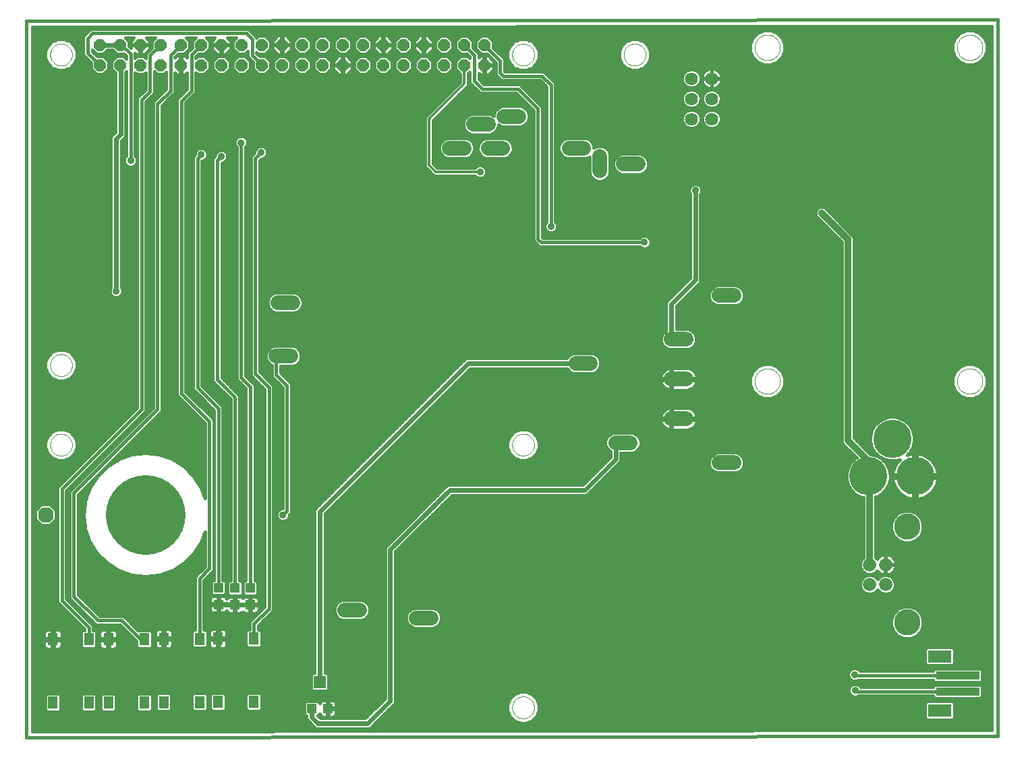
<source format=gtl>
G75*
%MOIN*%
%OFA0B0*%
%FSLAX24Y24*%
%IPPOS*%
%LPD*%
%AMOC8*
5,1,8,0,0,1.08239X$1,22.5*
%
%ADD10C,0.0160*%
%ADD11C,0.0000*%
%ADD12C,0.0727*%
%ADD13C,0.1890*%
%ADD14C,0.0640*%
%ADD15R,0.2165X0.0394*%
%ADD16R,0.1181X0.0630*%
%ADD17R,0.0512X0.0610*%
%ADD18R,0.0472X0.0472*%
%ADD19C,0.0660*%
%ADD20C,0.1300*%
%ADD21C,0.3937*%
%ADD22OC8,0.0760*%
%ADD23OC8,0.0600*%
%ADD24R,0.0591X0.0630*%
%ADD25C,0.0354*%
%ADD26C,0.0240*%
%ADD27C,0.0120*%
%ADD28C,0.0320*%
D10*
X000180Y000229D02*
X000180Y035662D01*
X048211Y035711D01*
X048211Y000278D01*
X000180Y000229D01*
X000490Y000540D02*
X000490Y035353D01*
X047901Y035401D01*
X047901Y000588D01*
X000490Y000540D01*
X000490Y000625D02*
X047901Y000625D01*
X047901Y000783D02*
X017283Y000783D01*
X017197Y000698D02*
X018319Y001820D01*
X018393Y001893D01*
X018432Y001989D01*
X018432Y009413D01*
X021223Y012203D01*
X027840Y012203D01*
X027936Y012243D01*
X029534Y013842D01*
X029574Y013937D01*
X029574Y014292D01*
X030142Y014292D01*
X030327Y014369D01*
X030468Y014511D01*
X030545Y014696D01*
X030545Y014896D01*
X030468Y015081D01*
X030327Y015223D01*
X030142Y015300D01*
X029214Y015300D01*
X029029Y015223D01*
X028887Y015081D01*
X028810Y014896D01*
X028810Y014696D01*
X028887Y014511D01*
X029029Y014369D01*
X029054Y014359D01*
X029054Y014097D01*
X027681Y012723D01*
X021063Y012723D01*
X020968Y012684D01*
X020895Y012611D01*
X017952Y009668D01*
X017912Y009572D01*
X017912Y002148D01*
X016942Y001178D01*
X014717Y001178D01*
X014607Y001288D01*
X014680Y001362D01*
X014680Y001378D01*
X014687Y001351D01*
X014711Y001310D01*
X014745Y001276D01*
X014786Y001252D01*
X014831Y001240D01*
X015053Y001240D01*
X015053Y001618D01*
X015130Y001618D01*
X015130Y001694D01*
X015508Y001694D01*
X015508Y001916D01*
X015495Y001962D01*
X015472Y002003D01*
X015438Y002037D01*
X015397Y002060D01*
X015351Y002073D01*
X015130Y002073D01*
X015130Y001694D01*
X015053Y001694D01*
X015053Y002073D01*
X014831Y002073D01*
X014786Y002060D01*
X014745Y002037D01*
X014711Y002003D01*
X014687Y001962D01*
X014680Y001935D01*
X014680Y001951D01*
X014598Y002033D01*
X014010Y002033D01*
X013928Y001951D01*
X013928Y001362D01*
X014010Y001280D01*
X014044Y001280D01*
X014044Y001172D01*
X014084Y001076D01*
X014389Y000771D01*
X014462Y000698D01*
X014557Y000658D01*
X017102Y000658D01*
X017197Y000698D01*
X017442Y000942D02*
X024575Y000942D01*
X024593Y000934D02*
X024900Y000934D01*
X025184Y001052D01*
X025401Y001269D01*
X025518Y001552D01*
X025518Y001859D01*
X025401Y002143D01*
X025184Y002359D01*
X024900Y002477D01*
X024593Y002477D01*
X024310Y002359D01*
X024093Y002143D01*
X023976Y001859D01*
X023976Y001552D01*
X024093Y001269D01*
X024310Y001052D01*
X024593Y000934D01*
X024919Y000942D02*
X047901Y000942D01*
X047901Y001100D02*
X025233Y001100D01*
X025391Y001259D02*
X044597Y001259D01*
X044597Y001185D02*
X044679Y001103D01*
X045976Y001103D01*
X046058Y001185D01*
X046058Y001931D01*
X045976Y002013D01*
X044679Y002013D01*
X044597Y001931D01*
X044597Y001185D01*
X044597Y001417D02*
X025462Y001417D01*
X025518Y001576D02*
X044597Y001576D01*
X044597Y001734D02*
X025518Y001734D01*
X025504Y001893D02*
X044597Y001893D01*
X044991Y002248D02*
X045073Y002166D01*
X047354Y002166D01*
X047436Y002248D01*
X047436Y002758D01*
X047354Y002840D01*
X045073Y002840D01*
X044991Y002758D01*
X044991Y002723D01*
X041417Y002723D01*
X041413Y002732D01*
X041324Y002821D01*
X041208Y002869D01*
X041081Y002869D01*
X040965Y002821D01*
X040876Y002732D01*
X040827Y002615D01*
X040827Y002489D01*
X040876Y002372D01*
X040965Y002283D01*
X041081Y002235D01*
X041208Y002235D01*
X041323Y002283D01*
X044991Y002283D01*
X044991Y002248D01*
X045029Y002210D02*
X025333Y002210D01*
X025439Y002051D02*
X047901Y002051D01*
X047901Y001893D02*
X046058Y001893D01*
X046058Y001734D02*
X047901Y001734D01*
X047901Y001576D02*
X046058Y001576D01*
X046058Y001417D02*
X047901Y001417D01*
X047901Y001259D02*
X046058Y001259D01*
X046213Y002503D02*
X041194Y002503D01*
X041145Y002552D01*
X041269Y002844D02*
X047901Y002844D01*
X047901Y003002D02*
X047403Y003002D01*
X047436Y003035D02*
X047354Y002953D01*
X045073Y002953D01*
X044991Y003035D01*
X044991Y003070D01*
X041304Y003070D01*
X041188Y003022D01*
X041062Y003022D01*
X040945Y003071D01*
X040856Y003160D01*
X040808Y003276D01*
X040808Y003403D01*
X040856Y003519D01*
X040945Y003608D01*
X041062Y003657D01*
X041188Y003657D01*
X041305Y003608D01*
X041394Y003519D01*
X041397Y003510D01*
X044991Y003510D01*
X044991Y003545D01*
X045073Y003627D01*
X047354Y003627D01*
X047436Y003545D01*
X047436Y003035D01*
X047436Y003161D02*
X047901Y003161D01*
X047901Y003319D02*
X047436Y003319D01*
X047436Y003478D02*
X047901Y003478D01*
X047901Y003636D02*
X041237Y003636D01*
X041013Y003636D02*
X018432Y003636D01*
X018432Y003478D02*
X040839Y003478D01*
X040808Y003319D02*
X018432Y003319D01*
X018432Y003161D02*
X040856Y003161D01*
X041125Y003339D02*
X041174Y003290D01*
X046213Y003290D01*
X045976Y003780D02*
X046058Y003862D01*
X046058Y004608D01*
X045976Y004690D01*
X044679Y004690D01*
X044597Y004608D01*
X044597Y003862D01*
X044679Y003780D01*
X045976Y003780D01*
X045991Y003795D02*
X047901Y003795D01*
X047901Y003953D02*
X046058Y003953D01*
X046058Y004112D02*
X047901Y004112D01*
X047901Y004270D02*
X046058Y004270D01*
X046058Y004429D02*
X047901Y004429D01*
X047901Y004587D02*
X046058Y004587D01*
X044597Y004587D02*
X018432Y004587D01*
X018432Y004429D02*
X044597Y004429D01*
X044597Y004270D02*
X018432Y004270D01*
X018432Y004112D02*
X044597Y004112D01*
X044597Y003953D02*
X018432Y003953D01*
X018432Y003795D02*
X044664Y003795D01*
X045024Y003002D02*
X018432Y003002D01*
X018432Y002844D02*
X041021Y002844D01*
X040857Y002685D02*
X018432Y002685D01*
X018432Y002527D02*
X040827Y002527D01*
X040880Y002368D02*
X025162Y002368D01*
X024332Y002368D02*
X018432Y002368D01*
X018432Y002210D02*
X024160Y002210D01*
X024055Y002051D02*
X018432Y002051D01*
X018393Y001893D02*
X023990Y001893D01*
X023976Y001734D02*
X018234Y001734D01*
X018076Y001576D02*
X023976Y001576D01*
X024031Y001417D02*
X017917Y001417D01*
X017759Y001259D02*
X024103Y001259D01*
X024261Y001100D02*
X017600Y001100D01*
X017182Y001417D02*
X015508Y001417D01*
X015508Y001396D02*
X015508Y001618D01*
X015130Y001618D01*
X015130Y001240D01*
X015351Y001240D01*
X015397Y001252D01*
X015438Y001276D01*
X015472Y001310D01*
X015495Y001351D01*
X015508Y001396D01*
X015408Y001259D02*
X017023Y001259D01*
X017340Y001576D02*
X015508Y001576D01*
X015508Y001734D02*
X017499Y001734D01*
X017657Y001893D02*
X015508Y001893D01*
X015412Y002051D02*
X017816Y002051D01*
X017912Y002210D02*
X011836Y002210D01*
X011836Y002344D02*
X011754Y002426D01*
X011126Y002426D01*
X011044Y002344D01*
X011044Y001618D01*
X011126Y001536D01*
X011754Y001536D01*
X011836Y001618D01*
X011836Y002344D01*
X011812Y002368D02*
X017912Y002368D01*
X017912Y002527D02*
X015067Y002527D01*
X015051Y002510D02*
X015133Y002592D01*
X015133Y003338D01*
X015051Y003420D01*
X014958Y003420D01*
X014958Y011293D01*
X022138Y018473D01*
X026908Y018473D01*
X026918Y018448D01*
X027060Y018306D01*
X027245Y018229D01*
X028173Y018229D01*
X028358Y018306D01*
X028500Y018448D01*
X028577Y018633D01*
X028577Y018833D01*
X028500Y019019D01*
X028358Y019160D01*
X028173Y019237D01*
X027245Y019237D01*
X027060Y019160D01*
X026918Y019019D01*
X026908Y018993D01*
X021979Y018993D01*
X021883Y018954D01*
X021810Y018880D01*
X014477Y011548D01*
X014438Y011452D01*
X014438Y003420D01*
X014344Y003420D01*
X014262Y003338D01*
X014262Y002592D01*
X014344Y002510D01*
X015051Y002510D01*
X015133Y002685D02*
X017912Y002685D01*
X017912Y002844D02*
X015133Y002844D01*
X015133Y003002D02*
X017912Y003002D01*
X017912Y003161D02*
X015133Y003161D01*
X015133Y003319D02*
X017912Y003319D01*
X017912Y003478D02*
X014958Y003478D01*
X014958Y003636D02*
X017912Y003636D01*
X017912Y003795D02*
X014958Y003795D01*
X014958Y003953D02*
X017912Y003953D01*
X017912Y004112D02*
X014958Y004112D01*
X014958Y004270D02*
X017912Y004270D01*
X017912Y004429D02*
X014958Y004429D01*
X014958Y004587D02*
X017912Y004587D01*
X017912Y004746D02*
X014958Y004746D01*
X014958Y004904D02*
X017912Y004904D01*
X017912Y005063D02*
X014958Y005063D01*
X014958Y005221D02*
X017912Y005221D01*
X017912Y005380D02*
X014958Y005380D01*
X014958Y005538D02*
X017912Y005538D01*
X017912Y005697D02*
X014958Y005697D01*
X014958Y005855D02*
X017912Y005855D01*
X017912Y006014D02*
X014958Y006014D01*
X014958Y006172D02*
X015572Y006172D01*
X015501Y006243D02*
X015643Y006101D01*
X015828Y006025D01*
X016756Y006025D01*
X016941Y006101D01*
X017083Y006243D01*
X017159Y006428D01*
X017159Y006629D01*
X017083Y006814D01*
X016941Y006955D01*
X016756Y007032D01*
X015828Y007032D01*
X015643Y006955D01*
X015501Y006814D01*
X015424Y006629D01*
X015424Y006428D01*
X015501Y006243D01*
X015465Y006331D02*
X014958Y006331D01*
X014958Y006489D02*
X015424Y006489D01*
X015432Y006648D02*
X014958Y006648D01*
X014958Y006806D02*
X015498Y006806D01*
X015666Y006965D02*
X014958Y006965D01*
X014958Y007123D02*
X017912Y007123D01*
X017912Y006965D02*
X016918Y006965D01*
X017086Y006806D02*
X017912Y006806D01*
X017912Y006648D02*
X017151Y006648D01*
X017159Y006489D02*
X017912Y006489D01*
X017912Y006331D02*
X017119Y006331D01*
X017012Y006172D02*
X017912Y006172D01*
X018432Y006172D02*
X018968Y006172D01*
X018968Y006235D02*
X018968Y006035D01*
X019044Y005849D01*
X019186Y005708D01*
X019371Y005631D01*
X020299Y005631D01*
X020484Y005708D01*
X020626Y005849D01*
X020703Y006035D01*
X020703Y006235D01*
X020626Y006420D01*
X020484Y006562D01*
X020299Y006638D01*
X019371Y006638D01*
X019186Y006562D01*
X019044Y006420D01*
X018968Y006235D01*
X019007Y006331D02*
X018432Y006331D01*
X018432Y006489D02*
X019114Y006489D01*
X018432Y006648D02*
X043437Y006648D01*
X043563Y006700D02*
X043273Y006580D01*
X043051Y006358D01*
X042930Y006068D01*
X042930Y005753D01*
X043051Y005463D01*
X043273Y005241D01*
X043563Y005120D01*
X043878Y005120D01*
X044168Y005241D01*
X044390Y005463D01*
X044510Y005753D01*
X044510Y006068D01*
X044390Y006358D01*
X044168Y006580D01*
X043878Y006700D01*
X043563Y006700D01*
X043182Y006489D02*
X020557Y006489D01*
X020663Y006331D02*
X043040Y006331D01*
X042974Y006172D02*
X020703Y006172D01*
X020694Y006014D02*
X042930Y006014D01*
X042930Y005855D02*
X020628Y005855D01*
X020458Y005697D02*
X042954Y005697D01*
X043019Y005538D02*
X018432Y005538D01*
X018432Y005380D02*
X043134Y005380D01*
X043319Y005221D02*
X018432Y005221D01*
X018432Y005063D02*
X047901Y005063D01*
X047901Y005221D02*
X044122Y005221D01*
X044307Y005380D02*
X047901Y005380D01*
X047901Y005538D02*
X044422Y005538D01*
X044487Y005697D02*
X047901Y005697D01*
X047901Y005855D02*
X044510Y005855D01*
X044510Y006014D02*
X047901Y006014D01*
X047901Y006172D02*
X044467Y006172D01*
X044401Y006331D02*
X047901Y006331D01*
X047901Y006489D02*
X044259Y006489D01*
X044004Y006648D02*
X047901Y006648D01*
X047901Y006806D02*
X018432Y006806D01*
X018432Y006965D02*
X047901Y006965D01*
X047901Y007123D02*
X018432Y007123D01*
X018432Y007282D02*
X047901Y007282D01*
X047901Y007440D02*
X042967Y007440D01*
X042917Y007390D02*
X043049Y007522D01*
X043120Y007695D01*
X043120Y007882D01*
X043049Y008055D01*
X042917Y008187D01*
X042744Y008258D01*
X042557Y008258D01*
X042384Y008187D01*
X042260Y008063D01*
X042137Y008187D01*
X041964Y008258D01*
X041777Y008258D01*
X041604Y008187D01*
X041472Y008055D01*
X041400Y007882D01*
X041400Y007695D01*
X041472Y007522D01*
X041604Y007390D01*
X041777Y007318D01*
X041964Y007318D01*
X042137Y007390D01*
X042260Y007514D01*
X042384Y007390D01*
X042557Y007318D01*
X042744Y007318D01*
X042917Y007390D01*
X043081Y007599D02*
X047901Y007599D01*
X047901Y007757D02*
X043120Y007757D01*
X043106Y007916D02*
X047901Y007916D01*
X047901Y008074D02*
X043029Y008074D01*
X042805Y008233D02*
X047901Y008233D01*
X047901Y008391D02*
X042991Y008391D01*
X042983Y008384D02*
X043039Y008440D01*
X043087Y008505D01*
X043123Y008577D01*
X043148Y008653D01*
X043160Y008732D01*
X043160Y008763D01*
X042660Y008763D01*
X042660Y008783D01*
X042640Y008783D01*
X042640Y009283D01*
X042610Y009283D01*
X042531Y009270D01*
X042455Y009245D01*
X042383Y009209D01*
X042318Y009162D01*
X042261Y009105D01*
X042237Y009071D01*
X042170Y009137D01*
X042170Y012119D01*
X042217Y012132D01*
X042464Y012274D01*
X042666Y012476D01*
X042809Y012724D01*
X042883Y013000D01*
X042883Y013285D01*
X042809Y013561D01*
X042666Y013809D01*
X042464Y014011D01*
X042217Y014154D01*
X041941Y014227D01*
X041901Y014227D01*
X041080Y015048D01*
X041080Y024925D01*
X041035Y025035D01*
X039787Y026283D01*
X039770Y026324D01*
X039681Y026413D01*
X039564Y026462D01*
X039438Y026462D01*
X039321Y026413D01*
X039232Y026324D01*
X039184Y026208D01*
X039184Y026081D01*
X039232Y025965D01*
X039321Y025876D01*
X039363Y025859D01*
X040480Y024741D01*
X040480Y014864D01*
X040526Y014754D01*
X040610Y014670D01*
X041219Y014061D01*
X041132Y014011D01*
X040930Y013809D01*
X040787Y013561D01*
X040713Y013285D01*
X040713Y013000D01*
X040787Y012724D01*
X040930Y012476D01*
X041132Y012274D01*
X041379Y012132D01*
X041570Y012080D01*
X041570Y009137D01*
X041472Y009039D01*
X041400Y008866D01*
X041400Y008679D01*
X041472Y008506D01*
X041604Y008374D01*
X041777Y008303D01*
X041964Y008303D01*
X042137Y008374D01*
X042237Y008474D01*
X042261Y008440D01*
X042318Y008384D01*
X042383Y008336D01*
X042455Y008300D01*
X042531Y008275D01*
X042610Y008263D01*
X042640Y008263D01*
X042640Y008763D01*
X042660Y008763D01*
X042660Y008263D01*
X042691Y008263D01*
X042770Y008275D01*
X042846Y008300D01*
X042918Y008336D01*
X042983Y008384D01*
X043109Y008550D02*
X047901Y008550D01*
X047901Y008708D02*
X043157Y008708D01*
X043160Y008783D02*
X043160Y008813D01*
X043148Y008892D01*
X043123Y008968D01*
X043087Y009040D01*
X043039Y009105D01*
X042983Y009162D01*
X042918Y009209D01*
X042846Y009245D01*
X042770Y009270D01*
X042691Y009283D01*
X042660Y009283D01*
X042660Y008783D01*
X043160Y008783D01*
X043152Y008867D02*
X047901Y008867D01*
X047901Y009025D02*
X043094Y009025D01*
X042952Y009184D02*
X047901Y009184D01*
X047901Y009342D02*
X042170Y009342D01*
X042170Y009184D02*
X042349Y009184D01*
X042640Y009184D02*
X042660Y009184D01*
X042660Y009025D02*
X042640Y009025D01*
X042640Y008867D02*
X042660Y008867D01*
X042660Y008708D02*
X042640Y008708D01*
X042640Y008550D02*
X042660Y008550D01*
X042660Y008391D02*
X042640Y008391D01*
X042496Y008233D02*
X042025Y008233D01*
X042154Y008391D02*
X042310Y008391D01*
X042272Y008074D02*
X042249Y008074D01*
X041716Y008233D02*
X018432Y008233D01*
X018432Y008391D02*
X041587Y008391D01*
X041454Y008550D02*
X018432Y008550D01*
X018432Y008708D02*
X041400Y008708D01*
X041401Y008867D02*
X018432Y008867D01*
X018432Y009025D02*
X041467Y009025D01*
X041570Y009184D02*
X018432Y009184D01*
X018432Y009342D02*
X041570Y009342D01*
X041570Y009501D02*
X018520Y009501D01*
X018679Y009659D02*
X041570Y009659D01*
X041570Y009818D02*
X018837Y009818D01*
X018996Y009976D02*
X041570Y009976D01*
X041570Y010135D02*
X019154Y010135D01*
X019313Y010293D02*
X041570Y010293D01*
X041570Y010452D02*
X019471Y010452D01*
X019630Y010610D02*
X041570Y010610D01*
X041570Y010769D02*
X019788Y010769D01*
X019947Y010927D02*
X041570Y010927D01*
X041570Y011086D02*
X020105Y011086D01*
X020264Y011244D02*
X041570Y011244D01*
X041570Y011403D02*
X020422Y011403D01*
X020581Y011561D02*
X041570Y011561D01*
X041570Y011720D02*
X020739Y011720D01*
X020898Y011878D02*
X041570Y011878D01*
X041570Y012037D02*
X021056Y012037D01*
X021215Y012195D02*
X041269Y012195D01*
X041052Y012354D02*
X028046Y012354D01*
X028205Y012512D02*
X040909Y012512D01*
X040818Y012671D02*
X028363Y012671D01*
X028522Y012829D02*
X040759Y012829D01*
X040716Y012988D02*
X028680Y012988D01*
X028839Y013146D02*
X040713Y013146D01*
X040718Y013305D02*
X028997Y013305D01*
X029156Y013463D02*
X034068Y013463D01*
X034005Y013527D02*
X034147Y013385D01*
X034332Y013308D01*
X035260Y013308D01*
X035445Y013385D01*
X035587Y013527D01*
X035663Y013712D01*
X035663Y013912D01*
X035587Y014097D01*
X035445Y014239D01*
X035260Y014316D01*
X034332Y014316D01*
X034147Y014239D01*
X034005Y014097D01*
X033928Y013912D01*
X033928Y013712D01*
X034005Y013527D01*
X033965Y013622D02*
X029314Y013622D01*
X029473Y013780D02*
X033928Y013780D01*
X033939Y013939D02*
X029574Y013939D01*
X029574Y014097D02*
X034005Y014097D01*
X034188Y014256D02*
X029574Y014256D01*
X029054Y014256D02*
X025396Y014256D01*
X025401Y014261D02*
X025518Y014544D01*
X025518Y014851D01*
X025401Y015135D01*
X025184Y015352D01*
X024900Y015469D01*
X024593Y015469D01*
X024310Y015352D01*
X024093Y015135D01*
X023976Y014851D01*
X023976Y014544D01*
X024093Y014261D01*
X024310Y014044D01*
X024593Y013926D01*
X024900Y013926D01*
X025184Y014044D01*
X025401Y014261D01*
X025464Y014414D02*
X028983Y014414D01*
X028861Y014573D02*
X025518Y014573D01*
X025518Y014731D02*
X028810Y014731D01*
X028810Y014890D02*
X025502Y014890D01*
X025437Y015048D02*
X028873Y015048D01*
X029012Y015207D02*
X025329Y015207D01*
X025150Y015365D02*
X040480Y015365D01*
X040480Y015207D02*
X030343Y015207D01*
X030482Y015048D02*
X040480Y015048D01*
X040480Y014890D02*
X030545Y014890D01*
X030545Y014731D02*
X040549Y014731D01*
X040707Y014573D02*
X030494Y014573D01*
X030372Y014414D02*
X040866Y014414D01*
X041024Y014256D02*
X035404Y014256D01*
X035586Y014097D02*
X041183Y014097D01*
X041060Y013939D02*
X035652Y013939D01*
X035663Y013780D02*
X040914Y013780D01*
X040822Y013622D02*
X035626Y013622D01*
X035523Y013463D02*
X040761Y013463D01*
X041873Y014256D02*
X042182Y014256D01*
X042111Y014327D02*
X042313Y014125D01*
X042560Y013982D01*
X042836Y013908D01*
X043122Y013908D01*
X043359Y013972D01*
X043281Y013893D01*
X043202Y013795D01*
X043135Y013688D01*
X043080Y013574D01*
X043038Y013454D01*
X043010Y013331D01*
X042998Y013223D01*
X044041Y013223D01*
X044041Y014266D01*
X043932Y014253D01*
X043809Y014225D01*
X043712Y014191D01*
X043847Y014327D01*
X043990Y014574D01*
X044064Y014850D01*
X044064Y015136D01*
X043990Y015412D01*
X043847Y015659D01*
X043645Y015861D01*
X043398Y016004D01*
X043122Y016078D01*
X042836Y016078D01*
X042560Y016004D01*
X042313Y015861D01*
X042111Y015659D01*
X041968Y015412D01*
X041894Y015136D01*
X041894Y014850D01*
X041968Y014574D01*
X042111Y014327D01*
X042061Y014414D02*
X041714Y014414D01*
X041556Y014573D02*
X041969Y014573D01*
X041926Y014731D02*
X041397Y014731D01*
X041239Y014890D02*
X041894Y014890D01*
X041894Y015048D02*
X041080Y015048D01*
X041080Y015207D02*
X041913Y015207D01*
X041956Y015365D02*
X041080Y015365D01*
X041080Y015524D02*
X042033Y015524D01*
X042134Y015682D02*
X041080Y015682D01*
X041080Y015841D02*
X042293Y015841D01*
X042553Y015999D02*
X041080Y015999D01*
X041080Y016158D02*
X047901Y016158D01*
X047901Y016316D02*
X041080Y016316D01*
X041080Y016475D02*
X047901Y016475D01*
X047901Y016633D02*
X041080Y016633D01*
X041080Y016792D02*
X047901Y016792D01*
X047901Y016950D02*
X041080Y016950D01*
X041080Y017109D02*
X046335Y017109D01*
X046327Y017112D02*
X046643Y016981D01*
X046985Y016981D01*
X047301Y017112D01*
X047543Y017354D01*
X047674Y017670D01*
X047674Y018012D01*
X047543Y018329D01*
X047301Y018570D01*
X046985Y018701D01*
X046643Y018701D01*
X046327Y018570D01*
X046085Y018329D01*
X045954Y018012D01*
X045954Y017670D01*
X046085Y017354D01*
X046327Y017112D01*
X046172Y017267D02*
X041080Y017267D01*
X041080Y017426D02*
X046055Y017426D01*
X045990Y017584D02*
X041080Y017584D01*
X041080Y017743D02*
X045954Y017743D01*
X045954Y017901D02*
X041080Y017901D01*
X041080Y018060D02*
X045974Y018060D01*
X046039Y018218D02*
X041080Y018218D01*
X041080Y018377D02*
X046133Y018377D01*
X046292Y018535D02*
X041080Y018535D01*
X041080Y018694D02*
X046625Y018694D01*
X047003Y018694D02*
X047901Y018694D01*
X047901Y018852D02*
X041080Y018852D01*
X041080Y019011D02*
X047901Y019011D01*
X047901Y019169D02*
X041080Y019169D01*
X041080Y019328D02*
X047901Y019328D01*
X047901Y019486D02*
X041080Y019486D01*
X041080Y019645D02*
X047901Y019645D01*
X047901Y019803D02*
X041080Y019803D01*
X041080Y019962D02*
X047901Y019962D01*
X047901Y020120D02*
X041080Y020120D01*
X041080Y020279D02*
X047901Y020279D01*
X047901Y020437D02*
X041080Y020437D01*
X041080Y020596D02*
X047901Y020596D01*
X047901Y020754D02*
X041080Y020754D01*
X041080Y020913D02*
X047901Y020913D01*
X047901Y021071D02*
X041080Y021071D01*
X041080Y021230D02*
X047901Y021230D01*
X047901Y021388D02*
X041080Y021388D01*
X041080Y021547D02*
X047901Y021547D01*
X047901Y021705D02*
X041080Y021705D01*
X041080Y021864D02*
X047901Y021864D01*
X047901Y022022D02*
X041080Y022022D01*
X041080Y022181D02*
X047901Y022181D01*
X047901Y022339D02*
X041080Y022339D01*
X041080Y022498D02*
X047901Y022498D01*
X047901Y022656D02*
X041080Y022656D01*
X041080Y022815D02*
X047901Y022815D01*
X047901Y022973D02*
X041080Y022973D01*
X041080Y023132D02*
X047901Y023132D01*
X047901Y023290D02*
X041080Y023290D01*
X041080Y023449D02*
X047901Y023449D01*
X047901Y023607D02*
X041080Y023607D01*
X041080Y023766D02*
X047901Y023766D01*
X047901Y023924D02*
X041080Y023924D01*
X041080Y024083D02*
X047901Y024083D01*
X047901Y024241D02*
X041080Y024241D01*
X041080Y024400D02*
X047901Y024400D01*
X047901Y024558D02*
X041080Y024558D01*
X041080Y024717D02*
X047901Y024717D01*
X047901Y024875D02*
X041080Y024875D01*
X041035Y025034D02*
X047901Y025034D01*
X047901Y025192D02*
X040877Y025192D01*
X040719Y025351D02*
X047901Y025351D01*
X047901Y025509D02*
X040560Y025509D01*
X040402Y025668D02*
X047901Y025668D01*
X047901Y025826D02*
X040243Y025826D01*
X040085Y025985D02*
X047901Y025985D01*
X047901Y026143D02*
X039926Y026143D01*
X039779Y026302D02*
X047901Y026302D01*
X047901Y026460D02*
X039567Y026460D01*
X039435Y026460D02*
X033511Y026460D01*
X033511Y026302D02*
X039223Y026302D01*
X039184Y026143D02*
X033511Y026143D01*
X033511Y025985D02*
X039224Y025985D01*
X039395Y025826D02*
X033511Y025826D01*
X033511Y025668D02*
X039553Y025668D01*
X039712Y025509D02*
X033511Y025509D01*
X033511Y025351D02*
X039870Y025351D01*
X040029Y025192D02*
X033511Y025192D01*
X033511Y025034D02*
X040187Y025034D01*
X040346Y024875D02*
X033511Y024875D01*
X033511Y024717D02*
X040480Y024717D01*
X040480Y024558D02*
X033511Y024558D01*
X033511Y024400D02*
X040480Y024400D01*
X040480Y024241D02*
X033511Y024241D01*
X033511Y024083D02*
X040480Y024083D01*
X040480Y023924D02*
X033511Y023924D01*
X033511Y023766D02*
X040480Y023766D01*
X040480Y023607D02*
X033511Y023607D01*
X033511Y023449D02*
X040480Y023449D01*
X040480Y023290D02*
X033511Y023290D01*
X033511Y023132D02*
X040480Y023132D01*
X040480Y022973D02*
X033511Y022973D01*
X033511Y022815D02*
X040480Y022815D01*
X040480Y022656D02*
X033428Y022656D01*
X033398Y022627D02*
X033471Y022700D01*
X033511Y022796D01*
X033511Y027088D01*
X033520Y027097D01*
X033568Y027213D01*
X033568Y027340D01*
X033520Y027456D01*
X033431Y027545D01*
X033314Y027594D01*
X033188Y027594D01*
X033071Y027545D01*
X032982Y027456D01*
X032934Y027340D01*
X032934Y027213D01*
X032982Y027097D01*
X032991Y027088D01*
X032991Y022955D01*
X031849Y021813D01*
X031810Y021718D01*
X031810Y020352D01*
X031784Y020341D01*
X031643Y020200D01*
X031566Y020014D01*
X031566Y019814D01*
X031643Y019629D01*
X031784Y019487D01*
X031970Y019411D01*
X032897Y019411D01*
X033083Y019487D01*
X033224Y019629D01*
X033301Y019814D01*
X033301Y020014D01*
X033224Y020200D01*
X033083Y020341D01*
X032897Y020418D01*
X032330Y020418D01*
X032330Y021559D01*
X033398Y022627D01*
X033269Y022498D02*
X034138Y022498D01*
X034147Y022507D02*
X034005Y022365D01*
X033928Y022180D01*
X033928Y021979D01*
X034005Y021794D01*
X034147Y021653D01*
X034332Y021576D01*
X035260Y021576D01*
X035445Y021653D01*
X035587Y021794D01*
X035663Y021979D01*
X035663Y022180D01*
X035587Y022365D01*
X035445Y022507D01*
X035260Y022583D01*
X034332Y022583D01*
X034147Y022507D01*
X033994Y022339D02*
X033111Y022339D01*
X032952Y022181D02*
X033929Y022181D01*
X033928Y022022D02*
X032794Y022022D01*
X032635Y021864D02*
X033976Y021864D01*
X034094Y021705D02*
X032477Y021705D01*
X032330Y021547D02*
X040480Y021547D01*
X040480Y021705D02*
X035498Y021705D01*
X035615Y021864D02*
X040480Y021864D01*
X040480Y022022D02*
X035663Y022022D01*
X035663Y022181D02*
X040480Y022181D01*
X040480Y022339D02*
X035597Y022339D01*
X035453Y022498D02*
X040480Y022498D01*
X040480Y021388D02*
X032330Y021388D01*
X032330Y021230D02*
X040480Y021230D01*
X040480Y021071D02*
X032330Y021071D01*
X032330Y020913D02*
X040480Y020913D01*
X040480Y020754D02*
X032330Y020754D01*
X032330Y020596D02*
X040480Y020596D01*
X040480Y020437D02*
X032330Y020437D01*
X031810Y020437D02*
X011719Y020437D01*
X011719Y020279D02*
X031722Y020279D01*
X031610Y020120D02*
X011719Y020120D01*
X011719Y019962D02*
X031566Y019962D01*
X031570Y019803D02*
X011719Y019803D01*
X011719Y019645D02*
X031636Y019645D01*
X031786Y019486D02*
X013583Y019486D01*
X013555Y019515D02*
X013370Y019591D01*
X012442Y019591D01*
X012257Y019515D01*
X012115Y019373D01*
X012038Y019188D01*
X012038Y018987D01*
X012115Y018802D01*
X012257Y018660D01*
X012322Y018633D01*
X012322Y018071D01*
X012854Y017540D01*
X012854Y011550D01*
X012814Y011550D01*
X012697Y011502D01*
X012608Y011413D01*
X012560Y011296D01*
X012560Y011170D01*
X012608Y011053D01*
X012697Y010964D01*
X012814Y010916D01*
X012940Y010916D01*
X013057Y010964D01*
X013146Y011053D01*
X013194Y011170D01*
X013194Y011239D01*
X013294Y011339D01*
X013294Y017722D01*
X013165Y017851D01*
X012762Y018253D01*
X012762Y018584D01*
X013370Y018584D01*
X013555Y018660D01*
X013697Y018802D01*
X013773Y018987D01*
X013773Y019188D01*
X013697Y019373D01*
X013555Y019515D01*
X013715Y019328D02*
X040480Y019328D01*
X040480Y019486D02*
X033081Y019486D01*
X033231Y019645D02*
X040480Y019645D01*
X040480Y019803D02*
X033297Y019803D01*
X033301Y019962D02*
X040480Y019962D01*
X040480Y020120D02*
X033257Y020120D01*
X033145Y020279D02*
X040480Y020279D01*
X040480Y019169D02*
X028336Y019169D01*
X028503Y019011D02*
X040480Y019011D01*
X040480Y018852D02*
X028569Y018852D01*
X028577Y018694D02*
X036625Y018694D01*
X036643Y018701D02*
X036327Y018570D01*
X036085Y018329D01*
X035954Y018012D01*
X035954Y017670D01*
X036085Y017354D01*
X036327Y017112D01*
X036643Y016981D01*
X036985Y016981D01*
X037301Y017112D01*
X037543Y017354D01*
X037674Y017670D01*
X037674Y018012D01*
X037543Y018329D01*
X037301Y018570D01*
X036985Y018701D01*
X036643Y018701D01*
X037003Y018694D02*
X040480Y018694D01*
X040480Y018535D02*
X037336Y018535D01*
X037494Y018377D02*
X040480Y018377D01*
X040480Y018218D02*
X037588Y018218D01*
X037654Y018060D02*
X040480Y018060D01*
X040480Y017901D02*
X037674Y017901D01*
X037674Y017743D02*
X040480Y017743D01*
X040480Y017584D02*
X037638Y017584D01*
X037573Y017426D02*
X040480Y017426D01*
X040480Y017267D02*
X037456Y017267D01*
X037293Y017109D02*
X040480Y017109D01*
X040480Y016950D02*
X020615Y016950D01*
X020457Y016792D02*
X040480Y016792D01*
X040480Y016633D02*
X020298Y016633D01*
X020140Y016475D02*
X031849Y016475D01*
X031861Y016481D02*
X031785Y016442D01*
X031716Y016392D01*
X031655Y016331D01*
X031605Y016262D01*
X031566Y016186D01*
X031539Y016105D01*
X031526Y016020D01*
X031526Y016018D01*
X032029Y016018D01*
X032029Y015936D01*
X032111Y015936D01*
X032111Y015433D01*
X032840Y015433D01*
X032925Y015447D01*
X033006Y015473D01*
X033082Y015512D01*
X033151Y015562D01*
X033212Y015623D01*
X033262Y015692D01*
X033301Y015769D01*
X033328Y015850D01*
X033341Y015934D01*
X033341Y015936D01*
X032111Y015936D01*
X032111Y016018D01*
X033341Y016018D01*
X033341Y016020D01*
X033328Y016105D01*
X033301Y016186D01*
X033262Y016262D01*
X033212Y016331D01*
X033151Y016392D01*
X033082Y016442D01*
X033006Y016481D01*
X032925Y016508D01*
X032840Y016521D01*
X032111Y016521D01*
X032111Y016019D01*
X032029Y016019D01*
X032029Y016521D01*
X032027Y016521D01*
X031942Y016508D01*
X031861Y016481D01*
X032029Y016475D02*
X032111Y016475D01*
X032111Y016316D02*
X032029Y016316D01*
X032029Y016158D02*
X032111Y016158D01*
X032111Y015999D02*
X040480Y015999D01*
X040480Y015841D02*
X033325Y015841D01*
X033255Y015682D02*
X040480Y015682D01*
X040480Y015524D02*
X033098Y015524D01*
X033310Y016158D02*
X040480Y016158D01*
X040480Y016316D02*
X033223Y016316D01*
X033018Y016475D02*
X040480Y016475D01*
X043406Y015999D02*
X047901Y015999D01*
X047901Y015841D02*
X043665Y015841D01*
X043824Y015682D02*
X047901Y015682D01*
X047901Y015524D02*
X043925Y015524D01*
X044003Y015365D02*
X047901Y015365D01*
X047901Y015207D02*
X044045Y015207D01*
X044064Y015048D02*
X047901Y015048D01*
X047901Y014890D02*
X044064Y014890D01*
X044032Y014731D02*
X047901Y014731D01*
X047901Y014573D02*
X043989Y014573D01*
X043898Y014414D02*
X047901Y014414D01*
X047901Y014256D02*
X044286Y014256D01*
X044310Y014253D02*
X044201Y014266D01*
X044201Y013223D01*
X044041Y013223D01*
X044041Y013063D01*
X042998Y013063D01*
X043010Y012954D01*
X043038Y012831D01*
X043080Y012711D01*
X043135Y012598D01*
X043202Y012491D01*
X043281Y012392D01*
X043370Y012303D01*
X043469Y012224D01*
X043576Y012157D01*
X043690Y012102D01*
X043809Y012060D01*
X043932Y012032D01*
X044041Y012020D01*
X044041Y013063D01*
X044201Y013063D01*
X044201Y013223D01*
X045244Y013223D01*
X045232Y013331D01*
X045204Y013454D01*
X045162Y013574D01*
X045107Y013688D01*
X045040Y013795D01*
X044961Y013893D01*
X044872Y013983D01*
X044773Y014061D01*
X044666Y014129D01*
X044552Y014183D01*
X044433Y014225D01*
X044310Y014253D01*
X044201Y014256D02*
X044041Y014256D01*
X043956Y014256D02*
X043776Y014256D01*
X044041Y014097D02*
X044201Y014097D01*
X044201Y013939D02*
X044041Y013939D01*
X044041Y013780D02*
X044201Y013780D01*
X044201Y013622D02*
X044041Y013622D01*
X044041Y013463D02*
X044201Y013463D01*
X044201Y013305D02*
X044041Y013305D01*
X044041Y013146D02*
X042883Y013146D01*
X042880Y012988D02*
X043006Y012988D01*
X043039Y012829D02*
X042837Y012829D01*
X042779Y012671D02*
X043100Y012671D01*
X043188Y012512D02*
X042687Y012512D01*
X042544Y012354D02*
X043319Y012354D01*
X043514Y012195D02*
X042327Y012195D01*
X042170Y012037D02*
X043910Y012037D01*
X044041Y012037D02*
X044201Y012037D01*
X044201Y012020D02*
X044310Y012032D01*
X044433Y012060D01*
X044552Y012102D01*
X044666Y012157D01*
X044773Y012224D01*
X044872Y012303D01*
X044961Y012392D01*
X045040Y012491D01*
X045107Y012598D01*
X045162Y012711D01*
X045204Y012831D01*
X045232Y012954D01*
X045244Y013063D01*
X044201Y013063D01*
X044201Y012020D01*
X044332Y012037D02*
X047901Y012037D01*
X047901Y012195D02*
X044728Y012195D01*
X044923Y012354D02*
X047901Y012354D01*
X047901Y012512D02*
X045054Y012512D01*
X045142Y012671D02*
X047901Y012671D01*
X047901Y012829D02*
X045203Y012829D01*
X045236Y012988D02*
X047901Y012988D01*
X047901Y013146D02*
X044201Y013146D01*
X044201Y012988D02*
X044041Y012988D01*
X044041Y012829D02*
X044201Y012829D01*
X044201Y012671D02*
X044041Y012671D01*
X044041Y012512D02*
X044201Y012512D01*
X044201Y012354D02*
X044041Y012354D01*
X044041Y012195D02*
X044201Y012195D01*
X043878Y011440D02*
X043563Y011440D01*
X043273Y011320D01*
X043051Y011098D01*
X042930Y010808D01*
X042930Y010493D01*
X043051Y010203D01*
X043273Y009981D01*
X043563Y009860D01*
X043878Y009860D01*
X044168Y009981D01*
X044390Y010203D01*
X044510Y010493D01*
X044510Y010808D01*
X044390Y011098D01*
X044168Y011320D01*
X043878Y011440D01*
X043968Y011403D02*
X047901Y011403D01*
X047901Y011561D02*
X042170Y011561D01*
X042170Y011403D02*
X043473Y011403D01*
X043197Y011244D02*
X042170Y011244D01*
X042170Y011086D02*
X043046Y011086D01*
X042980Y010927D02*
X042170Y010927D01*
X042170Y010769D02*
X042930Y010769D01*
X042930Y010610D02*
X042170Y010610D01*
X042170Y010452D02*
X042948Y010452D01*
X043013Y010293D02*
X042170Y010293D01*
X042170Y010135D02*
X043119Y010135D01*
X043283Y009976D02*
X042170Y009976D01*
X042170Y009818D02*
X047901Y009818D01*
X047901Y009976D02*
X044158Y009976D01*
X044322Y010135D02*
X047901Y010135D01*
X047901Y010293D02*
X044428Y010293D01*
X044493Y010452D02*
X047901Y010452D01*
X047901Y010610D02*
X044510Y010610D01*
X044510Y010769D02*
X047901Y010769D01*
X047901Y010927D02*
X044461Y010927D01*
X044395Y011086D02*
X047901Y011086D01*
X047901Y011244D02*
X044244Y011244D01*
X042170Y011720D02*
X047901Y011720D01*
X047901Y011878D02*
X042170Y011878D01*
X042878Y013305D02*
X043007Y013305D01*
X043041Y013463D02*
X042835Y013463D01*
X042774Y013622D02*
X043103Y013622D01*
X043193Y013780D02*
X042683Y013780D01*
X042721Y013939D02*
X042536Y013939D01*
X042361Y014097D02*
X042314Y014097D01*
X043237Y013939D02*
X043326Y013939D01*
X044716Y014097D02*
X047901Y014097D01*
X047901Y013939D02*
X044915Y013939D01*
X045049Y013780D02*
X047901Y013780D01*
X047901Y013622D02*
X045139Y013622D01*
X045200Y013463D02*
X047901Y013463D01*
X047901Y013305D02*
X045235Y013305D01*
X047293Y017109D02*
X047901Y017109D01*
X047901Y017267D02*
X047456Y017267D01*
X047573Y017426D02*
X047901Y017426D01*
X047901Y017584D02*
X047638Y017584D01*
X047674Y017743D02*
X047901Y017743D01*
X047901Y017901D02*
X047674Y017901D01*
X047654Y018060D02*
X047901Y018060D01*
X047901Y018218D02*
X047588Y018218D01*
X047494Y018377D02*
X047901Y018377D01*
X047901Y018535D02*
X047336Y018535D01*
X036335Y017109D02*
X020774Y017109D01*
X020932Y017267D02*
X036172Y017267D01*
X036055Y017426D02*
X032957Y017426D01*
X032925Y017415D02*
X033006Y017442D01*
X033082Y017481D01*
X033151Y017531D01*
X033212Y017592D01*
X033262Y017661D01*
X033301Y017737D01*
X033328Y017818D01*
X033341Y017903D01*
X033341Y017904D01*
X032111Y017904D01*
X032111Y017402D01*
X032840Y017402D01*
X032925Y017415D01*
X033205Y017584D02*
X035990Y017584D01*
X035954Y017743D02*
X033303Y017743D01*
X033341Y017901D02*
X035954Y017901D01*
X035974Y018060D02*
X033330Y018060D01*
X033328Y018073D02*
X033301Y018154D01*
X033262Y018231D01*
X033212Y018300D01*
X033151Y018360D01*
X033082Y018411D01*
X033006Y018450D01*
X032925Y018476D01*
X032840Y018489D01*
X032111Y018489D01*
X032111Y017987D01*
X032029Y017987D01*
X032029Y018489D01*
X032027Y018489D01*
X031942Y018476D01*
X031861Y018450D01*
X031785Y018411D01*
X031716Y018360D01*
X031655Y018300D01*
X031605Y018231D01*
X031566Y018154D01*
X031539Y018073D01*
X031526Y017989D01*
X031526Y017987D01*
X032029Y017987D01*
X032029Y017904D01*
X032111Y017904D01*
X032111Y017987D01*
X033341Y017987D01*
X033341Y017989D01*
X033328Y018073D01*
X033269Y018218D02*
X036039Y018218D01*
X036133Y018377D02*
X033129Y018377D01*
X032111Y018377D02*
X032029Y018377D01*
X032029Y018218D02*
X032111Y018218D01*
X032111Y018060D02*
X032029Y018060D01*
X032029Y017904D02*
X031526Y017904D01*
X031526Y017903D01*
X031539Y017818D01*
X031566Y017737D01*
X031605Y017661D01*
X031655Y017592D01*
X031716Y017531D01*
X031785Y017481D01*
X031861Y017442D01*
X031942Y017415D01*
X032027Y017402D01*
X032029Y017402D01*
X032029Y017904D01*
X032029Y017901D02*
X032111Y017901D01*
X032111Y017743D02*
X032029Y017743D01*
X032029Y017584D02*
X032111Y017584D01*
X032111Y017426D02*
X032029Y017426D01*
X031910Y017426D02*
X021091Y017426D01*
X021249Y017584D02*
X031662Y017584D01*
X031564Y017743D02*
X021408Y017743D01*
X021566Y017901D02*
X031526Y017901D01*
X031537Y018060D02*
X021725Y018060D01*
X021883Y018218D02*
X031598Y018218D01*
X031738Y018377D02*
X028429Y018377D01*
X028536Y018535D02*
X036292Y018535D01*
X032029Y015999D02*
X019664Y015999D01*
X019506Y015841D02*
X031542Y015841D01*
X031539Y015850D02*
X031566Y015769D01*
X031605Y015692D01*
X031655Y015623D01*
X031716Y015562D01*
X031785Y015512D01*
X031861Y015473D01*
X031942Y015447D01*
X032027Y015433D01*
X032029Y015433D01*
X032029Y015936D01*
X031526Y015936D01*
X031526Y015934D01*
X031539Y015850D01*
X031612Y015682D02*
X019347Y015682D01*
X019189Y015524D02*
X031769Y015524D01*
X032029Y015524D02*
X032111Y015524D01*
X032111Y015682D02*
X032029Y015682D01*
X032029Y015841D02*
X032111Y015841D01*
X031557Y016158D02*
X019823Y016158D01*
X019981Y016316D02*
X031644Y016316D01*
X029054Y014097D02*
X025238Y014097D01*
X024931Y013939D02*
X028896Y013939D01*
X028738Y013780D02*
X017445Y013780D01*
X017287Y013622D02*
X028579Y013622D01*
X028421Y013463D02*
X017128Y013463D01*
X016970Y013305D02*
X028262Y013305D01*
X028104Y013146D02*
X016811Y013146D01*
X016653Y012988D02*
X027945Y012988D01*
X027787Y012829D02*
X016494Y012829D01*
X016336Y012671D02*
X020955Y012671D01*
X020796Y012512D02*
X016177Y012512D01*
X016019Y012354D02*
X020638Y012354D01*
X020479Y012195D02*
X015860Y012195D01*
X015702Y012037D02*
X020321Y012037D01*
X020162Y011878D02*
X015543Y011878D01*
X015385Y011720D02*
X020004Y011720D01*
X019845Y011561D02*
X015226Y011561D01*
X015068Y011403D02*
X019687Y011403D01*
X019528Y011244D02*
X014958Y011244D01*
X014958Y011086D02*
X019370Y011086D01*
X019211Y010927D02*
X014958Y010927D01*
X014958Y010769D02*
X019053Y010769D01*
X018894Y010610D02*
X014958Y010610D01*
X014958Y010452D02*
X018736Y010452D01*
X018577Y010293D02*
X014958Y010293D01*
X014958Y010135D02*
X018419Y010135D01*
X018260Y009976D02*
X014958Y009976D01*
X014958Y009818D02*
X018102Y009818D01*
X017948Y009659D02*
X014958Y009659D01*
X014958Y009501D02*
X017912Y009501D01*
X017912Y009342D02*
X014958Y009342D01*
X014958Y009184D02*
X017912Y009184D01*
X017912Y009025D02*
X014958Y009025D01*
X014958Y008867D02*
X017912Y008867D01*
X017912Y008708D02*
X014958Y008708D01*
X014958Y008550D02*
X017912Y008550D01*
X017912Y008391D02*
X014958Y008391D01*
X014958Y008233D02*
X017912Y008233D01*
X017912Y008074D02*
X014958Y008074D01*
X014958Y007916D02*
X017912Y007916D01*
X017912Y007757D02*
X014958Y007757D01*
X014958Y007599D02*
X017912Y007599D01*
X017912Y007440D02*
X014958Y007440D01*
X014958Y007282D02*
X017912Y007282D01*
X018432Y007440D02*
X041554Y007440D01*
X041440Y007599D02*
X018432Y007599D01*
X018432Y007757D02*
X041400Y007757D01*
X041415Y007916D02*
X018432Y007916D01*
X018432Y008074D02*
X041492Y008074D01*
X042187Y007440D02*
X042334Y007440D01*
X042170Y009501D02*
X047901Y009501D01*
X047901Y009659D02*
X042170Y009659D01*
X047901Y004904D02*
X018432Y004904D01*
X018432Y004746D02*
X047901Y004746D01*
X047901Y002685D02*
X047436Y002685D01*
X047436Y002527D02*
X047901Y002527D01*
X047901Y002368D02*
X047436Y002368D01*
X047398Y002210D02*
X047901Y002210D01*
X026989Y018377D02*
X022042Y018377D01*
X021624Y018694D02*
X013589Y018694D01*
X013718Y018852D02*
X021782Y018852D01*
X021465Y018535D02*
X012762Y018535D01*
X012762Y018377D02*
X021307Y018377D01*
X021148Y018218D02*
X012797Y018218D01*
X012956Y018060D02*
X020990Y018060D01*
X020831Y017901D02*
X013114Y017901D01*
X013273Y017743D02*
X020673Y017743D01*
X020514Y017584D02*
X013294Y017584D01*
X013294Y017426D02*
X020356Y017426D01*
X020197Y017267D02*
X013294Y017267D01*
X013294Y017109D02*
X020039Y017109D01*
X019880Y016950D02*
X013294Y016950D01*
X013294Y016792D02*
X019722Y016792D01*
X019563Y016633D02*
X013294Y016633D01*
X013294Y016475D02*
X019405Y016475D01*
X019246Y016316D02*
X013294Y016316D01*
X013294Y016158D02*
X019088Y016158D01*
X018929Y015999D02*
X013294Y015999D01*
X013294Y015841D02*
X018771Y015841D01*
X018612Y015682D02*
X013294Y015682D01*
X013294Y015524D02*
X018454Y015524D01*
X018295Y015365D02*
X013294Y015365D01*
X013294Y015207D02*
X018137Y015207D01*
X017978Y015048D02*
X013294Y015048D01*
X013294Y014890D02*
X017820Y014890D01*
X017661Y014731D02*
X013294Y014731D01*
X013294Y014573D02*
X017503Y014573D01*
X017344Y014414D02*
X013294Y014414D01*
X013294Y014256D02*
X017186Y014256D01*
X017027Y014097D02*
X013294Y014097D01*
X013294Y013939D02*
X016869Y013939D01*
X016710Y013780D02*
X013294Y013780D01*
X013294Y013622D02*
X016552Y013622D01*
X016393Y013463D02*
X013294Y013463D01*
X013294Y013305D02*
X016235Y013305D01*
X016076Y013146D02*
X013294Y013146D01*
X013294Y012988D02*
X015918Y012988D01*
X015759Y012829D02*
X013294Y012829D01*
X013294Y012671D02*
X015601Y012671D01*
X015442Y012512D02*
X013294Y012512D01*
X013294Y012354D02*
X015284Y012354D01*
X015125Y012195D02*
X013294Y012195D01*
X013294Y012037D02*
X014967Y012037D01*
X014808Y011878D02*
X013294Y011878D01*
X013294Y011720D02*
X014650Y011720D01*
X014491Y011561D02*
X013294Y011561D01*
X013294Y011403D02*
X014438Y011403D01*
X014438Y011244D02*
X013199Y011244D01*
X013159Y011086D02*
X014438Y011086D01*
X014438Y010927D02*
X012968Y010927D01*
X012786Y010927D02*
X012408Y010927D01*
X012408Y010769D02*
X014438Y010769D01*
X014438Y010610D02*
X012408Y010610D01*
X012408Y010452D02*
X014438Y010452D01*
X014438Y010293D02*
X012408Y010293D01*
X012408Y010135D02*
X014438Y010135D01*
X014438Y009976D02*
X012408Y009976D01*
X012408Y009818D02*
X014438Y009818D01*
X014438Y009659D02*
X012408Y009659D01*
X012408Y009501D02*
X014438Y009501D01*
X014438Y009342D02*
X012408Y009342D01*
X012408Y009184D02*
X014438Y009184D01*
X014438Y009025D02*
X012408Y009025D01*
X012408Y008867D02*
X014438Y008867D01*
X014438Y008708D02*
X012408Y008708D01*
X012408Y008550D02*
X014438Y008550D01*
X014438Y008391D02*
X012408Y008391D01*
X012408Y008233D02*
X014438Y008233D01*
X014438Y008074D02*
X012408Y008074D01*
X012408Y007916D02*
X014438Y007916D01*
X014438Y007757D02*
X012408Y007757D01*
X012408Y007599D02*
X014438Y007599D01*
X014438Y007440D02*
X012408Y007440D01*
X012408Y007282D02*
X014438Y007282D01*
X014438Y007123D02*
X012408Y007123D01*
X012408Y006965D02*
X014438Y006965D01*
X014438Y006806D02*
X012408Y006806D01*
X012408Y006648D02*
X014438Y006648D01*
X014438Y006489D02*
X012381Y006489D01*
X012408Y006516D02*
X012408Y017623D01*
X011719Y018312D01*
X011719Y028760D01*
X011788Y028829D01*
X011857Y028829D01*
X011974Y028878D01*
X012063Y028967D01*
X012111Y029083D01*
X012111Y029210D01*
X012063Y029326D01*
X011974Y029415D01*
X011857Y029464D01*
X011731Y029464D01*
X011615Y029415D01*
X011525Y029326D01*
X011477Y029210D01*
X011477Y029140D01*
X011279Y028942D01*
X011279Y018130D01*
X011408Y018001D01*
X011968Y017441D01*
X011968Y006698D01*
X011220Y005950D01*
X011220Y005556D01*
X011126Y005556D01*
X011044Y005474D01*
X011044Y004748D01*
X011126Y004666D01*
X011754Y004666D01*
X011836Y004748D01*
X011836Y005474D01*
X011754Y005556D01*
X011660Y005556D01*
X011660Y005768D01*
X012279Y006387D01*
X012408Y006516D01*
X012188Y006607D02*
X012188Y017532D01*
X011499Y018221D01*
X011499Y028851D01*
X011794Y029147D01*
X011477Y029155D02*
X011030Y029155D01*
X011030Y029313D02*
X011520Y029313D01*
X011333Y028996D02*
X011030Y028996D01*
X011030Y028838D02*
X011279Y028838D01*
X011279Y028679D02*
X011030Y028679D01*
X011030Y028521D02*
X011279Y028521D01*
X011279Y028362D02*
X011030Y028362D01*
X011030Y028204D02*
X011279Y028204D01*
X011279Y028045D02*
X011030Y028045D01*
X011030Y027887D02*
X011279Y027887D01*
X011279Y027728D02*
X011030Y027728D01*
X011030Y027570D02*
X011279Y027570D01*
X011279Y027411D02*
X011030Y027411D01*
X011030Y027253D02*
X011279Y027253D01*
X011279Y027094D02*
X011030Y027094D01*
X011030Y026936D02*
X011279Y026936D01*
X011279Y026777D02*
X011030Y026777D01*
X011030Y026619D02*
X011279Y026619D01*
X011279Y026460D02*
X011030Y026460D01*
X011030Y026302D02*
X011279Y026302D01*
X011279Y026143D02*
X011030Y026143D01*
X011030Y025985D02*
X011279Y025985D01*
X011279Y025826D02*
X011030Y025826D01*
X011030Y025668D02*
X011279Y025668D01*
X011279Y025509D02*
X011030Y025509D01*
X011030Y025351D02*
X011279Y025351D01*
X011279Y025192D02*
X011030Y025192D01*
X011030Y025034D02*
X011279Y025034D01*
X011279Y024875D02*
X011030Y024875D01*
X011030Y024717D02*
X011279Y024717D01*
X011279Y024558D02*
X011030Y024558D01*
X011030Y024400D02*
X011279Y024400D01*
X011279Y024241D02*
X011030Y024241D01*
X011030Y024083D02*
X011279Y024083D01*
X011279Y023924D02*
X011030Y023924D01*
X011030Y023766D02*
X011279Y023766D01*
X011279Y023607D02*
X011030Y023607D01*
X011030Y023449D02*
X011279Y023449D01*
X011279Y023290D02*
X011030Y023290D01*
X011030Y023132D02*
X011279Y023132D01*
X011279Y022973D02*
X011030Y022973D01*
X011030Y022815D02*
X011279Y022815D01*
X011279Y022656D02*
X011030Y022656D01*
X011030Y022498D02*
X011279Y022498D01*
X011279Y022339D02*
X011030Y022339D01*
X011030Y022181D02*
X011279Y022181D01*
X011279Y022022D02*
X011030Y022022D01*
X011030Y021864D02*
X011279Y021864D01*
X011279Y021705D02*
X011030Y021705D01*
X011030Y021547D02*
X011279Y021547D01*
X011279Y021388D02*
X011030Y021388D01*
X011030Y021230D02*
X011279Y021230D01*
X011279Y021071D02*
X011030Y021071D01*
X011030Y020913D02*
X011279Y020913D01*
X011279Y020754D02*
X011030Y020754D01*
X011030Y020596D02*
X011279Y020596D01*
X011279Y020437D02*
X011030Y020437D01*
X011030Y020279D02*
X011279Y020279D01*
X011279Y020120D02*
X011030Y020120D01*
X011030Y019962D02*
X011279Y019962D01*
X011279Y019803D02*
X011030Y019803D01*
X011030Y019645D02*
X011279Y019645D01*
X011279Y019486D02*
X011030Y019486D01*
X011030Y019328D02*
X011279Y019328D01*
X011279Y019169D02*
X011030Y019169D01*
X011030Y019011D02*
X011279Y019011D01*
X011279Y018852D02*
X011030Y018852D01*
X011030Y018694D02*
X011279Y018694D01*
X011279Y018535D02*
X011030Y018535D01*
X011030Y018377D02*
X011279Y018377D01*
X011279Y018218D02*
X011030Y018218D01*
X011030Y018116D02*
X011030Y029410D01*
X011079Y029459D01*
X011127Y029576D01*
X011127Y029702D01*
X011079Y029818D01*
X010990Y029908D01*
X010873Y029956D01*
X010747Y029956D01*
X010630Y029908D01*
X010541Y029818D01*
X010493Y029702D01*
X010493Y029576D01*
X010541Y029459D01*
X010590Y029410D01*
X010590Y017933D01*
X010719Y017804D01*
X011043Y017481D01*
X011043Y007987D01*
X010968Y007987D01*
X010886Y007905D01*
X010886Y007317D01*
X010968Y007235D01*
X011557Y007235D01*
X011639Y007317D01*
X011639Y007905D01*
X011557Y007987D01*
X011483Y007987D01*
X011483Y017663D01*
X011030Y018116D01*
X011086Y018060D02*
X011349Y018060D01*
X011244Y017901D02*
X011508Y017901D01*
X011403Y017743D02*
X011666Y017743D01*
X011825Y017584D02*
X011483Y017584D01*
X011483Y017426D02*
X011968Y017426D01*
X011968Y017267D02*
X011483Y017267D01*
X011483Y017109D02*
X011968Y017109D01*
X011968Y016950D02*
X011483Y016950D01*
X011483Y016792D02*
X011968Y016792D01*
X011968Y016633D02*
X011483Y016633D01*
X011483Y016475D02*
X011968Y016475D01*
X011968Y016316D02*
X011483Y016316D01*
X011483Y016158D02*
X011968Y016158D01*
X011968Y015999D02*
X011483Y015999D01*
X011483Y015841D02*
X011968Y015841D01*
X011968Y015682D02*
X011483Y015682D01*
X011483Y015524D02*
X011968Y015524D01*
X011968Y015365D02*
X011483Y015365D01*
X011483Y015207D02*
X011968Y015207D01*
X011968Y015048D02*
X011483Y015048D01*
X011483Y014890D02*
X011968Y014890D01*
X011968Y014731D02*
X011483Y014731D01*
X011483Y014573D02*
X011968Y014573D01*
X011968Y014414D02*
X011483Y014414D01*
X011483Y014256D02*
X011968Y014256D01*
X011968Y014097D02*
X011483Y014097D01*
X011483Y013939D02*
X011968Y013939D01*
X011968Y013780D02*
X011483Y013780D01*
X011483Y013622D02*
X011968Y013622D01*
X011968Y013463D02*
X011483Y013463D01*
X011483Y013305D02*
X011968Y013305D01*
X011968Y013146D02*
X011483Y013146D01*
X011483Y012988D02*
X011968Y012988D01*
X011968Y012829D02*
X011483Y012829D01*
X011483Y012671D02*
X011968Y012671D01*
X011968Y012512D02*
X011483Y012512D01*
X011483Y012354D02*
X011968Y012354D01*
X011968Y012195D02*
X011483Y012195D01*
X011483Y012037D02*
X011968Y012037D01*
X011968Y011878D02*
X011483Y011878D01*
X011483Y011720D02*
X011968Y011720D01*
X011968Y011561D02*
X011483Y011561D01*
X011483Y011403D02*
X011968Y011403D01*
X011968Y011244D02*
X011483Y011244D01*
X011483Y011086D02*
X011968Y011086D01*
X011968Y010927D02*
X011483Y010927D01*
X011483Y010769D02*
X011968Y010769D01*
X011968Y010610D02*
X011483Y010610D01*
X011483Y010452D02*
X011968Y010452D01*
X011968Y010293D02*
X011483Y010293D01*
X011483Y010135D02*
X011968Y010135D01*
X011968Y009976D02*
X011483Y009976D01*
X011483Y009818D02*
X011968Y009818D01*
X011968Y009659D02*
X011483Y009659D01*
X011483Y009501D02*
X011968Y009501D01*
X011968Y009342D02*
X011483Y009342D01*
X011483Y009184D02*
X011968Y009184D01*
X011968Y009025D02*
X011483Y009025D01*
X011483Y008867D02*
X011968Y008867D01*
X011968Y008708D02*
X011483Y008708D01*
X011483Y008550D02*
X011968Y008550D01*
X011968Y008391D02*
X011483Y008391D01*
X011483Y008233D02*
X011968Y008233D01*
X011968Y008074D02*
X011483Y008074D01*
X011628Y007916D02*
X011968Y007916D01*
X011968Y007757D02*
X011639Y007757D01*
X011639Y007599D02*
X011968Y007599D01*
X011968Y007440D02*
X011639Y007440D01*
X011604Y007282D02*
X011968Y007282D01*
X011968Y007123D02*
X011647Y007123D01*
X011643Y007131D02*
X011609Y007165D01*
X011568Y007188D01*
X011523Y007201D01*
X011301Y007201D01*
X011301Y006822D01*
X011679Y006822D01*
X011679Y007044D01*
X011667Y007090D01*
X011643Y007131D01*
X011679Y006965D02*
X011968Y006965D01*
X011968Y006806D02*
X011301Y006806D01*
X011301Y006822D02*
X011301Y006746D01*
X011679Y006746D01*
X011679Y006524D01*
X011667Y006479D01*
X011643Y006438D01*
X011609Y006404D01*
X011568Y006380D01*
X011523Y006368D01*
X011301Y006368D01*
X011301Y006746D01*
X011225Y006746D01*
X011225Y006368D01*
X011003Y006368D01*
X010957Y006380D01*
X010916Y006404D01*
X010884Y006436D01*
X010852Y006404D01*
X010811Y006380D01*
X010765Y006368D01*
X010543Y006368D01*
X010543Y006746D01*
X010467Y006746D01*
X010467Y006368D01*
X010245Y006368D01*
X010199Y006380D01*
X010158Y006404D01*
X010125Y006438D01*
X010101Y006479D01*
X010094Y006505D01*
X010092Y006498D01*
X010068Y006457D01*
X010035Y006424D01*
X009994Y006400D01*
X009948Y006388D01*
X009726Y006388D01*
X009726Y006766D01*
X009726Y006842D01*
X010089Y006842D01*
X010089Y006822D01*
X010467Y006822D01*
X010467Y006746D01*
X010104Y006746D01*
X010104Y006766D01*
X009726Y006766D01*
X009650Y006766D01*
X009650Y006388D01*
X009428Y006388D01*
X009382Y006400D01*
X009341Y006424D01*
X009308Y006457D01*
X009284Y006498D01*
X009272Y006544D01*
X009272Y006766D01*
X009650Y006766D01*
X009650Y006842D01*
X009650Y007220D01*
X009428Y007220D01*
X009382Y007208D01*
X009341Y007184D01*
X009308Y007151D01*
X009284Y007110D01*
X009272Y007064D01*
X009272Y006842D01*
X009650Y006842D01*
X009726Y006842D01*
X009726Y007220D01*
X009948Y007220D01*
X009994Y007208D01*
X010035Y007184D01*
X010068Y007151D01*
X010092Y007110D01*
X010099Y007083D01*
X010101Y007090D01*
X010125Y007131D01*
X010158Y007165D01*
X010199Y007188D01*
X010245Y007201D01*
X010467Y007201D01*
X010467Y006822D01*
X010543Y006822D01*
X011225Y006822D01*
X011225Y006746D01*
X010846Y006746D01*
X010543Y006746D01*
X010543Y006822D01*
X010543Y007201D01*
X010765Y007201D01*
X010811Y007188D01*
X010852Y007165D01*
X010884Y007132D01*
X010916Y007165D01*
X010957Y007188D01*
X011003Y007201D01*
X011225Y007201D01*
X011225Y006822D01*
X011301Y006822D01*
X011225Y006806D02*
X010543Y006806D01*
X010467Y006806D02*
X009726Y006806D01*
X009650Y006806D02*
X008973Y006806D01*
X008973Y006648D02*
X009272Y006648D01*
X009289Y006489D02*
X008973Y006489D01*
X008973Y006331D02*
X011601Y006331D01*
X011670Y006489D02*
X011759Y006489D01*
X011679Y006648D02*
X011918Y006648D01*
X012188Y006607D02*
X011440Y005859D01*
X011440Y005111D01*
X011836Y005063D02*
X014438Y005063D01*
X014438Y005221D02*
X011836Y005221D01*
X011836Y005380D02*
X014438Y005380D01*
X014438Y005538D02*
X011771Y005538D01*
X011660Y005697D02*
X014438Y005697D01*
X014438Y005855D02*
X011747Y005855D01*
X011906Y006014D02*
X014438Y006014D01*
X014438Y006172D02*
X012064Y006172D01*
X012223Y006331D02*
X014438Y006331D01*
X014438Y004904D02*
X011836Y004904D01*
X011834Y004746D02*
X014438Y004746D01*
X014438Y004587D02*
X000490Y004587D01*
X000490Y004429D02*
X014438Y004429D01*
X014438Y004270D02*
X000490Y004270D01*
X000490Y004112D02*
X014438Y004112D01*
X014438Y003953D02*
X000490Y003953D01*
X000490Y003795D02*
X014438Y003795D01*
X014438Y003636D02*
X000490Y003636D01*
X000490Y003478D02*
X014438Y003478D01*
X014262Y003319D02*
X000490Y003319D01*
X000490Y003161D02*
X014262Y003161D01*
X014262Y003002D02*
X000490Y003002D01*
X000490Y002844D02*
X014262Y002844D01*
X014262Y002685D02*
X000490Y002685D01*
X000490Y002527D02*
X014328Y002527D01*
X014770Y002051D02*
X011836Y002051D01*
X011836Y001893D02*
X013928Y001893D01*
X013928Y001734D02*
X011836Y001734D01*
X011794Y001576D02*
X013928Y001576D01*
X013928Y001417D02*
X000490Y001417D01*
X000490Y001259D02*
X014044Y001259D01*
X014073Y001100D02*
X000490Y001100D01*
X000490Y000942D02*
X014218Y000942D01*
X014376Y000783D02*
X000490Y000783D01*
X000490Y001576D02*
X001125Y001576D01*
X001113Y001589D02*
X001195Y001507D01*
X001823Y001507D01*
X001905Y001589D01*
X001905Y002315D01*
X001823Y002397D01*
X001195Y002397D01*
X001113Y002315D01*
X001113Y001589D01*
X001113Y001734D02*
X000490Y001734D01*
X000490Y001893D02*
X001113Y001893D01*
X001113Y002051D02*
X000490Y002051D01*
X000490Y002210D02*
X001113Y002210D01*
X001167Y002368D02*
X000490Y002368D01*
X001851Y002368D02*
X002938Y002368D01*
X002966Y002397D02*
X002884Y002315D01*
X002884Y001589D01*
X002966Y001507D01*
X003594Y001507D01*
X003676Y001589D01*
X003676Y002315D01*
X003594Y002397D01*
X002966Y002397D01*
X002884Y002210D02*
X001905Y002210D01*
X001905Y002051D02*
X002884Y002051D01*
X002884Y001893D02*
X001905Y001893D01*
X001905Y001734D02*
X002884Y001734D01*
X002897Y001576D02*
X001892Y001576D01*
X003664Y001576D02*
X003862Y001576D01*
X003849Y001589D02*
X003931Y001507D01*
X004559Y001507D01*
X004641Y001589D01*
X004641Y002315D01*
X004559Y002397D01*
X003931Y002397D01*
X003849Y002315D01*
X003849Y001589D01*
X003849Y001734D02*
X003676Y001734D01*
X003676Y001893D02*
X003849Y001893D01*
X003849Y002051D02*
X003676Y002051D01*
X003676Y002210D02*
X003849Y002210D01*
X003903Y002368D02*
X003623Y002368D01*
X004587Y002368D02*
X005674Y002368D01*
X005703Y002397D02*
X005621Y002315D01*
X005621Y001589D01*
X005703Y001507D01*
X006331Y001507D01*
X006413Y001589D01*
X006413Y002315D01*
X006331Y002397D01*
X005703Y002397D01*
X005621Y002210D02*
X004641Y002210D01*
X004641Y002051D02*
X005621Y002051D01*
X005621Y001893D02*
X004641Y001893D01*
X004641Y001734D02*
X005621Y001734D01*
X005633Y001576D02*
X004628Y001576D01*
X006400Y001576D02*
X006618Y001576D01*
X006585Y001608D02*
X006667Y001526D01*
X007295Y001526D01*
X007377Y001608D01*
X007377Y002334D01*
X007295Y002416D01*
X006667Y002416D01*
X006585Y002334D01*
X006585Y001608D01*
X006585Y001734D02*
X006413Y001734D01*
X006413Y001893D02*
X006585Y001893D01*
X006585Y002051D02*
X006413Y002051D01*
X006413Y002210D02*
X006585Y002210D01*
X006619Y002368D02*
X006359Y002368D01*
X007343Y002368D02*
X008391Y002368D01*
X008357Y002334D02*
X008357Y001608D01*
X008439Y001526D01*
X009067Y001526D01*
X009149Y001608D01*
X009149Y002334D01*
X009067Y002416D01*
X008439Y002416D01*
X008357Y002334D01*
X008357Y002210D02*
X007377Y002210D01*
X007377Y002051D02*
X008357Y002051D01*
X008357Y001893D02*
X007377Y001893D01*
X007377Y001734D02*
X008357Y001734D01*
X008389Y001576D02*
X007345Y001576D01*
X009116Y001576D02*
X009314Y001576D01*
X009354Y001536D02*
X009982Y001536D01*
X010064Y001618D01*
X010064Y002344D01*
X009982Y002426D01*
X009354Y002426D01*
X009272Y002344D01*
X009272Y001618D01*
X009354Y001536D01*
X009272Y001734D02*
X009149Y001734D01*
X009149Y001893D02*
X009272Y001893D01*
X009272Y002051D02*
X009149Y002051D01*
X009149Y002210D02*
X009272Y002210D01*
X009296Y002368D02*
X009115Y002368D01*
X010040Y002368D02*
X011068Y002368D01*
X011044Y002210D02*
X010064Y002210D01*
X010064Y002051D02*
X011044Y002051D01*
X011044Y001893D02*
X010064Y001893D01*
X010064Y001734D02*
X011044Y001734D01*
X011086Y001576D02*
X010022Y001576D01*
X009948Y004626D02*
X009994Y004638D01*
X010035Y004662D01*
X010068Y004695D01*
X010092Y004737D01*
X010104Y004782D01*
X010104Y005063D01*
X011044Y005063D01*
X011044Y005221D02*
X010104Y005221D01*
X010104Y005159D02*
X010104Y005440D01*
X010092Y005486D01*
X010068Y005527D01*
X010035Y005560D01*
X009994Y005584D01*
X009948Y005596D01*
X009716Y005596D01*
X009716Y005159D01*
X009620Y005159D01*
X009620Y005063D01*
X009716Y005063D01*
X009716Y004626D01*
X009948Y004626D01*
X010094Y004746D02*
X011046Y004746D01*
X011044Y004904D02*
X010104Y004904D01*
X010104Y005063D02*
X009716Y005063D01*
X009620Y005063D01*
X009232Y005063D01*
X009149Y005063D01*
X009232Y005063D02*
X009232Y004782D01*
X009245Y004737D01*
X009268Y004695D01*
X009302Y004662D01*
X009343Y004638D01*
X009389Y004626D01*
X009620Y004626D01*
X009620Y005063D01*
X009620Y005159D02*
X009232Y005159D01*
X009232Y005440D01*
X009245Y005486D01*
X009268Y005527D01*
X009302Y005560D01*
X009343Y005584D01*
X009389Y005596D01*
X009620Y005596D01*
X009620Y005159D01*
X009620Y005221D02*
X009716Y005221D01*
X009716Y005159D02*
X010104Y005159D01*
X010104Y005380D02*
X011044Y005380D01*
X011108Y005538D02*
X010056Y005538D01*
X009716Y005538D02*
X009620Y005538D01*
X009620Y005380D02*
X009716Y005380D01*
X009716Y005159D02*
X009716Y005063D01*
X009716Y004904D02*
X009620Y004904D01*
X009620Y004746D02*
X009716Y004746D01*
X009242Y004746D02*
X009149Y004746D01*
X009149Y004738D02*
X009149Y005464D01*
X009067Y005546D01*
X008973Y005546D01*
X008973Y008002D01*
X009326Y008356D01*
X009455Y008485D01*
X009455Y015950D01*
X008077Y017328D01*
X008077Y031614D01*
X008440Y031978D01*
X008569Y032107D01*
X008569Y033105D01*
X008645Y033029D01*
X009010Y033029D01*
X009268Y033287D01*
X009268Y033652D01*
X009010Y033909D01*
X008645Y033909D01*
X008569Y033833D01*
X008569Y033900D01*
X008699Y034029D01*
X009010Y034029D01*
X009268Y034287D01*
X009268Y034652D01*
X009087Y034832D01*
X009511Y034832D01*
X009348Y034668D01*
X009348Y034489D01*
X009808Y034489D01*
X009808Y034449D01*
X009848Y034449D01*
X009848Y034489D01*
X010308Y034489D01*
X010308Y034668D01*
X010144Y034832D01*
X010568Y034832D01*
X010388Y034652D01*
X010388Y034287D01*
X010645Y034029D01*
X011010Y034029D01*
X011131Y034151D01*
X011131Y033878D01*
X011260Y033749D01*
X011388Y033622D01*
X011388Y033287D01*
X011645Y033029D01*
X012010Y033029D01*
X012268Y033287D01*
X012268Y033652D01*
X012010Y033909D01*
X011722Y033909D01*
X011571Y034060D01*
X011571Y034103D01*
X011645Y034029D01*
X012010Y034029D01*
X012268Y034287D01*
X012268Y034652D01*
X012010Y034909D01*
X011645Y034909D01*
X011571Y034835D01*
X011571Y034848D01*
X011276Y035143D01*
X011147Y035272D01*
X003386Y035272D01*
X003257Y035143D01*
X003140Y035026D01*
X003011Y034897D01*
X003011Y033975D01*
X003388Y033598D01*
X003388Y033287D01*
X003645Y033029D01*
X004010Y033029D01*
X004268Y033287D01*
X004268Y033652D01*
X004010Y033909D01*
X003699Y033909D01*
X003451Y034157D01*
X003451Y034224D01*
X003645Y034029D01*
X004010Y034029D01*
X004190Y034209D01*
X004465Y034209D01*
X004645Y034029D01*
X005010Y034029D01*
X005018Y034037D01*
X005127Y033927D01*
X005127Y033792D01*
X005010Y033909D01*
X004645Y033909D01*
X004388Y033652D01*
X004388Y033287D01*
X004585Y033089D01*
X004585Y030160D01*
X004408Y029983D01*
X004369Y029887D01*
X004369Y022485D01*
X004360Y022476D01*
X004312Y022359D01*
X004312Y022233D01*
X004360Y022116D01*
X004449Y022027D01*
X004566Y021979D01*
X004692Y021979D01*
X004808Y022027D01*
X004898Y022116D01*
X004946Y022233D01*
X004946Y022359D01*
X004898Y022476D01*
X004889Y022485D01*
X004889Y029728D01*
X004993Y029832D01*
X005066Y029905D01*
X005105Y030000D01*
X005105Y033125D01*
X005127Y033147D01*
X005127Y028981D01*
X005078Y028932D01*
X005030Y028816D01*
X005030Y028690D01*
X005078Y028573D01*
X005168Y028484D01*
X005284Y028436D01*
X005410Y028436D01*
X005527Y028484D01*
X005616Y028573D01*
X005664Y028690D01*
X005664Y028816D01*
X005616Y028932D01*
X005567Y028981D01*
X005567Y033107D01*
X005645Y033029D01*
X006010Y033029D01*
X006087Y033106D01*
X006087Y032264D01*
X005669Y031846D01*
X005669Y016541D01*
X001732Y012604D01*
X001732Y006910D01*
X001861Y006781D01*
X003060Y005581D01*
X003060Y005527D01*
X002966Y005527D01*
X002884Y005445D01*
X002884Y004718D01*
X002966Y004636D01*
X003594Y004636D01*
X003676Y004718D01*
X003676Y005445D01*
X003594Y005527D01*
X003500Y005527D01*
X003500Y005763D01*
X002172Y007092D01*
X002172Y012422D01*
X006109Y016359D01*
X006109Y031664D01*
X006398Y031953D01*
X006527Y032082D01*
X006527Y033148D01*
X006645Y033029D01*
X007010Y033029D01*
X007096Y033115D01*
X007096Y032289D01*
X006456Y031649D01*
X006456Y016541D01*
X002322Y012407D01*
X002322Y007107D01*
X003632Y005797D01*
X004813Y005797D01*
X005621Y004989D01*
X005621Y004718D01*
X005703Y004636D01*
X006331Y004636D01*
X006413Y004718D01*
X006413Y005445D01*
X006331Y005527D01*
X005705Y005527D01*
X005124Y006108D01*
X004996Y006237D01*
X003814Y006237D01*
X002762Y007289D01*
X002762Y012225D01*
X006896Y016359D01*
X006896Y031467D01*
X007407Y031978D01*
X007536Y032107D01*
X007536Y033082D01*
X007629Y032989D01*
X007808Y032989D01*
X007808Y033449D01*
X007848Y033449D01*
X007848Y032989D01*
X008026Y032989D01*
X008129Y033092D01*
X008129Y032289D01*
X007637Y031797D01*
X007637Y017146D01*
X007766Y017017D01*
X009015Y015768D01*
X009015Y012061D01*
X008840Y012560D01*
X008476Y013140D01*
X007992Y013624D01*
X007412Y013988D01*
X006766Y014214D01*
X006086Y014291D01*
X006086Y014291D01*
X005405Y014214D01*
X004759Y013988D01*
X004759Y013988D01*
X004179Y013624D01*
X003695Y013140D01*
X003695Y013140D01*
X003331Y012560D01*
X003104Y011914D01*
X003028Y011233D01*
X003104Y010553D01*
X003104Y010553D01*
X003331Y009906D01*
X003695Y009327D01*
X003695Y009327D01*
X004179Y008843D01*
X004759Y008478D01*
X005405Y008252D01*
X006086Y008175D01*
X006766Y008252D01*
X007412Y008478D01*
X007412Y008478D01*
X007992Y008843D01*
X008476Y009327D01*
X008840Y009906D01*
X008840Y009906D01*
X009015Y010406D01*
X009015Y008667D01*
X008533Y008185D01*
X008533Y005546D01*
X008439Y005546D01*
X008357Y005464D01*
X008357Y004738D01*
X008439Y004656D01*
X009067Y004656D01*
X009149Y004738D01*
X009149Y004904D02*
X009232Y004904D01*
X009232Y005221D02*
X009149Y005221D01*
X009149Y005380D02*
X009232Y005380D01*
X009280Y005538D02*
X009075Y005538D01*
X008973Y005697D02*
X011220Y005697D01*
X011220Y005855D02*
X008973Y005855D01*
X008973Y006014D02*
X011284Y006014D01*
X011442Y006172D02*
X008973Y006172D01*
X008533Y006172D02*
X005060Y006172D01*
X004904Y006017D02*
X003723Y006017D01*
X002542Y007198D01*
X002542Y012316D01*
X006676Y016450D01*
X006676Y031558D01*
X007316Y032198D01*
X007316Y033958D01*
X007828Y034469D01*
X008268Y034544D02*
X008388Y034544D01*
X008388Y034652D02*
X008568Y034832D01*
X008087Y034832D01*
X008268Y034652D01*
X008268Y034287D01*
X008010Y034029D01*
X007699Y034029D01*
X007536Y033866D01*
X007536Y033856D01*
X007629Y033949D01*
X007808Y033949D01*
X007808Y033489D01*
X007848Y033489D01*
X007848Y033949D01*
X008026Y033949D01*
X008129Y033847D01*
X008129Y034082D01*
X008388Y034340D01*
X008388Y034652D01*
X008439Y034703D02*
X008217Y034703D01*
X008268Y034386D02*
X008388Y034386D01*
X008274Y034227D02*
X008208Y034227D01*
X008129Y034069D02*
X008049Y034069D01*
X008066Y033910D02*
X008129Y033910D01*
X008349Y033991D02*
X008828Y034469D01*
X009268Y034544D02*
X009348Y034544D01*
X009348Y034449D02*
X009348Y034271D01*
X009629Y033989D01*
X009808Y033989D01*
X009808Y034449D01*
X009348Y034449D01*
X009348Y034386D02*
X009268Y034386D01*
X009208Y034227D02*
X009391Y034227D01*
X009550Y034069D02*
X009049Y034069D01*
X009168Y033752D02*
X009488Y033752D01*
X009388Y033652D02*
X009645Y033909D01*
X010010Y033909D01*
X010268Y033652D01*
X010268Y033287D01*
X010010Y033029D01*
X009645Y033029D01*
X009388Y033287D01*
X009388Y033652D01*
X009388Y033593D02*
X009268Y033593D01*
X009268Y033435D02*
X009388Y033435D01*
X009399Y033276D02*
X009257Y033276D01*
X009098Y033118D02*
X009557Y033118D01*
X010098Y033118D02*
X010557Y033118D01*
X010645Y033029D02*
X011010Y033029D01*
X011268Y033287D01*
X011268Y033652D01*
X011010Y033909D01*
X010645Y033909D01*
X010388Y033652D01*
X010388Y033287D01*
X010645Y033029D01*
X010399Y033276D02*
X010257Y033276D01*
X010268Y033435D02*
X010388Y033435D01*
X010388Y033593D02*
X010268Y033593D01*
X010168Y033752D02*
X010488Y033752D01*
X010606Y034069D02*
X010106Y034069D01*
X010026Y033989D02*
X010308Y034271D01*
X010308Y034449D01*
X009848Y034449D01*
X009848Y033989D01*
X010026Y033989D01*
X009848Y034069D02*
X009808Y034069D01*
X009808Y034227D02*
X009848Y034227D01*
X009848Y034386D02*
X009808Y034386D01*
X010264Y034227D02*
X010448Y034227D01*
X010388Y034386D02*
X010308Y034386D01*
X010308Y034544D02*
X010388Y034544D01*
X010439Y034703D02*
X010273Y034703D01*
X011056Y035052D02*
X003477Y035052D01*
X003231Y034806D01*
X003231Y034066D01*
X003828Y033469D01*
X004268Y033435D02*
X004388Y033435D01*
X004388Y033593D02*
X004268Y033593D01*
X004168Y033752D02*
X004488Y033752D01*
X004606Y034069D02*
X004049Y034069D01*
X003698Y033910D02*
X005127Y033910D01*
X005347Y034019D02*
X005347Y028753D01*
X005131Y028521D02*
X004889Y028521D01*
X004889Y028679D02*
X005034Y028679D01*
X005039Y028838D02*
X004889Y028838D01*
X004889Y028996D02*
X005127Y028996D01*
X005127Y029155D02*
X004889Y029155D01*
X004889Y029313D02*
X005127Y029313D01*
X005127Y029472D02*
X004889Y029472D01*
X004889Y029630D02*
X005127Y029630D01*
X005127Y029789D02*
X004950Y029789D01*
X005083Y029947D02*
X005127Y029947D01*
X005127Y030106D02*
X005105Y030106D01*
X005105Y030264D02*
X005127Y030264D01*
X005127Y030423D02*
X005105Y030423D01*
X005105Y030581D02*
X005127Y030581D01*
X005127Y030740D02*
X005105Y030740D01*
X005105Y030899D02*
X005127Y030899D01*
X005127Y031057D02*
X005105Y031057D01*
X005105Y031216D02*
X005127Y031216D01*
X005127Y031374D02*
X005105Y031374D01*
X005105Y031533D02*
X005127Y031533D01*
X005127Y031691D02*
X005105Y031691D01*
X005105Y031850D02*
X005127Y031850D01*
X005127Y032008D02*
X005105Y032008D01*
X005105Y032167D02*
X005127Y032167D01*
X005127Y032325D02*
X005105Y032325D01*
X005105Y032484D02*
X005127Y032484D01*
X005127Y032642D02*
X005105Y032642D01*
X005105Y032801D02*
X005127Y032801D01*
X005127Y032959D02*
X005105Y032959D01*
X005105Y033118D02*
X005127Y033118D01*
X005567Y032959D02*
X006087Y032959D01*
X006087Y032801D02*
X005567Y032801D01*
X005567Y032642D02*
X006087Y032642D01*
X006087Y032484D02*
X005567Y032484D01*
X005567Y032325D02*
X006087Y032325D01*
X005989Y032167D02*
X005567Y032167D01*
X005567Y032008D02*
X005831Y032008D01*
X005672Y031850D02*
X005567Y031850D01*
X005567Y031691D02*
X005669Y031691D01*
X005669Y031533D02*
X005567Y031533D01*
X005567Y031374D02*
X005669Y031374D01*
X005669Y031216D02*
X005567Y031216D01*
X005567Y031057D02*
X005669Y031057D01*
X005669Y030899D02*
X005567Y030899D01*
X005567Y030740D02*
X005669Y030740D01*
X005669Y030581D02*
X005567Y030581D01*
X005567Y030423D02*
X005669Y030423D01*
X005669Y030264D02*
X005567Y030264D01*
X005567Y030106D02*
X005669Y030106D01*
X005669Y029947D02*
X005567Y029947D01*
X005567Y029789D02*
X005669Y029789D01*
X005669Y029630D02*
X005567Y029630D01*
X005567Y029472D02*
X005669Y029472D01*
X005669Y029313D02*
X005567Y029313D01*
X005567Y029155D02*
X005669Y029155D01*
X005669Y028996D02*
X005567Y028996D01*
X005655Y028838D02*
X005669Y028838D01*
X005660Y028679D02*
X005669Y028679D01*
X005669Y028521D02*
X005564Y028521D01*
X005669Y028362D02*
X004889Y028362D01*
X004889Y028204D02*
X005669Y028204D01*
X005669Y028045D02*
X004889Y028045D01*
X004889Y027887D02*
X005669Y027887D01*
X005669Y027728D02*
X004889Y027728D01*
X004889Y027570D02*
X005669Y027570D01*
X005669Y027411D02*
X004889Y027411D01*
X004889Y027253D02*
X005669Y027253D01*
X005669Y027094D02*
X004889Y027094D01*
X004889Y026936D02*
X005669Y026936D01*
X005669Y026777D02*
X004889Y026777D01*
X004889Y026619D02*
X005669Y026619D01*
X005669Y026460D02*
X004889Y026460D01*
X004889Y026302D02*
X005669Y026302D01*
X005669Y026143D02*
X004889Y026143D01*
X004889Y025985D02*
X005669Y025985D01*
X005669Y025826D02*
X004889Y025826D01*
X004889Y025668D02*
X005669Y025668D01*
X005669Y025509D02*
X004889Y025509D01*
X004889Y025351D02*
X005669Y025351D01*
X005669Y025192D02*
X004889Y025192D01*
X004889Y025034D02*
X005669Y025034D01*
X005669Y024875D02*
X004889Y024875D01*
X004889Y024717D02*
X005669Y024717D01*
X005669Y024558D02*
X004889Y024558D01*
X004889Y024400D02*
X005669Y024400D01*
X005669Y024241D02*
X004889Y024241D01*
X004889Y024083D02*
X005669Y024083D01*
X005669Y023924D02*
X004889Y023924D01*
X004889Y023766D02*
X005669Y023766D01*
X005669Y023607D02*
X004889Y023607D01*
X004889Y023449D02*
X005669Y023449D01*
X005669Y023290D02*
X004889Y023290D01*
X004889Y023132D02*
X005669Y023132D01*
X005669Y022973D02*
X004889Y022973D01*
X004889Y022815D02*
X005669Y022815D01*
X005669Y022656D02*
X004889Y022656D01*
X004889Y022498D02*
X005669Y022498D01*
X005669Y022339D02*
X004946Y022339D01*
X004924Y022181D02*
X005669Y022181D01*
X005669Y022022D02*
X004797Y022022D01*
X004461Y022022D02*
X000490Y022022D01*
X000490Y021864D02*
X005669Y021864D01*
X005669Y021705D02*
X000490Y021705D01*
X000490Y021547D02*
X005669Y021547D01*
X005669Y021388D02*
X000490Y021388D01*
X000490Y021230D02*
X005669Y021230D01*
X005669Y021071D02*
X000490Y021071D01*
X000490Y020913D02*
X005669Y020913D01*
X005669Y020754D02*
X000490Y020754D01*
X000490Y020596D02*
X005669Y020596D01*
X005669Y020437D02*
X000490Y020437D01*
X000490Y020279D02*
X005669Y020279D01*
X005669Y020120D02*
X000490Y020120D01*
X000490Y019962D02*
X005669Y019962D01*
X005669Y019803D02*
X000490Y019803D01*
X000490Y019645D02*
X005669Y019645D01*
X005669Y019486D02*
X000490Y019486D01*
X000490Y019328D02*
X001570Y019328D01*
X001475Y019289D02*
X001258Y019072D01*
X001141Y018788D01*
X001141Y018481D01*
X001258Y018198D01*
X001475Y017981D01*
X001759Y017863D01*
X002066Y017863D01*
X002349Y017981D01*
X002566Y018198D01*
X002684Y018481D01*
X002684Y018788D01*
X002566Y019072D01*
X002349Y019289D01*
X002066Y019406D01*
X001759Y019406D01*
X001475Y019289D01*
X001356Y019169D02*
X000490Y019169D01*
X000490Y019011D02*
X001233Y019011D01*
X001168Y018852D02*
X000490Y018852D01*
X000490Y018694D02*
X001141Y018694D01*
X001141Y018535D02*
X000490Y018535D01*
X000490Y018377D02*
X001184Y018377D01*
X001250Y018218D02*
X000490Y018218D01*
X000490Y018060D02*
X001396Y018060D01*
X001667Y017901D02*
X000490Y017901D01*
X000490Y017743D02*
X005669Y017743D01*
X005669Y017901D02*
X002158Y017901D01*
X002428Y018060D02*
X005669Y018060D01*
X005669Y018218D02*
X002575Y018218D01*
X002640Y018377D02*
X005669Y018377D01*
X005669Y018535D02*
X002684Y018535D01*
X002684Y018694D02*
X005669Y018694D01*
X005669Y018852D02*
X002657Y018852D01*
X002591Y019011D02*
X005669Y019011D01*
X005669Y019169D02*
X002468Y019169D01*
X002254Y019328D02*
X005669Y019328D01*
X006109Y019328D02*
X006456Y019328D01*
X006456Y019486D02*
X006109Y019486D01*
X006109Y019645D02*
X006456Y019645D01*
X006456Y019803D02*
X006109Y019803D01*
X006109Y019962D02*
X006456Y019962D01*
X006456Y020120D02*
X006109Y020120D01*
X006109Y020279D02*
X006456Y020279D01*
X006456Y020437D02*
X006109Y020437D01*
X006109Y020596D02*
X006456Y020596D01*
X006456Y020754D02*
X006109Y020754D01*
X006109Y020913D02*
X006456Y020913D01*
X006456Y021071D02*
X006109Y021071D01*
X006109Y021230D02*
X006456Y021230D01*
X006456Y021388D02*
X006109Y021388D01*
X006109Y021547D02*
X006456Y021547D01*
X006456Y021705D02*
X006109Y021705D01*
X006109Y021864D02*
X006456Y021864D01*
X006456Y022022D02*
X006109Y022022D01*
X006109Y022181D02*
X006456Y022181D01*
X006456Y022339D02*
X006109Y022339D01*
X006109Y022498D02*
X006456Y022498D01*
X006456Y022656D02*
X006109Y022656D01*
X006109Y022815D02*
X006456Y022815D01*
X006456Y022973D02*
X006109Y022973D01*
X006109Y023132D02*
X006456Y023132D01*
X006456Y023290D02*
X006109Y023290D01*
X006109Y023449D02*
X006456Y023449D01*
X006456Y023607D02*
X006109Y023607D01*
X006109Y023766D02*
X006456Y023766D01*
X006456Y023924D02*
X006109Y023924D01*
X006109Y024083D02*
X006456Y024083D01*
X006456Y024241D02*
X006109Y024241D01*
X006109Y024400D02*
X006456Y024400D01*
X006456Y024558D02*
X006109Y024558D01*
X006109Y024717D02*
X006456Y024717D01*
X006456Y024875D02*
X006109Y024875D01*
X006109Y025034D02*
X006456Y025034D01*
X006456Y025192D02*
X006109Y025192D01*
X006109Y025351D02*
X006456Y025351D01*
X006456Y025509D02*
X006109Y025509D01*
X006109Y025668D02*
X006456Y025668D01*
X006456Y025826D02*
X006109Y025826D01*
X006109Y025985D02*
X006456Y025985D01*
X006456Y026143D02*
X006109Y026143D01*
X006109Y026302D02*
X006456Y026302D01*
X006456Y026460D02*
X006109Y026460D01*
X006109Y026619D02*
X006456Y026619D01*
X006456Y026777D02*
X006109Y026777D01*
X006109Y026936D02*
X006456Y026936D01*
X006456Y027094D02*
X006109Y027094D01*
X006109Y027253D02*
X006456Y027253D01*
X006456Y027411D02*
X006109Y027411D01*
X006109Y027570D02*
X006456Y027570D01*
X006456Y027728D02*
X006109Y027728D01*
X006109Y027887D02*
X006456Y027887D01*
X006456Y028045D02*
X006109Y028045D01*
X006109Y028204D02*
X006456Y028204D01*
X006456Y028362D02*
X006109Y028362D01*
X006109Y028521D02*
X006456Y028521D01*
X006456Y028679D02*
X006109Y028679D01*
X006109Y028838D02*
X006456Y028838D01*
X006456Y028996D02*
X006109Y028996D01*
X006109Y029155D02*
X006456Y029155D01*
X006456Y029313D02*
X006109Y029313D01*
X006109Y029472D02*
X006456Y029472D01*
X006456Y029630D02*
X006109Y029630D01*
X006109Y029789D02*
X006456Y029789D01*
X006456Y029947D02*
X006109Y029947D01*
X006109Y030106D02*
X006456Y030106D01*
X006456Y030264D02*
X006109Y030264D01*
X006109Y030423D02*
X006456Y030423D01*
X006456Y030581D02*
X006109Y030581D01*
X006109Y030740D02*
X006456Y030740D01*
X006456Y030899D02*
X006109Y030899D01*
X006109Y031057D02*
X006456Y031057D01*
X006456Y031216D02*
X006109Y031216D01*
X006109Y031374D02*
X006456Y031374D01*
X006456Y031533D02*
X006109Y031533D01*
X006136Y031691D02*
X006498Y031691D01*
X006656Y031850D02*
X006294Y031850D01*
X006453Y032008D02*
X006815Y032008D01*
X006973Y032167D02*
X006527Y032167D01*
X006527Y032325D02*
X007096Y032325D01*
X007096Y032484D02*
X006527Y032484D01*
X006527Y032642D02*
X007096Y032642D01*
X007096Y032801D02*
X006527Y032801D01*
X006527Y032959D02*
X007096Y032959D01*
X007536Y032959D02*
X008129Y032959D01*
X008129Y032801D02*
X007536Y032801D01*
X007536Y032642D02*
X008129Y032642D01*
X008129Y032484D02*
X007536Y032484D01*
X007536Y032325D02*
X008129Y032325D01*
X008007Y032167D02*
X007536Y032167D01*
X007437Y032008D02*
X007848Y032008D01*
X007690Y031850D02*
X007279Y031850D01*
X007407Y031978D02*
X007407Y031978D01*
X007637Y031691D02*
X007120Y031691D01*
X006962Y031533D02*
X007637Y031533D01*
X007637Y031374D02*
X006896Y031374D01*
X006896Y031216D02*
X007637Y031216D01*
X007637Y031057D02*
X006896Y031057D01*
X006896Y030899D02*
X007637Y030899D01*
X007637Y030740D02*
X006896Y030740D01*
X006896Y030581D02*
X007637Y030581D01*
X007637Y030423D02*
X006896Y030423D01*
X006896Y030264D02*
X007637Y030264D01*
X007637Y030106D02*
X006896Y030106D01*
X006896Y029947D02*
X007637Y029947D01*
X007637Y029789D02*
X006896Y029789D01*
X006896Y029630D02*
X007637Y029630D01*
X007637Y029472D02*
X006896Y029472D01*
X006896Y029313D02*
X007637Y029313D01*
X007637Y029155D02*
X006896Y029155D01*
X006896Y028996D02*
X007637Y028996D01*
X007637Y028838D02*
X006896Y028838D01*
X006896Y028679D02*
X007637Y028679D01*
X007637Y028521D02*
X006896Y028521D01*
X006896Y028362D02*
X007637Y028362D01*
X007637Y028204D02*
X006896Y028204D01*
X006896Y028045D02*
X007637Y028045D01*
X007637Y027887D02*
X006896Y027887D01*
X006896Y027728D02*
X007637Y027728D01*
X007637Y027570D02*
X006896Y027570D01*
X006896Y027411D02*
X007637Y027411D01*
X007637Y027253D02*
X006896Y027253D01*
X006896Y027094D02*
X007637Y027094D01*
X007637Y026936D02*
X006896Y026936D01*
X006896Y026777D02*
X007637Y026777D01*
X007637Y026619D02*
X006896Y026619D01*
X006896Y026460D02*
X007637Y026460D01*
X007637Y026302D02*
X006896Y026302D01*
X006896Y026143D02*
X007637Y026143D01*
X007637Y025985D02*
X006896Y025985D01*
X006896Y025826D02*
X007637Y025826D01*
X007637Y025668D02*
X006896Y025668D01*
X006896Y025509D02*
X007637Y025509D01*
X007637Y025351D02*
X006896Y025351D01*
X006896Y025192D02*
X007637Y025192D01*
X007637Y025034D02*
X006896Y025034D01*
X006896Y024875D02*
X007637Y024875D01*
X007637Y024717D02*
X006896Y024717D01*
X006896Y024558D02*
X007637Y024558D01*
X007637Y024400D02*
X006896Y024400D01*
X006896Y024241D02*
X007637Y024241D01*
X007637Y024083D02*
X006896Y024083D01*
X006896Y023924D02*
X007637Y023924D01*
X007637Y023766D02*
X006896Y023766D01*
X006896Y023607D02*
X007637Y023607D01*
X007637Y023449D02*
X006896Y023449D01*
X006896Y023290D02*
X007637Y023290D01*
X007637Y023132D02*
X006896Y023132D01*
X006896Y022973D02*
X007637Y022973D01*
X007637Y022815D02*
X006896Y022815D01*
X006896Y022656D02*
X007637Y022656D01*
X007637Y022498D02*
X006896Y022498D01*
X006896Y022339D02*
X007637Y022339D01*
X007637Y022181D02*
X006896Y022181D01*
X006896Y022022D02*
X007637Y022022D01*
X007637Y021864D02*
X006896Y021864D01*
X006896Y021705D02*
X007637Y021705D01*
X007637Y021547D02*
X006896Y021547D01*
X006896Y021388D02*
X007637Y021388D01*
X007637Y021230D02*
X006896Y021230D01*
X006896Y021071D02*
X007637Y021071D01*
X007637Y020913D02*
X006896Y020913D01*
X006896Y020754D02*
X007637Y020754D01*
X007637Y020596D02*
X006896Y020596D01*
X006896Y020437D02*
X007637Y020437D01*
X007637Y020279D02*
X006896Y020279D01*
X006896Y020120D02*
X007637Y020120D01*
X007637Y019962D02*
X006896Y019962D01*
X006896Y019803D02*
X007637Y019803D01*
X007637Y019645D02*
X006896Y019645D01*
X006896Y019486D02*
X007637Y019486D01*
X007637Y019328D02*
X006896Y019328D01*
X006896Y019169D02*
X007637Y019169D01*
X007637Y019011D02*
X006896Y019011D01*
X006896Y018852D02*
X007637Y018852D01*
X007637Y018694D02*
X006896Y018694D01*
X006896Y018535D02*
X007637Y018535D01*
X007637Y018377D02*
X006896Y018377D01*
X006896Y018218D02*
X007637Y018218D01*
X007637Y018060D02*
X006896Y018060D01*
X006896Y017901D02*
X007637Y017901D01*
X007637Y017743D02*
X006896Y017743D01*
X006896Y017584D02*
X007637Y017584D01*
X007637Y017426D02*
X006896Y017426D01*
X006896Y017267D02*
X007637Y017267D01*
X007674Y017109D02*
X006896Y017109D01*
X006896Y016950D02*
X007833Y016950D01*
X007991Y016792D02*
X006896Y016792D01*
X006896Y016633D02*
X008150Y016633D01*
X008308Y016475D02*
X006896Y016475D01*
X006854Y016316D02*
X008467Y016316D01*
X008625Y016158D02*
X006695Y016158D01*
X006537Y015999D02*
X008784Y015999D01*
X008942Y015841D02*
X006378Y015841D01*
X006220Y015682D02*
X009015Y015682D01*
X009015Y015524D02*
X006061Y015524D01*
X005903Y015365D02*
X009015Y015365D01*
X009015Y015207D02*
X005744Y015207D01*
X005586Y015048D02*
X009015Y015048D01*
X009015Y014890D02*
X005427Y014890D01*
X005269Y014731D02*
X009015Y014731D01*
X009015Y014573D02*
X005110Y014573D01*
X004952Y014414D02*
X009015Y014414D01*
X009015Y014256D02*
X006396Y014256D01*
X006766Y014214D02*
X006766Y014214D01*
X007100Y014097D02*
X009015Y014097D01*
X009015Y013939D02*
X007490Y013939D01*
X007412Y013988D02*
X007412Y013988D01*
X007743Y013780D02*
X009015Y013780D01*
X009015Y013622D02*
X007994Y013622D01*
X007992Y013624D02*
X007992Y013624D01*
X008152Y013463D02*
X009015Y013463D01*
X009015Y013305D02*
X008311Y013305D01*
X008469Y013146D02*
X009015Y013146D01*
X009015Y012988D02*
X008571Y012988D01*
X008476Y013140D02*
X008476Y013140D01*
X008671Y012829D02*
X009015Y012829D01*
X009015Y012671D02*
X008771Y012671D01*
X008857Y012512D02*
X009015Y012512D01*
X009015Y012354D02*
X008912Y012354D01*
X008968Y012195D02*
X009015Y012195D01*
X009455Y012195D02*
X009468Y012195D01*
X009455Y012037D02*
X009468Y012037D01*
X009455Y011878D02*
X009468Y011878D01*
X009455Y011720D02*
X009468Y011720D01*
X009455Y011561D02*
X009468Y011561D01*
X009455Y011403D02*
X009468Y011403D01*
X009455Y011244D02*
X009468Y011244D01*
X009455Y011086D02*
X009468Y011086D01*
X009455Y010927D02*
X009468Y010927D01*
X009455Y010769D02*
X009468Y010769D01*
X009455Y010610D02*
X009468Y010610D01*
X009455Y010452D02*
X009468Y010452D01*
X009455Y010293D02*
X009468Y010293D01*
X009455Y010135D02*
X009468Y010135D01*
X009455Y009976D02*
X009468Y009976D01*
X009455Y009818D02*
X009468Y009818D01*
X009455Y009659D02*
X009468Y009659D01*
X009455Y009501D02*
X009468Y009501D01*
X009455Y009342D02*
X009468Y009342D01*
X009455Y009184D02*
X009468Y009184D01*
X009455Y009025D02*
X009468Y009025D01*
X009455Y008867D02*
X009468Y008867D01*
X009455Y008708D02*
X009468Y008708D01*
X009455Y008550D02*
X009468Y008550D01*
X009468Y008391D02*
X009362Y008391D01*
X009468Y008233D02*
X009204Y008233D01*
X009045Y008074D02*
X009468Y008074D01*
X009468Y008007D02*
X009394Y008007D01*
X009312Y007925D01*
X009312Y007337D01*
X009394Y007255D01*
X009982Y007255D01*
X010064Y007337D01*
X010064Y007925D01*
X009982Y008007D01*
X009908Y008007D01*
X009908Y016580D01*
X008865Y017623D01*
X008865Y028731D01*
X008905Y028731D01*
X009021Y028779D01*
X009110Y028868D01*
X009159Y028985D01*
X009159Y029111D01*
X009110Y029228D01*
X009021Y029317D01*
X008905Y029365D01*
X008778Y029365D01*
X008662Y029317D01*
X008573Y029228D01*
X008524Y029111D01*
X008524Y029042D01*
X008425Y028942D01*
X008425Y017441D01*
X008553Y017312D01*
X009468Y016398D01*
X009468Y008007D01*
X009312Y007916D02*
X008973Y007916D01*
X008973Y007757D02*
X009312Y007757D01*
X009312Y007599D02*
X008973Y007599D01*
X008973Y007440D02*
X009312Y007440D01*
X009366Y007282D02*
X008973Y007282D01*
X008973Y007123D02*
X009292Y007123D01*
X009272Y006965D02*
X008973Y006965D01*
X008533Y006965D02*
X003086Y006965D01*
X002928Y007123D02*
X008533Y007123D01*
X008533Y007282D02*
X002769Y007282D01*
X002762Y007440D02*
X008533Y007440D01*
X008533Y007599D02*
X002762Y007599D01*
X002762Y007757D02*
X008533Y007757D01*
X008533Y007916D02*
X002762Y007916D01*
X002762Y008074D02*
X008533Y008074D01*
X008581Y008233D02*
X006596Y008233D01*
X006766Y008252D02*
X006766Y008252D01*
X007164Y008391D02*
X008740Y008391D01*
X008898Y008550D02*
X007526Y008550D01*
X007779Y008708D02*
X009015Y008708D01*
X009015Y008867D02*
X008016Y008867D01*
X007992Y008843D02*
X007992Y008843D01*
X008175Y009025D02*
X009015Y009025D01*
X009015Y009184D02*
X008333Y009184D01*
X008476Y009327D02*
X008476Y009327D01*
X008486Y009342D02*
X009015Y009342D01*
X009015Y009501D02*
X008586Y009501D01*
X008685Y009659D02*
X009015Y009659D01*
X009015Y009818D02*
X008785Y009818D01*
X008865Y009976D02*
X009015Y009976D01*
X009015Y010135D02*
X008920Y010135D01*
X008976Y010293D02*
X009015Y010293D01*
X009908Y010293D02*
X010285Y010293D01*
X010285Y010135D02*
X009908Y010135D01*
X009908Y009976D02*
X010285Y009976D01*
X010285Y009818D02*
X009908Y009818D01*
X009908Y009659D02*
X010285Y009659D01*
X010285Y009501D02*
X009908Y009501D01*
X009908Y009342D02*
X010285Y009342D01*
X010285Y009184D02*
X009908Y009184D01*
X009908Y009025D02*
X010285Y009025D01*
X010285Y008867D02*
X009908Y008867D01*
X009908Y008708D02*
X010285Y008708D01*
X010285Y008550D02*
X009908Y008550D01*
X009908Y008391D02*
X010285Y008391D01*
X010285Y008233D02*
X009908Y008233D01*
X009908Y008074D02*
X010285Y008074D01*
X010285Y007987D02*
X010211Y007987D01*
X010129Y007905D01*
X010129Y007317D01*
X010211Y007235D01*
X010799Y007235D01*
X010881Y007317D01*
X010881Y007905D01*
X010799Y007987D01*
X010725Y007987D01*
X010725Y017141D01*
X009849Y018017D01*
X009849Y028633D01*
X009889Y028633D01*
X010005Y028681D01*
X010095Y028770D01*
X010143Y028887D01*
X010143Y029013D01*
X010095Y029129D01*
X010005Y029219D01*
X009889Y029267D01*
X009763Y029267D01*
X009646Y029219D01*
X009557Y029129D01*
X009509Y029013D01*
X009509Y028944D01*
X009409Y028844D01*
X009409Y017835D01*
X009538Y017706D01*
X010285Y016959D01*
X010285Y007987D01*
X010139Y007916D02*
X010064Y007916D01*
X010064Y007757D02*
X010129Y007757D01*
X010129Y007599D02*
X010064Y007599D01*
X010064Y007440D02*
X010129Y007440D01*
X010164Y007282D02*
X010009Y007282D01*
X010084Y007123D02*
X010120Y007123D01*
X010467Y007123D02*
X010543Y007123D01*
X010543Y006965D02*
X010467Y006965D01*
X010467Y006648D02*
X010543Y006648D01*
X010543Y006489D02*
X010467Y006489D01*
X010098Y006489D02*
X010087Y006489D01*
X009726Y006489D02*
X009650Y006489D01*
X009650Y006648D02*
X009726Y006648D01*
X009726Y006965D02*
X009650Y006965D01*
X009650Y007123D02*
X009726Y007123D01*
X009688Y007631D02*
X009688Y016489D01*
X008645Y017532D01*
X008645Y028851D01*
X008841Y029048D01*
X008542Y029155D02*
X008077Y029155D01*
X008077Y029313D02*
X008658Y029313D01*
X008479Y028996D02*
X008077Y028996D01*
X008077Y028838D02*
X008425Y028838D01*
X008425Y028679D02*
X008077Y028679D01*
X008077Y028521D02*
X008425Y028521D01*
X008425Y028362D02*
X008077Y028362D01*
X008077Y028204D02*
X008425Y028204D01*
X008425Y028045D02*
X008077Y028045D01*
X008077Y027887D02*
X008425Y027887D01*
X008425Y027728D02*
X008077Y027728D01*
X008077Y027570D02*
X008425Y027570D01*
X008425Y027411D02*
X008077Y027411D01*
X008077Y027253D02*
X008425Y027253D01*
X008425Y027094D02*
X008077Y027094D01*
X008077Y026936D02*
X008425Y026936D01*
X008425Y026777D02*
X008077Y026777D01*
X008077Y026619D02*
X008425Y026619D01*
X008425Y026460D02*
X008077Y026460D01*
X008077Y026302D02*
X008425Y026302D01*
X008425Y026143D02*
X008077Y026143D01*
X008077Y025985D02*
X008425Y025985D01*
X008425Y025826D02*
X008077Y025826D01*
X008077Y025668D02*
X008425Y025668D01*
X008425Y025509D02*
X008077Y025509D01*
X008077Y025351D02*
X008425Y025351D01*
X008425Y025192D02*
X008077Y025192D01*
X008077Y025034D02*
X008425Y025034D01*
X008425Y024875D02*
X008077Y024875D01*
X008077Y024717D02*
X008425Y024717D01*
X008425Y024558D02*
X008077Y024558D01*
X008077Y024400D02*
X008425Y024400D01*
X008425Y024241D02*
X008077Y024241D01*
X008077Y024083D02*
X008425Y024083D01*
X008425Y023924D02*
X008077Y023924D01*
X008077Y023766D02*
X008425Y023766D01*
X008425Y023607D02*
X008077Y023607D01*
X008077Y023449D02*
X008425Y023449D01*
X008425Y023290D02*
X008077Y023290D01*
X008077Y023132D02*
X008425Y023132D01*
X008425Y022973D02*
X008077Y022973D01*
X008077Y022815D02*
X008425Y022815D01*
X008425Y022656D02*
X008077Y022656D01*
X008077Y022498D02*
X008425Y022498D01*
X008425Y022339D02*
X008077Y022339D01*
X008077Y022181D02*
X008425Y022181D01*
X008425Y022022D02*
X008077Y022022D01*
X008077Y021864D02*
X008425Y021864D01*
X008425Y021705D02*
X008077Y021705D01*
X008077Y021547D02*
X008425Y021547D01*
X008425Y021388D02*
X008077Y021388D01*
X008077Y021230D02*
X008425Y021230D01*
X008425Y021071D02*
X008077Y021071D01*
X008077Y020913D02*
X008425Y020913D01*
X008425Y020754D02*
X008077Y020754D01*
X008077Y020596D02*
X008425Y020596D01*
X008425Y020437D02*
X008077Y020437D01*
X008077Y020279D02*
X008425Y020279D01*
X008425Y020120D02*
X008077Y020120D01*
X008077Y019962D02*
X008425Y019962D01*
X008425Y019803D02*
X008077Y019803D01*
X008077Y019645D02*
X008425Y019645D01*
X008425Y019486D02*
X008077Y019486D01*
X008077Y019328D02*
X008425Y019328D01*
X008425Y019169D02*
X008077Y019169D01*
X008077Y019011D02*
X008425Y019011D01*
X008425Y018852D02*
X008077Y018852D01*
X008077Y018694D02*
X008425Y018694D01*
X008425Y018535D02*
X008077Y018535D01*
X008077Y018377D02*
X008425Y018377D01*
X008425Y018218D02*
X008077Y018218D01*
X008077Y018060D02*
X008425Y018060D01*
X008425Y017901D02*
X008077Y017901D01*
X008077Y017743D02*
X008425Y017743D01*
X008425Y017584D02*
X008077Y017584D01*
X008077Y017426D02*
X008440Y017426D01*
X008598Y017267D02*
X008138Y017267D01*
X008296Y017109D02*
X008757Y017109D01*
X008915Y016950D02*
X008455Y016950D01*
X008613Y016792D02*
X009074Y016792D01*
X009232Y016633D02*
X008772Y016633D01*
X008930Y016475D02*
X009391Y016475D01*
X009468Y016316D02*
X009089Y016316D01*
X009247Y016158D02*
X009468Y016158D01*
X009468Y015999D02*
X009406Y015999D01*
X009455Y015841D02*
X009468Y015841D01*
X009455Y015682D02*
X009468Y015682D01*
X009455Y015524D02*
X009468Y015524D01*
X009455Y015365D02*
X009468Y015365D01*
X009455Y015207D02*
X009468Y015207D01*
X009455Y015048D02*
X009468Y015048D01*
X009455Y014890D02*
X009468Y014890D01*
X009455Y014731D02*
X009468Y014731D01*
X009455Y014573D02*
X009468Y014573D01*
X009455Y014414D02*
X009468Y014414D01*
X009455Y014256D02*
X009468Y014256D01*
X009455Y014097D02*
X009468Y014097D01*
X009455Y013939D02*
X009468Y013939D01*
X009455Y013780D02*
X009468Y013780D01*
X009455Y013622D02*
X009468Y013622D01*
X009455Y013463D02*
X009468Y013463D01*
X009455Y013305D02*
X009468Y013305D01*
X009455Y013146D02*
X009468Y013146D01*
X009455Y012988D02*
X009468Y012988D01*
X009455Y012829D02*
X009468Y012829D01*
X009455Y012671D02*
X009468Y012671D01*
X009455Y012512D02*
X009468Y012512D01*
X009455Y012354D02*
X009468Y012354D01*
X009908Y012354D02*
X010285Y012354D01*
X010285Y012512D02*
X009908Y012512D01*
X009908Y012671D02*
X010285Y012671D01*
X010285Y012829D02*
X009908Y012829D01*
X009908Y012988D02*
X010285Y012988D01*
X010285Y013146D02*
X009908Y013146D01*
X009908Y013305D02*
X010285Y013305D01*
X010285Y013463D02*
X009908Y013463D01*
X009908Y013622D02*
X010285Y013622D01*
X010285Y013780D02*
X009908Y013780D01*
X009908Y013939D02*
X010285Y013939D01*
X010285Y014097D02*
X009908Y014097D01*
X009908Y014256D02*
X010285Y014256D01*
X010285Y014414D02*
X009908Y014414D01*
X009908Y014573D02*
X010285Y014573D01*
X010285Y014731D02*
X009908Y014731D01*
X009908Y014890D02*
X010285Y014890D01*
X010285Y015048D02*
X009908Y015048D01*
X009908Y015207D02*
X010285Y015207D01*
X010285Y015365D02*
X009908Y015365D01*
X009908Y015524D02*
X010285Y015524D01*
X010285Y015682D02*
X009908Y015682D01*
X009908Y015841D02*
X010285Y015841D01*
X010285Y015999D02*
X009908Y015999D01*
X009908Y016158D02*
X010285Y016158D01*
X010285Y016316D02*
X009908Y016316D01*
X009908Y016475D02*
X010285Y016475D01*
X010285Y016633D02*
X009855Y016633D01*
X009696Y016792D02*
X010285Y016792D01*
X010285Y016950D02*
X009538Y016950D01*
X009379Y017109D02*
X010135Y017109D01*
X009976Y017267D02*
X009221Y017267D01*
X009062Y017426D02*
X009818Y017426D01*
X009659Y017584D02*
X008904Y017584D01*
X008865Y017743D02*
X009501Y017743D01*
X009409Y017901D02*
X008865Y017901D01*
X008865Y018060D02*
X009409Y018060D01*
X009409Y018218D02*
X008865Y018218D01*
X008865Y018377D02*
X009409Y018377D01*
X009409Y018535D02*
X008865Y018535D01*
X008865Y018694D02*
X009409Y018694D01*
X009409Y018852D02*
X008865Y018852D01*
X008865Y019011D02*
X009409Y019011D01*
X009409Y019169D02*
X008865Y019169D01*
X008865Y019328D02*
X009409Y019328D01*
X009409Y019486D02*
X008865Y019486D01*
X008865Y019645D02*
X009409Y019645D01*
X009409Y019803D02*
X008865Y019803D01*
X008865Y019962D02*
X009409Y019962D01*
X009409Y020120D02*
X008865Y020120D01*
X008865Y020279D02*
X009409Y020279D01*
X009409Y020437D02*
X008865Y020437D01*
X008865Y020596D02*
X009409Y020596D01*
X009409Y020754D02*
X008865Y020754D01*
X008865Y020913D02*
X009409Y020913D01*
X009409Y021071D02*
X008865Y021071D01*
X008865Y021230D02*
X009409Y021230D01*
X009409Y021388D02*
X008865Y021388D01*
X008865Y021547D02*
X009409Y021547D01*
X009409Y021705D02*
X008865Y021705D01*
X008865Y021864D02*
X009409Y021864D01*
X009409Y022022D02*
X008865Y022022D01*
X008865Y022181D02*
X009409Y022181D01*
X009409Y022339D02*
X008865Y022339D01*
X008865Y022498D02*
X009409Y022498D01*
X009409Y022656D02*
X008865Y022656D01*
X008865Y022815D02*
X009409Y022815D01*
X009409Y022973D02*
X008865Y022973D01*
X008865Y023132D02*
X009409Y023132D01*
X009409Y023290D02*
X008865Y023290D01*
X008865Y023449D02*
X009409Y023449D01*
X009409Y023607D02*
X008865Y023607D01*
X008865Y023766D02*
X009409Y023766D01*
X009409Y023924D02*
X008865Y023924D01*
X008865Y024083D02*
X009409Y024083D01*
X009409Y024241D02*
X008865Y024241D01*
X008865Y024400D02*
X009409Y024400D01*
X009409Y024558D02*
X008865Y024558D01*
X008865Y024717D02*
X009409Y024717D01*
X009409Y024875D02*
X008865Y024875D01*
X008865Y025034D02*
X009409Y025034D01*
X009409Y025192D02*
X008865Y025192D01*
X008865Y025351D02*
X009409Y025351D01*
X009409Y025509D02*
X008865Y025509D01*
X008865Y025668D02*
X009409Y025668D01*
X009409Y025826D02*
X008865Y025826D01*
X008865Y025985D02*
X009409Y025985D01*
X009409Y026143D02*
X008865Y026143D01*
X008865Y026302D02*
X009409Y026302D01*
X009409Y026460D02*
X008865Y026460D01*
X008865Y026619D02*
X009409Y026619D01*
X009409Y026777D02*
X008865Y026777D01*
X008865Y026936D02*
X009409Y026936D01*
X009409Y027094D02*
X008865Y027094D01*
X008865Y027253D02*
X009409Y027253D01*
X009409Y027411D02*
X008865Y027411D01*
X008865Y027570D02*
X009409Y027570D01*
X009409Y027728D02*
X008865Y027728D01*
X008865Y027887D02*
X009409Y027887D01*
X009409Y028045D02*
X008865Y028045D01*
X008865Y028204D02*
X009409Y028204D01*
X009409Y028362D02*
X008865Y028362D01*
X008865Y028521D02*
X009409Y028521D01*
X009409Y028679D02*
X008865Y028679D01*
X009080Y028838D02*
X009409Y028838D01*
X009509Y028996D02*
X009159Y028996D01*
X009140Y029155D02*
X009582Y029155D01*
X009826Y028950D02*
X009629Y028753D01*
X009629Y017926D01*
X010505Y017050D01*
X010505Y007611D01*
X010881Y007599D02*
X010886Y007599D01*
X010881Y007757D02*
X010886Y007757D01*
X010870Y007916D02*
X010897Y007916D01*
X011043Y008074D02*
X010725Y008074D01*
X010725Y008233D02*
X011043Y008233D01*
X011043Y008391D02*
X010725Y008391D01*
X010725Y008550D02*
X011043Y008550D01*
X011043Y008708D02*
X010725Y008708D01*
X010725Y008867D02*
X011043Y008867D01*
X011043Y009025D02*
X010725Y009025D01*
X010725Y009184D02*
X011043Y009184D01*
X011043Y009342D02*
X010725Y009342D01*
X010725Y009501D02*
X011043Y009501D01*
X011043Y009659D02*
X010725Y009659D01*
X010725Y009818D02*
X011043Y009818D01*
X011043Y009976D02*
X010725Y009976D01*
X010725Y010135D02*
X011043Y010135D01*
X011043Y010293D02*
X010725Y010293D01*
X010725Y010452D02*
X011043Y010452D01*
X011043Y010610D02*
X010725Y010610D01*
X010725Y010769D02*
X011043Y010769D01*
X011043Y010927D02*
X010725Y010927D01*
X010725Y011086D02*
X011043Y011086D01*
X011043Y011244D02*
X010725Y011244D01*
X010725Y011403D02*
X011043Y011403D01*
X011043Y011561D02*
X010725Y011561D01*
X010725Y011720D02*
X011043Y011720D01*
X011043Y011878D02*
X010725Y011878D01*
X010725Y012037D02*
X011043Y012037D01*
X011043Y012195D02*
X010725Y012195D01*
X010725Y012354D02*
X011043Y012354D01*
X011043Y012512D02*
X010725Y012512D01*
X010725Y012671D02*
X011043Y012671D01*
X011043Y012829D02*
X010725Y012829D01*
X010725Y012988D02*
X011043Y012988D01*
X011043Y013146D02*
X010725Y013146D01*
X010725Y013305D02*
X011043Y013305D01*
X011043Y013463D02*
X010725Y013463D01*
X010725Y013622D02*
X011043Y013622D01*
X011043Y013780D02*
X010725Y013780D01*
X010725Y013939D02*
X011043Y013939D01*
X011043Y014097D02*
X010725Y014097D01*
X010725Y014256D02*
X011043Y014256D01*
X011043Y014414D02*
X010725Y014414D01*
X010725Y014573D02*
X011043Y014573D01*
X011043Y014731D02*
X010725Y014731D01*
X010725Y014890D02*
X011043Y014890D01*
X011043Y015048D02*
X010725Y015048D01*
X010725Y015207D02*
X011043Y015207D01*
X011043Y015365D02*
X010725Y015365D01*
X010725Y015524D02*
X011043Y015524D01*
X011043Y015682D02*
X010725Y015682D01*
X010725Y015841D02*
X011043Y015841D01*
X011043Y015999D02*
X010725Y015999D01*
X010725Y016158D02*
X011043Y016158D01*
X011043Y016316D02*
X010725Y016316D01*
X010725Y016475D02*
X011043Y016475D01*
X011043Y016633D02*
X010725Y016633D01*
X010725Y016792D02*
X011043Y016792D01*
X011043Y016950D02*
X010725Y016950D01*
X010725Y017109D02*
X011043Y017109D01*
X011043Y017267D02*
X010599Y017267D01*
X010440Y017426D02*
X011043Y017426D01*
X010939Y017584D02*
X010282Y017584D01*
X010123Y017743D02*
X010780Y017743D01*
X010622Y017901D02*
X009965Y017901D01*
X009849Y018060D02*
X010590Y018060D01*
X010590Y018218D02*
X009849Y018218D01*
X009849Y018377D02*
X010590Y018377D01*
X010590Y018535D02*
X009849Y018535D01*
X009849Y018694D02*
X010590Y018694D01*
X010590Y018852D02*
X009849Y018852D01*
X009849Y019011D02*
X010590Y019011D01*
X010590Y019169D02*
X009849Y019169D01*
X009849Y019328D02*
X010590Y019328D01*
X010590Y019486D02*
X009849Y019486D01*
X009849Y019645D02*
X010590Y019645D01*
X010590Y019803D02*
X009849Y019803D01*
X009849Y019962D02*
X010590Y019962D01*
X010590Y020120D02*
X009849Y020120D01*
X009849Y020279D02*
X010590Y020279D01*
X010590Y020437D02*
X009849Y020437D01*
X009849Y020596D02*
X010590Y020596D01*
X010590Y020754D02*
X009849Y020754D01*
X009849Y020913D02*
X010590Y020913D01*
X010590Y021071D02*
X009849Y021071D01*
X009849Y021230D02*
X010590Y021230D01*
X010590Y021388D02*
X009849Y021388D01*
X009849Y021547D02*
X010590Y021547D01*
X010590Y021705D02*
X009849Y021705D01*
X009849Y021864D02*
X010590Y021864D01*
X010590Y022022D02*
X009849Y022022D01*
X009849Y022181D02*
X010590Y022181D01*
X010590Y022339D02*
X009849Y022339D01*
X009849Y022498D02*
X010590Y022498D01*
X010590Y022656D02*
X009849Y022656D01*
X009849Y022815D02*
X010590Y022815D01*
X010590Y022973D02*
X009849Y022973D01*
X009849Y023132D02*
X010590Y023132D01*
X010590Y023290D02*
X009849Y023290D01*
X009849Y023449D02*
X010590Y023449D01*
X010590Y023607D02*
X009849Y023607D01*
X009849Y023766D02*
X010590Y023766D01*
X010590Y023924D02*
X009849Y023924D01*
X009849Y024083D02*
X010590Y024083D01*
X010590Y024241D02*
X009849Y024241D01*
X009849Y024400D02*
X010590Y024400D01*
X010590Y024558D02*
X009849Y024558D01*
X009849Y024717D02*
X010590Y024717D01*
X010590Y024875D02*
X009849Y024875D01*
X009849Y025034D02*
X010590Y025034D01*
X010590Y025192D02*
X009849Y025192D01*
X009849Y025351D02*
X010590Y025351D01*
X010590Y025509D02*
X009849Y025509D01*
X009849Y025668D02*
X010590Y025668D01*
X010590Y025826D02*
X009849Y025826D01*
X009849Y025985D02*
X010590Y025985D01*
X010590Y026143D02*
X009849Y026143D01*
X009849Y026302D02*
X010590Y026302D01*
X010590Y026460D02*
X009849Y026460D01*
X009849Y026619D02*
X010590Y026619D01*
X010590Y026777D02*
X009849Y026777D01*
X009849Y026936D02*
X010590Y026936D01*
X010590Y027094D02*
X009849Y027094D01*
X009849Y027253D02*
X010590Y027253D01*
X010590Y027411D02*
X009849Y027411D01*
X009849Y027570D02*
X010590Y027570D01*
X010590Y027728D02*
X009849Y027728D01*
X009849Y027887D02*
X010590Y027887D01*
X010590Y028045D02*
X009849Y028045D01*
X009849Y028204D02*
X010590Y028204D01*
X010590Y028362D02*
X009849Y028362D01*
X009849Y028521D02*
X010590Y028521D01*
X010590Y028679D02*
X010002Y028679D01*
X010123Y028838D02*
X010590Y028838D01*
X010590Y028996D02*
X010143Y028996D01*
X010069Y029155D02*
X010590Y029155D01*
X010590Y029313D02*
X009025Y029313D01*
X008077Y029472D02*
X010536Y029472D01*
X010493Y029630D02*
X008077Y029630D01*
X008077Y029789D02*
X010529Y029789D01*
X010727Y029947D02*
X008077Y029947D01*
X008077Y030106D02*
X019901Y030106D01*
X019901Y030264D02*
X008077Y030264D01*
X008077Y030423D02*
X019901Y030423D01*
X019901Y030581D02*
X008077Y030581D01*
X008077Y030740D02*
X019901Y030740D01*
X019901Y030899D02*
X008077Y030899D01*
X008077Y031057D02*
X020056Y031057D01*
X019901Y030903D02*
X019901Y028434D01*
X020018Y028317D01*
X020333Y028002D01*
X022372Y028002D01*
X022441Y027933D01*
X022558Y027884D01*
X022684Y027884D01*
X022801Y027933D01*
X022890Y028022D01*
X022938Y028139D01*
X022938Y028265D01*
X022890Y028381D01*
X022801Y028471D01*
X022684Y028519D01*
X022558Y028519D01*
X022441Y028471D01*
X022372Y028402D01*
X020499Y028402D01*
X020301Y028599D01*
X020301Y030737D01*
X021916Y032352D01*
X022034Y032469D01*
X022034Y033053D01*
X022106Y033125D01*
X022106Y032599D01*
X022235Y032470D01*
X022628Y032076D01*
X024400Y032076D01*
X025255Y031221D01*
X025255Y024774D01*
X025384Y024645D01*
X025532Y024497D01*
X030512Y024497D01*
X030561Y024449D01*
X030678Y024400D01*
X030804Y024400D01*
X030921Y024449D01*
X031010Y024538D01*
X031058Y024654D01*
X031058Y024780D01*
X031010Y024897D01*
X030921Y024986D01*
X030804Y025035D01*
X030678Y025035D01*
X030561Y024986D01*
X030512Y024937D01*
X025714Y024937D01*
X025695Y024956D01*
X025695Y031403D01*
X024711Y032387D01*
X024582Y032516D01*
X022810Y032516D01*
X022546Y032781D01*
X022546Y033073D01*
X022629Y032989D01*
X022808Y032989D01*
X022808Y033449D01*
X022848Y033449D01*
X022848Y033489D01*
X023308Y033489D01*
X023308Y033668D01*
X023026Y033949D01*
X022848Y033949D01*
X022848Y033489D01*
X022808Y033489D01*
X022808Y033949D01*
X022629Y033949D01*
X022546Y033866D01*
X022546Y034062D01*
X022268Y034340D01*
X022268Y034652D01*
X022010Y034909D01*
X021645Y034909D01*
X021388Y034652D01*
X021388Y034287D01*
X021645Y034029D01*
X021957Y034029D01*
X022106Y033880D01*
X022106Y033814D01*
X022010Y033909D01*
X021645Y033909D01*
X021388Y033652D01*
X021388Y033287D01*
X021634Y033041D01*
X021634Y032635D01*
X019901Y030903D01*
X020304Y030740D02*
X021823Y030740D01*
X021860Y030830D02*
X021783Y030644D01*
X021783Y030444D01*
X021860Y030259D01*
X022002Y030117D01*
X022187Y030040D01*
X023115Y030040D01*
X023300Y030117D01*
X023442Y030259D01*
X023518Y030444D01*
X023518Y030510D01*
X023702Y030434D01*
X024630Y030434D01*
X024815Y030511D01*
X024957Y030653D01*
X025033Y030838D01*
X025033Y031038D01*
X024957Y031223D01*
X024815Y031365D01*
X024630Y031442D01*
X023702Y031442D01*
X023517Y031365D01*
X023375Y031223D01*
X023298Y031038D01*
X023298Y030972D01*
X023115Y031048D01*
X022187Y031048D01*
X022002Y030971D01*
X021860Y030830D01*
X021929Y030899D02*
X020463Y030899D01*
X020621Y031057D02*
X023306Y031057D01*
X023372Y031216D02*
X020780Y031216D01*
X020938Y031374D02*
X023539Y031374D01*
X024468Y032008D02*
X021572Y032008D01*
X021414Y031850D02*
X024627Y031850D01*
X024785Y031691D02*
X021255Y031691D01*
X021097Y031533D02*
X024944Y031533D01*
X024793Y031374D02*
X025102Y031374D01*
X024960Y031216D02*
X025255Y031216D01*
X025255Y031057D02*
X025025Y031057D01*
X025033Y030899D02*
X025255Y030899D01*
X025255Y030740D02*
X024993Y030740D01*
X024886Y030581D02*
X025255Y030581D01*
X025255Y030423D02*
X023510Y030423D01*
X023444Y030264D02*
X025255Y030264D01*
X025255Y030106D02*
X023273Y030106D01*
X022914Y029867D02*
X022729Y029790D01*
X022588Y029648D01*
X022511Y029463D01*
X022511Y029263D01*
X022588Y029078D01*
X022729Y028936D01*
X022914Y028859D01*
X023842Y028859D01*
X024027Y028936D01*
X024169Y029078D01*
X024246Y029263D01*
X024246Y029463D01*
X024169Y029648D01*
X024027Y029790D01*
X023842Y029867D01*
X022914Y029867D01*
X022728Y029789D02*
X022120Y029789D01*
X022119Y029790D02*
X021934Y029867D01*
X021006Y029867D01*
X020821Y029790D01*
X020679Y029648D01*
X020602Y029463D01*
X020602Y029263D01*
X020679Y029078D01*
X020821Y028936D01*
X021006Y028859D01*
X021934Y028859D01*
X022119Y028936D01*
X022261Y029078D01*
X022337Y029263D01*
X022337Y029463D01*
X022261Y029648D01*
X022119Y029790D01*
X022268Y029630D02*
X022580Y029630D01*
X022515Y029472D02*
X022334Y029472D01*
X022337Y029313D02*
X022511Y029313D01*
X022556Y029155D02*
X022293Y029155D01*
X022179Y028996D02*
X022669Y028996D01*
X022898Y028362D02*
X025255Y028362D01*
X025255Y028204D02*
X022938Y028204D01*
X022900Y028045D02*
X025255Y028045D01*
X025255Y027887D02*
X022690Y027887D01*
X022552Y027887D02*
X011719Y027887D01*
X011719Y028045D02*
X020290Y028045D01*
X020131Y028204D02*
X011719Y028204D01*
X011719Y028362D02*
X019973Y028362D01*
X019901Y028521D02*
X011719Y028521D01*
X011719Y028679D02*
X019901Y028679D01*
X019901Y028838D02*
X011878Y028838D01*
X012075Y028996D02*
X019901Y028996D01*
X019901Y029155D02*
X012111Y029155D01*
X012068Y029313D02*
X019901Y029313D01*
X019901Y029472D02*
X011084Y029472D01*
X011127Y029630D02*
X019901Y029630D01*
X019901Y029789D02*
X011091Y029789D01*
X010893Y029947D02*
X019901Y029947D01*
X020301Y029947D02*
X025255Y029947D01*
X025255Y029789D02*
X024029Y029789D01*
X024177Y029630D02*
X025255Y029630D01*
X025255Y029472D02*
X024242Y029472D01*
X024246Y029313D02*
X025255Y029313D01*
X025255Y029155D02*
X024201Y029155D01*
X024088Y028996D02*
X025255Y028996D01*
X025255Y028838D02*
X020301Y028838D01*
X020301Y028996D02*
X020760Y028996D01*
X020647Y029155D02*
X020301Y029155D01*
X020301Y029313D02*
X020602Y029313D01*
X020606Y029472D02*
X020301Y029472D01*
X020301Y029630D02*
X020672Y029630D01*
X020820Y029789D02*
X020301Y029789D01*
X020301Y030106D02*
X022029Y030106D01*
X021858Y030264D02*
X020301Y030264D01*
X020301Y030423D02*
X021792Y030423D01*
X021783Y030581D02*
X020301Y030581D01*
X020214Y031216D02*
X008077Y031216D01*
X008077Y031374D02*
X020373Y031374D01*
X020531Y031533D02*
X008077Y031533D01*
X008154Y031691D02*
X020690Y031691D01*
X020848Y031850D02*
X008312Y031850D01*
X008471Y032008D02*
X021007Y032008D01*
X021165Y032167D02*
X008569Y032167D01*
X008569Y032325D02*
X021324Y032325D01*
X021482Y032484D02*
X008569Y032484D01*
X008569Y032642D02*
X021634Y032642D01*
X021634Y032801D02*
X008569Y032801D01*
X008569Y032959D02*
X021634Y032959D01*
X021557Y033118D02*
X021098Y033118D01*
X021010Y033029D02*
X021268Y033287D01*
X021268Y033652D01*
X021010Y033909D01*
X020645Y033909D01*
X020388Y033652D01*
X020388Y033287D01*
X020645Y033029D01*
X021010Y033029D01*
X021257Y033276D02*
X021399Y033276D01*
X021388Y033435D02*
X021268Y033435D01*
X021268Y033593D02*
X021388Y033593D01*
X021488Y033752D02*
X021168Y033752D01*
X021010Y034029D02*
X021268Y034287D01*
X021268Y034652D01*
X021010Y034909D01*
X020645Y034909D01*
X020388Y034652D01*
X020388Y034287D01*
X020645Y034029D01*
X021010Y034029D01*
X021049Y034069D02*
X021606Y034069D01*
X021448Y034227D02*
X021208Y034227D01*
X021268Y034386D02*
X021388Y034386D01*
X021388Y034544D02*
X021268Y034544D01*
X021217Y034703D02*
X021439Y034703D01*
X021597Y034861D02*
X021058Y034861D01*
X020597Y034861D02*
X020115Y034861D01*
X020026Y034949D02*
X019848Y034949D01*
X019848Y034489D01*
X020308Y034489D01*
X020308Y034668D01*
X020026Y034949D01*
X019848Y034861D02*
X019808Y034861D01*
X019808Y034949D02*
X019629Y034949D01*
X019348Y034668D01*
X019348Y034489D01*
X019808Y034489D01*
X019808Y034449D01*
X019848Y034449D01*
X019848Y034489D01*
X019808Y034489D01*
X019808Y034949D01*
X019808Y034703D02*
X019848Y034703D01*
X019848Y034544D02*
X019808Y034544D01*
X019808Y034449D02*
X019348Y034449D01*
X019348Y034271D01*
X019629Y033989D01*
X019808Y033989D01*
X019808Y034449D01*
X019848Y034449D02*
X019848Y033989D01*
X020026Y033989D01*
X020308Y034271D01*
X020308Y034449D01*
X019848Y034449D01*
X019848Y034386D02*
X019808Y034386D01*
X019808Y034227D02*
X019848Y034227D01*
X019848Y034069D02*
X019808Y034069D01*
X019645Y033909D02*
X019388Y033652D01*
X019388Y033287D01*
X019645Y033029D01*
X020010Y033029D01*
X020268Y033287D01*
X020268Y033652D01*
X020010Y033909D01*
X019645Y033909D01*
X019550Y034069D02*
X019049Y034069D01*
X019010Y034029D02*
X019268Y034287D01*
X019268Y034652D01*
X019010Y034909D01*
X018645Y034909D01*
X018388Y034652D01*
X018388Y034287D01*
X018645Y034029D01*
X019010Y034029D01*
X019010Y033909D02*
X018645Y033909D01*
X018388Y033652D01*
X018388Y033287D01*
X018645Y033029D01*
X019010Y033029D01*
X019268Y033287D01*
X019268Y033652D01*
X019010Y033909D01*
X019168Y033752D02*
X019488Y033752D01*
X019388Y033593D02*
X019268Y033593D01*
X019268Y033435D02*
X019388Y033435D01*
X019399Y033276D02*
X019257Y033276D01*
X019098Y033118D02*
X019557Y033118D01*
X020098Y033118D02*
X020557Y033118D01*
X020399Y033276D02*
X020257Y033276D01*
X020268Y033435D02*
X020388Y033435D01*
X020388Y033593D02*
X020268Y033593D01*
X020168Y033752D02*
X020488Y033752D01*
X020606Y034069D02*
X020106Y034069D01*
X020264Y034227D02*
X020448Y034227D01*
X020388Y034386D02*
X020308Y034386D01*
X020308Y034544D02*
X020388Y034544D01*
X020439Y034703D02*
X020273Y034703D01*
X019540Y034861D02*
X019058Y034861D01*
X019217Y034703D02*
X019382Y034703D01*
X019348Y034544D02*
X019268Y034544D01*
X019268Y034386D02*
X019348Y034386D01*
X019391Y034227D02*
X019208Y034227D01*
X018606Y034069D02*
X018106Y034069D01*
X018026Y033989D02*
X018308Y034271D01*
X018308Y034449D01*
X017848Y034449D01*
X017848Y034489D01*
X018308Y034489D01*
X018308Y034668D01*
X018026Y034949D01*
X017848Y034949D01*
X017848Y034489D01*
X017808Y034489D01*
X017808Y034449D01*
X017848Y034449D01*
X017848Y033989D01*
X018026Y033989D01*
X018010Y033909D02*
X017645Y033909D01*
X017388Y033652D01*
X017388Y033287D01*
X017645Y033029D01*
X018010Y033029D01*
X018268Y033287D01*
X018268Y033652D01*
X018010Y033909D01*
X017808Y033989D02*
X017808Y034449D01*
X017348Y034449D01*
X017348Y034271D01*
X017629Y033989D01*
X017808Y033989D01*
X017808Y034069D02*
X017848Y034069D01*
X017848Y034227D02*
X017808Y034227D01*
X017808Y034386D02*
X017848Y034386D01*
X017808Y034489D02*
X017348Y034489D01*
X017348Y034668D01*
X017629Y034949D01*
X017808Y034949D01*
X017808Y034489D01*
X017808Y034544D02*
X017848Y034544D01*
X017848Y034703D02*
X017808Y034703D01*
X017808Y034861D02*
X017848Y034861D01*
X018115Y034861D02*
X018597Y034861D01*
X018439Y034703D02*
X018273Y034703D01*
X018308Y034544D02*
X018388Y034544D01*
X018388Y034386D02*
X018308Y034386D01*
X018264Y034227D02*
X018448Y034227D01*
X018488Y033752D02*
X018168Y033752D01*
X018268Y033593D02*
X018388Y033593D01*
X018388Y033435D02*
X018268Y033435D01*
X018257Y033276D02*
X018399Y033276D01*
X018557Y033118D02*
X018098Y033118D01*
X017557Y033118D02*
X017098Y033118D01*
X017010Y033029D02*
X017268Y033287D01*
X017268Y033652D01*
X017010Y033909D01*
X016645Y033909D01*
X016388Y033652D01*
X016388Y033287D01*
X016645Y033029D01*
X017010Y033029D01*
X017257Y033276D02*
X017399Y033276D01*
X017388Y033435D02*
X017268Y033435D01*
X017268Y033593D02*
X017388Y033593D01*
X017488Y033752D02*
X017168Y033752D01*
X017010Y034029D02*
X017268Y034287D01*
X017268Y034652D01*
X017010Y034909D01*
X016645Y034909D01*
X016388Y034652D01*
X016388Y034287D01*
X016645Y034029D01*
X017010Y034029D01*
X017049Y034069D02*
X017550Y034069D01*
X017391Y034227D02*
X017208Y034227D01*
X017268Y034386D02*
X017348Y034386D01*
X017348Y034544D02*
X017268Y034544D01*
X017217Y034703D02*
X017382Y034703D01*
X017540Y034861D02*
X017058Y034861D01*
X016597Y034861D02*
X016058Y034861D01*
X016010Y034909D02*
X015645Y034909D01*
X015388Y034652D01*
X015388Y034287D01*
X015645Y034029D01*
X016010Y034029D01*
X016268Y034287D01*
X016268Y034652D01*
X016010Y034909D01*
X016217Y034703D02*
X016439Y034703D01*
X016388Y034544D02*
X016268Y034544D01*
X016268Y034386D02*
X016388Y034386D01*
X016448Y034227D02*
X016208Y034227D01*
X016049Y034069D02*
X016606Y034069D01*
X016488Y033752D02*
X016224Y033752D01*
X016308Y033668D02*
X016026Y033949D01*
X015848Y033949D01*
X015848Y033489D01*
X016308Y033489D01*
X016308Y033668D01*
X016308Y033593D02*
X016388Y033593D01*
X016388Y033435D02*
X016308Y033435D01*
X016308Y033449D02*
X015848Y033449D01*
X015848Y033489D01*
X015808Y033489D01*
X015808Y033449D01*
X015848Y033449D01*
X015848Y032989D01*
X016026Y032989D01*
X016308Y033271D01*
X016308Y033449D01*
X016308Y033276D02*
X016399Y033276D01*
X016557Y033118D02*
X016155Y033118D01*
X015848Y033118D02*
X015808Y033118D01*
X015808Y032989D02*
X015808Y033449D01*
X015348Y033449D01*
X015348Y033271D01*
X015629Y032989D01*
X015808Y032989D01*
X015808Y033276D02*
X015848Y033276D01*
X015848Y033435D02*
X015808Y033435D01*
X015808Y033489D02*
X015348Y033489D01*
X015348Y033668D01*
X015629Y033949D01*
X015808Y033949D01*
X015808Y033489D01*
X015808Y033593D02*
X015848Y033593D01*
X015848Y033752D02*
X015808Y033752D01*
X015808Y033910D02*
X015848Y033910D01*
X016066Y033910D02*
X022076Y033910D01*
X022326Y033971D02*
X021828Y034469D01*
X022268Y034544D02*
X022388Y034544D01*
X022388Y034652D02*
X022388Y034287D01*
X022645Y034029D01*
X022957Y034029D01*
X023385Y033601D01*
X023385Y032992D01*
X023514Y032864D01*
X023662Y032716D01*
X025581Y032716D01*
X025895Y032402D01*
X025895Y025733D01*
X025846Y025684D01*
X025798Y025568D01*
X025798Y025442D01*
X025846Y025325D01*
X025935Y025236D01*
X026052Y025188D01*
X026178Y025188D01*
X026295Y025236D01*
X026384Y025325D01*
X026432Y025442D01*
X026432Y025568D01*
X026384Y025684D01*
X026335Y025733D01*
X026335Y032584D01*
X026206Y032713D01*
X025763Y033156D01*
X023844Y033156D01*
X023825Y033175D01*
X023825Y033783D01*
X023268Y034340D01*
X023268Y034652D01*
X023010Y034909D01*
X022645Y034909D01*
X022388Y034652D01*
X022439Y034703D02*
X022217Y034703D01*
X022058Y034861D02*
X022597Y034861D01*
X022828Y034469D02*
X023605Y033692D01*
X023605Y033084D01*
X023753Y032936D01*
X025672Y032936D01*
X026115Y032493D01*
X026115Y025505D01*
X025798Y025509D02*
X025695Y025509D01*
X025695Y025351D02*
X025835Y025351D01*
X025695Y025192D02*
X026040Y025192D01*
X026190Y025192D02*
X032991Y025192D01*
X032991Y025034D02*
X030805Y025034D01*
X030677Y025034D02*
X025695Y025034D01*
X025475Y024865D02*
X025623Y024717D01*
X030741Y024717D01*
X031058Y024717D02*
X032991Y024717D01*
X032991Y024875D02*
X031019Y024875D01*
X031018Y024558D02*
X032991Y024558D01*
X032991Y024400D02*
X011719Y024400D01*
X011719Y024558D02*
X025471Y024558D01*
X025312Y024717D02*
X011719Y024717D01*
X011719Y024875D02*
X025255Y024875D01*
X025255Y025034D02*
X011719Y025034D01*
X011719Y025192D02*
X025255Y025192D01*
X025255Y025351D02*
X011719Y025351D01*
X011719Y025509D02*
X025255Y025509D01*
X025255Y025668D02*
X011719Y025668D01*
X011719Y025826D02*
X025255Y025826D01*
X025255Y025985D02*
X011719Y025985D01*
X011719Y026143D02*
X025255Y026143D01*
X025255Y026302D02*
X011719Y026302D01*
X011719Y026460D02*
X025255Y026460D01*
X025255Y026619D02*
X011719Y026619D01*
X011719Y026777D02*
X025255Y026777D01*
X025255Y026936D02*
X011719Y026936D01*
X011719Y027094D02*
X025255Y027094D01*
X025255Y027253D02*
X011719Y027253D01*
X011719Y027411D02*
X025255Y027411D01*
X025255Y027570D02*
X011719Y027570D01*
X011719Y027728D02*
X025255Y027728D01*
X025695Y027728D02*
X025895Y027728D01*
X025895Y027570D02*
X025695Y027570D01*
X025695Y027411D02*
X025895Y027411D01*
X025895Y027253D02*
X025695Y027253D01*
X025695Y027094D02*
X025895Y027094D01*
X025895Y026936D02*
X025695Y026936D01*
X025695Y026777D02*
X025895Y026777D01*
X025895Y026619D02*
X025695Y026619D01*
X025695Y026460D02*
X025895Y026460D01*
X025895Y026302D02*
X025695Y026302D01*
X025695Y026143D02*
X025895Y026143D01*
X025895Y025985D02*
X025695Y025985D01*
X025695Y025826D02*
X025895Y025826D01*
X025839Y025668D02*
X025695Y025668D01*
X026335Y025826D02*
X032991Y025826D01*
X032991Y025668D02*
X026391Y025668D01*
X026432Y025509D02*
X032991Y025509D01*
X032991Y025351D02*
X026395Y025351D01*
X026335Y025985D02*
X032991Y025985D01*
X032991Y026143D02*
X026335Y026143D01*
X026335Y026302D02*
X032991Y026302D01*
X032991Y026460D02*
X026335Y026460D01*
X026335Y026619D02*
X032991Y026619D01*
X032991Y026777D02*
X026335Y026777D01*
X026335Y026936D02*
X032991Y026936D01*
X032984Y027094D02*
X026335Y027094D01*
X026335Y027253D02*
X032934Y027253D01*
X032964Y027411D02*
X026335Y027411D01*
X026335Y027570D02*
X033131Y027570D01*
X033371Y027570D02*
X047901Y027570D01*
X047901Y027728D02*
X026335Y027728D01*
X026335Y027887D02*
X028169Y027887D01*
X028099Y027957D02*
X028241Y027815D01*
X028426Y027738D01*
X028627Y027738D01*
X028812Y027815D01*
X028954Y027957D01*
X029030Y028142D01*
X029030Y029070D01*
X028954Y029255D01*
X028812Y029396D01*
X028627Y029473D01*
X028426Y029473D01*
X028243Y029397D01*
X028243Y029463D01*
X028166Y029648D01*
X028024Y029790D01*
X027839Y029867D01*
X026911Y029867D01*
X026726Y029790D01*
X026584Y029648D01*
X026508Y029463D01*
X026508Y029263D01*
X026584Y029078D01*
X026726Y028936D01*
X026911Y028859D01*
X027839Y028859D01*
X028023Y028935D01*
X028023Y028142D01*
X028099Y027957D01*
X028063Y028045D02*
X026335Y028045D01*
X026335Y028204D02*
X028023Y028204D01*
X028023Y028362D02*
X026335Y028362D01*
X026335Y028521D02*
X028023Y028521D01*
X028023Y028679D02*
X026335Y028679D01*
X026335Y028838D02*
X028023Y028838D01*
X028239Y029472D02*
X028424Y029472D01*
X028629Y029472D02*
X047901Y029472D01*
X047901Y029630D02*
X028174Y029630D01*
X028026Y029789D02*
X047901Y029789D01*
X047901Y029947D02*
X026335Y029947D01*
X026335Y029789D02*
X026725Y029789D01*
X026577Y029630D02*
X026335Y029630D01*
X026335Y029472D02*
X026511Y029472D01*
X026508Y029313D02*
X026335Y029313D01*
X026335Y029155D02*
X026552Y029155D01*
X026666Y028996D02*
X026335Y028996D01*
X025895Y028996D02*
X025695Y028996D01*
X025695Y028838D02*
X025895Y028838D01*
X025895Y028679D02*
X025695Y028679D01*
X025695Y028521D02*
X025895Y028521D01*
X025895Y028362D02*
X025695Y028362D01*
X025695Y028204D02*
X025895Y028204D01*
X025895Y028045D02*
X025695Y028045D01*
X025695Y027887D02*
X025895Y027887D01*
X025255Y028521D02*
X020380Y028521D01*
X020301Y028679D02*
X025255Y028679D01*
X025695Y029155D02*
X025895Y029155D01*
X025895Y029313D02*
X025695Y029313D01*
X025695Y029472D02*
X025895Y029472D01*
X025895Y029630D02*
X025695Y029630D01*
X025695Y029789D02*
X025895Y029789D01*
X025895Y029947D02*
X025695Y029947D01*
X025695Y030106D02*
X025895Y030106D01*
X025895Y030264D02*
X025695Y030264D01*
X025695Y030423D02*
X025895Y030423D01*
X025895Y030581D02*
X025695Y030581D01*
X025695Y030740D02*
X025895Y030740D01*
X025895Y030899D02*
X025695Y030899D01*
X025695Y031057D02*
X025895Y031057D01*
X025895Y031216D02*
X025695Y031216D01*
X025695Y031374D02*
X025895Y031374D01*
X025895Y031533D02*
X025566Y031533D01*
X025407Y031691D02*
X025895Y031691D01*
X025895Y031850D02*
X025249Y031850D01*
X025090Y032008D02*
X025895Y032008D01*
X025895Y032167D02*
X024932Y032167D01*
X024773Y032325D02*
X025895Y032325D01*
X025813Y032484D02*
X024615Y032484D01*
X024491Y032296D02*
X022719Y032296D01*
X022326Y032690D01*
X022326Y033971D01*
X022546Y033910D02*
X022589Y033910D01*
X022606Y034069D02*
X022540Y034069D01*
X022448Y034227D02*
X022381Y034227D01*
X022388Y034386D02*
X022268Y034386D01*
X022828Y034469D02*
X022958Y034469D01*
X023268Y034544D02*
X024211Y034544D01*
X024310Y034643D02*
X024093Y034426D01*
X023976Y034142D01*
X023976Y033836D01*
X024093Y033552D01*
X024310Y033335D01*
X024593Y033218D01*
X024900Y033218D01*
X025184Y033335D01*
X025401Y033552D01*
X025518Y033836D01*
X025518Y034142D01*
X025401Y034426D01*
X025184Y034643D01*
X024900Y034760D01*
X024593Y034760D01*
X024310Y034643D01*
X024454Y034703D02*
X023217Y034703D01*
X023058Y034861D02*
X036117Y034861D01*
X036085Y034829D02*
X035954Y034512D01*
X035954Y034170D01*
X036085Y033854D01*
X036327Y033612D01*
X036643Y033481D01*
X036985Y033481D01*
X037301Y033612D01*
X037543Y033854D01*
X037674Y034170D01*
X037674Y034512D01*
X037543Y034829D01*
X037301Y035070D01*
X036985Y035201D01*
X036643Y035201D01*
X036327Y035070D01*
X036085Y034829D01*
X036033Y034703D02*
X030552Y034703D01*
X030412Y034760D02*
X030696Y034643D01*
X030913Y034426D01*
X031030Y034142D01*
X031030Y033836D01*
X030913Y033552D01*
X030696Y033335D01*
X030412Y033218D01*
X030105Y033218D01*
X029822Y033335D01*
X029605Y033552D01*
X029487Y033836D01*
X029487Y034142D01*
X029605Y034426D01*
X029822Y034643D01*
X030105Y034760D01*
X030412Y034760D01*
X030795Y034544D02*
X035967Y034544D01*
X035954Y034386D02*
X030929Y034386D01*
X030995Y034227D02*
X035954Y034227D01*
X035996Y034069D02*
X031030Y034069D01*
X031030Y033910D02*
X036062Y033910D01*
X036188Y033752D02*
X030995Y033752D01*
X030930Y033593D02*
X036374Y033593D01*
X037254Y033593D02*
X046374Y033593D01*
X046327Y033612D02*
X046643Y033481D01*
X046985Y033481D01*
X047301Y033612D01*
X047543Y033854D01*
X047674Y034170D01*
X047674Y034512D01*
X047543Y034829D01*
X047301Y035070D01*
X046985Y035201D01*
X046643Y035201D01*
X046327Y035070D01*
X046085Y034829D01*
X045954Y034512D01*
X045954Y034170D01*
X046085Y033854D01*
X046327Y033612D01*
X046188Y033752D02*
X037440Y033752D01*
X037566Y033910D02*
X046062Y033910D01*
X045996Y034069D02*
X037632Y034069D01*
X037674Y034227D02*
X045954Y034227D01*
X045954Y034386D02*
X037674Y034386D01*
X037661Y034544D02*
X045967Y034544D01*
X046033Y034703D02*
X037595Y034703D01*
X037510Y034861D02*
X046117Y034861D01*
X046276Y035020D02*
X037352Y035020D01*
X037041Y035178D02*
X046586Y035178D01*
X047041Y035178D02*
X047901Y035178D01*
X047901Y035020D02*
X047352Y035020D01*
X047510Y034861D02*
X047901Y034861D01*
X047901Y034703D02*
X047595Y034703D01*
X047661Y034544D02*
X047901Y034544D01*
X047901Y034386D02*
X047674Y034386D01*
X047674Y034227D02*
X047901Y034227D01*
X047901Y034069D02*
X047632Y034069D01*
X047566Y033910D02*
X047901Y033910D01*
X047901Y033752D02*
X047440Y033752D01*
X047254Y033593D02*
X047901Y033593D01*
X047901Y033435D02*
X030795Y033435D01*
X030553Y033276D02*
X033891Y033276D01*
X033864Y033267D02*
X033939Y033292D01*
X034017Y033304D01*
X034047Y033304D01*
X034047Y032813D01*
X034065Y032813D01*
X034556Y032813D01*
X034556Y032843D01*
X034544Y032921D01*
X034519Y032996D01*
X034484Y033066D01*
X034437Y033130D01*
X034382Y033185D01*
X034318Y033232D01*
X034248Y033267D01*
X034173Y033292D01*
X034095Y033304D01*
X034065Y033304D01*
X034065Y032813D01*
X034065Y032795D01*
X034556Y032795D01*
X034556Y032765D01*
X034544Y032687D01*
X034519Y032612D01*
X034484Y032542D01*
X034437Y032478D01*
X034382Y032423D01*
X034318Y032376D01*
X034248Y032341D01*
X034173Y032316D01*
X034095Y032304D01*
X034065Y032304D01*
X034065Y032795D01*
X034047Y032795D01*
X034047Y032304D01*
X034017Y032304D01*
X033939Y032316D01*
X033864Y032341D01*
X033794Y032376D01*
X033730Y032423D01*
X033675Y032478D01*
X033628Y032542D01*
X033593Y032612D01*
X033568Y032687D01*
X033556Y032765D01*
X033556Y032795D01*
X034047Y032795D01*
X034047Y032813D01*
X033556Y032813D01*
X033556Y032843D01*
X033568Y032921D01*
X033593Y032996D01*
X033628Y033066D01*
X033675Y033130D01*
X033730Y033185D01*
X033794Y033232D01*
X033864Y033267D01*
X034047Y033276D02*
X034065Y033276D01*
X034221Y033276D02*
X047901Y033276D01*
X047901Y033118D02*
X034446Y033118D01*
X034531Y032959D02*
X047901Y032959D01*
X047901Y032801D02*
X034065Y032801D01*
X034047Y032801D02*
X033516Y032801D01*
X033516Y032713D02*
X033446Y032543D01*
X033317Y032414D01*
X033147Y032344D01*
X032964Y032344D01*
X032795Y032414D01*
X032666Y032543D01*
X032596Y032713D01*
X032596Y032896D01*
X032666Y033065D01*
X032795Y033194D01*
X032964Y033264D01*
X033147Y033264D01*
X033317Y033194D01*
X033446Y033065D01*
X033516Y032896D01*
X033516Y032713D01*
X033487Y032642D02*
X033583Y032642D01*
X033671Y032484D02*
X033386Y032484D01*
X033317Y032194D02*
X033147Y032264D01*
X032964Y032264D01*
X032795Y032194D01*
X032666Y032065D01*
X032596Y031896D01*
X032596Y031713D01*
X032666Y031543D01*
X032795Y031414D01*
X032964Y031344D01*
X033147Y031344D01*
X033317Y031414D01*
X033446Y031543D01*
X033516Y031713D01*
X033516Y031896D01*
X033446Y032065D01*
X033317Y032194D01*
X033344Y032167D02*
X033768Y032167D01*
X033795Y032194D02*
X033666Y032065D01*
X033596Y031896D01*
X033596Y031713D01*
X033666Y031543D01*
X033795Y031414D01*
X033964Y031344D01*
X034147Y031344D01*
X034317Y031414D01*
X034446Y031543D01*
X034516Y031713D01*
X034516Y031896D01*
X034446Y032065D01*
X034317Y032194D01*
X034147Y032264D01*
X033964Y032264D01*
X033795Y032194D01*
X033912Y032325D02*
X026335Y032325D01*
X026335Y032167D02*
X032768Y032167D01*
X032643Y032008D02*
X026335Y032008D01*
X026335Y031850D02*
X032596Y031850D01*
X032605Y031691D02*
X026335Y031691D01*
X026335Y031533D02*
X032677Y031533D01*
X032892Y031374D02*
X026335Y031374D01*
X026335Y031216D02*
X032847Y031216D01*
X032795Y031194D02*
X032666Y031065D01*
X032596Y030896D01*
X032596Y030713D01*
X032666Y030543D01*
X032795Y030414D01*
X032964Y030344D01*
X033147Y030344D01*
X033317Y030414D01*
X033446Y030543D01*
X033516Y030713D01*
X033516Y030896D01*
X033446Y031065D01*
X033317Y031194D01*
X033147Y031264D01*
X032964Y031264D01*
X032795Y031194D01*
X032663Y031057D02*
X026335Y031057D01*
X026335Y030899D02*
X032597Y030899D01*
X032596Y030740D02*
X026335Y030740D01*
X026335Y030581D02*
X032650Y030581D01*
X032786Y030423D02*
X026335Y030423D01*
X026335Y030264D02*
X047901Y030264D01*
X047901Y030106D02*
X026335Y030106D01*
X025475Y031312D02*
X024491Y032296D01*
X023577Y032801D02*
X022546Y032801D01*
X022546Y032959D02*
X023419Y032959D01*
X023385Y033118D02*
X023155Y033118D01*
X023026Y032989D02*
X023308Y033271D01*
X023308Y033449D01*
X022848Y033449D01*
X022848Y032989D01*
X023026Y032989D01*
X022848Y033118D02*
X022808Y033118D01*
X022808Y033276D02*
X022848Y033276D01*
X022848Y033435D02*
X022808Y033435D01*
X022808Y033593D02*
X022848Y033593D01*
X022848Y033752D02*
X022808Y033752D01*
X022808Y033910D02*
X022848Y033910D01*
X023066Y033910D02*
X023076Y033910D01*
X023224Y033752D02*
X023234Y033752D01*
X023308Y033593D02*
X023385Y033593D01*
X023385Y033435D02*
X023308Y033435D01*
X023308Y033276D02*
X023385Y033276D01*
X023825Y033276D02*
X024453Y033276D01*
X024211Y033435D02*
X023825Y033435D01*
X023825Y033593D02*
X024076Y033593D01*
X024010Y033752D02*
X023825Y033752D01*
X023698Y033910D02*
X023976Y033910D01*
X023976Y034069D02*
X023540Y034069D01*
X023381Y034227D02*
X024011Y034227D01*
X024076Y034386D02*
X023268Y034386D01*
X022106Y033118D02*
X022098Y033118D01*
X022106Y032959D02*
X022034Y032959D01*
X022034Y032801D02*
X022106Y032801D01*
X022106Y032642D02*
X022034Y032642D01*
X022034Y032484D02*
X022221Y032484D01*
X022379Y032325D02*
X021889Y032325D01*
X021731Y032167D02*
X022538Y032167D01*
X022685Y032642D02*
X025655Y032642D01*
X025960Y032959D02*
X032622Y032959D01*
X032596Y032801D02*
X026119Y032801D01*
X026277Y032642D02*
X032625Y032642D01*
X032726Y032484D02*
X026335Y032484D01*
X025802Y033118D02*
X032719Y033118D01*
X033393Y033118D02*
X033666Y033118D01*
X033581Y032959D02*
X033490Y032959D01*
X034047Y032959D02*
X034065Y032959D01*
X034065Y033118D02*
X034047Y033118D01*
X034047Y032642D02*
X034065Y032642D01*
X034065Y032484D02*
X034047Y032484D01*
X034047Y032325D02*
X034065Y032325D01*
X034200Y032325D02*
X047901Y032325D01*
X047901Y032167D02*
X034344Y032167D01*
X034469Y032008D02*
X047901Y032008D01*
X047901Y031850D02*
X034516Y031850D01*
X034507Y031691D02*
X047901Y031691D01*
X047901Y031533D02*
X034435Y031533D01*
X034220Y031374D02*
X047901Y031374D01*
X047901Y031216D02*
X034265Y031216D01*
X034317Y031194D02*
X034147Y031264D01*
X033964Y031264D01*
X033795Y031194D01*
X033666Y031065D01*
X033596Y030896D01*
X033596Y030713D01*
X033666Y030543D01*
X033795Y030414D01*
X033964Y030344D01*
X034147Y030344D01*
X034317Y030414D01*
X034446Y030543D01*
X034516Y030713D01*
X034516Y030896D01*
X034446Y031065D01*
X034317Y031194D01*
X034449Y031057D02*
X047901Y031057D01*
X047901Y030899D02*
X034515Y030899D01*
X034516Y030740D02*
X047901Y030740D01*
X047901Y030581D02*
X034462Y030581D01*
X034326Y030423D02*
X047901Y030423D01*
X047901Y029313D02*
X028895Y029313D01*
X028995Y029155D02*
X047901Y029155D01*
X047901Y028996D02*
X030727Y028996D01*
X030720Y029003D02*
X030535Y029079D01*
X029607Y029079D01*
X029422Y029003D01*
X029281Y028861D01*
X029204Y028676D01*
X029204Y028475D01*
X029281Y028290D01*
X029422Y028149D01*
X029607Y028072D01*
X030535Y028072D01*
X030720Y028149D01*
X030862Y028290D01*
X030939Y028475D01*
X030939Y028676D01*
X030862Y028861D01*
X030720Y029003D01*
X030872Y028838D02*
X047901Y028838D01*
X047901Y028679D02*
X030937Y028679D01*
X030939Y028521D02*
X047901Y028521D01*
X047901Y028362D02*
X030892Y028362D01*
X030776Y028204D02*
X047901Y028204D01*
X047901Y028045D02*
X028990Y028045D01*
X029030Y028204D02*
X029367Y028204D01*
X029251Y028362D02*
X029030Y028362D01*
X029030Y028521D02*
X029204Y028521D01*
X029205Y028679D02*
X029030Y028679D01*
X029030Y028838D02*
X029271Y028838D01*
X029416Y028996D02*
X029030Y028996D01*
X028884Y027887D02*
X047901Y027887D01*
X047901Y027411D02*
X033538Y027411D01*
X033568Y027253D02*
X047901Y027253D01*
X047901Y027094D02*
X033517Y027094D01*
X033511Y026936D02*
X047901Y026936D01*
X047901Y026777D02*
X033511Y026777D01*
X033511Y026619D02*
X047901Y026619D01*
X047901Y032484D02*
X034441Y032484D01*
X034529Y032642D02*
X047901Y032642D01*
X047901Y035337D02*
X000490Y035337D01*
X000490Y035178D02*
X003292Y035178D01*
X003257Y035143D02*
X003257Y035143D01*
X003140Y035026D02*
X003140Y035026D01*
X003134Y035020D02*
X000490Y035020D01*
X000490Y034861D02*
X003011Y034861D01*
X003011Y034703D02*
X002205Y034703D01*
X002066Y034760D02*
X001759Y034760D01*
X001475Y034643D01*
X001258Y034426D01*
X001141Y034142D01*
X001141Y033836D01*
X001258Y033552D01*
X001475Y033335D01*
X001759Y033218D01*
X002066Y033218D01*
X002349Y033335D01*
X002566Y033552D01*
X002684Y033836D01*
X002684Y034142D01*
X002566Y034426D01*
X002349Y034643D01*
X002066Y034760D01*
X002448Y034544D02*
X003011Y034544D01*
X003011Y034386D02*
X002583Y034386D01*
X002649Y034227D02*
X003011Y034227D01*
X003011Y034069D02*
X002684Y034069D01*
X002684Y033910D02*
X003076Y033910D01*
X003234Y033752D02*
X002649Y033752D01*
X002583Y033593D02*
X003388Y033593D01*
X003388Y033435D02*
X002449Y033435D01*
X002206Y033276D02*
X003399Y033276D01*
X003557Y033118D02*
X000490Y033118D01*
X000490Y033276D02*
X001618Y033276D01*
X001376Y033435D02*
X000490Y033435D01*
X000490Y033593D02*
X001241Y033593D01*
X001176Y033752D02*
X000490Y033752D01*
X000490Y033910D02*
X001141Y033910D01*
X001141Y034069D02*
X000490Y034069D01*
X000490Y034227D02*
X001176Y034227D01*
X001242Y034386D02*
X000490Y034386D01*
X000490Y034544D02*
X001376Y034544D01*
X001619Y034703D02*
X000490Y034703D01*
X000490Y032959D02*
X004585Y032959D01*
X004585Y032801D02*
X000490Y032801D01*
X000490Y032642D02*
X004585Y032642D01*
X004585Y032484D02*
X000490Y032484D01*
X000490Y032325D02*
X004585Y032325D01*
X004585Y032167D02*
X000490Y032167D01*
X000490Y032008D02*
X004585Y032008D01*
X004585Y031850D02*
X000490Y031850D01*
X000490Y031691D02*
X004585Y031691D01*
X004585Y031533D02*
X000490Y031533D01*
X000490Y031374D02*
X004585Y031374D01*
X004585Y031216D02*
X000490Y031216D01*
X000490Y031057D02*
X004585Y031057D01*
X004585Y030899D02*
X000490Y030899D01*
X000490Y030740D02*
X004585Y030740D01*
X004585Y030581D02*
X000490Y030581D01*
X000490Y030423D02*
X004585Y030423D01*
X004585Y030264D02*
X000490Y030264D01*
X000490Y030106D02*
X004532Y030106D01*
X004394Y029947D02*
X000490Y029947D01*
X000490Y029789D02*
X004369Y029789D01*
X004369Y029630D02*
X000490Y029630D01*
X000490Y029472D02*
X004369Y029472D01*
X004369Y029313D02*
X000490Y029313D01*
X000490Y029155D02*
X004369Y029155D01*
X004369Y028996D02*
X000490Y028996D01*
X000490Y028838D02*
X004369Y028838D01*
X004369Y028679D02*
X000490Y028679D01*
X000490Y028521D02*
X004369Y028521D01*
X004369Y028362D02*
X000490Y028362D01*
X000490Y028204D02*
X004369Y028204D01*
X004369Y028045D02*
X000490Y028045D01*
X000490Y027887D02*
X004369Y027887D01*
X004369Y027728D02*
X000490Y027728D01*
X000490Y027570D02*
X004369Y027570D01*
X004369Y027411D02*
X000490Y027411D01*
X000490Y027253D02*
X004369Y027253D01*
X004369Y027094D02*
X000490Y027094D01*
X000490Y026936D02*
X004369Y026936D01*
X004369Y026777D02*
X000490Y026777D01*
X000490Y026619D02*
X004369Y026619D01*
X004369Y026460D02*
X000490Y026460D01*
X000490Y026302D02*
X004369Y026302D01*
X004369Y026143D02*
X000490Y026143D01*
X000490Y025985D02*
X004369Y025985D01*
X004369Y025826D02*
X000490Y025826D01*
X000490Y025668D02*
X004369Y025668D01*
X004369Y025509D02*
X000490Y025509D01*
X000490Y025351D02*
X004369Y025351D01*
X004369Y025192D02*
X000490Y025192D01*
X000490Y025034D02*
X004369Y025034D01*
X004369Y024875D02*
X000490Y024875D01*
X000490Y024717D02*
X004369Y024717D01*
X004369Y024558D02*
X000490Y024558D01*
X000490Y024400D02*
X004369Y024400D01*
X004369Y024241D02*
X000490Y024241D01*
X000490Y024083D02*
X004369Y024083D01*
X004369Y023924D02*
X000490Y023924D01*
X000490Y023766D02*
X004369Y023766D01*
X004369Y023607D02*
X000490Y023607D01*
X000490Y023449D02*
X004369Y023449D01*
X004369Y023290D02*
X000490Y023290D01*
X000490Y023132D02*
X004369Y023132D01*
X004369Y022973D02*
X000490Y022973D01*
X000490Y022815D02*
X004369Y022815D01*
X004369Y022656D02*
X000490Y022656D01*
X000490Y022498D02*
X004369Y022498D01*
X004312Y022339D02*
X000490Y022339D01*
X000490Y022181D02*
X004333Y022181D01*
X006109Y019169D02*
X006456Y019169D01*
X006456Y019011D02*
X006109Y019011D01*
X006109Y018852D02*
X006456Y018852D01*
X006456Y018694D02*
X006109Y018694D01*
X006109Y018535D02*
X006456Y018535D01*
X006456Y018377D02*
X006109Y018377D01*
X006109Y018218D02*
X006456Y018218D01*
X006456Y018060D02*
X006109Y018060D01*
X006109Y017901D02*
X006456Y017901D01*
X006456Y017743D02*
X006109Y017743D01*
X006109Y017584D02*
X006456Y017584D01*
X006456Y017426D02*
X006109Y017426D01*
X006109Y017267D02*
X006456Y017267D01*
X006456Y017109D02*
X006109Y017109D01*
X006109Y016950D02*
X006456Y016950D01*
X006456Y016792D02*
X006109Y016792D01*
X006109Y016633D02*
X006456Y016633D01*
X006390Y016475D02*
X006109Y016475D01*
X006067Y016316D02*
X006232Y016316D01*
X006073Y016158D02*
X005908Y016158D01*
X005915Y015999D02*
X005750Y015999D01*
X005756Y015841D02*
X005591Y015841D01*
X005598Y015682D02*
X005433Y015682D01*
X005439Y015524D02*
X005274Y015524D01*
X005281Y015365D02*
X005116Y015365D01*
X005122Y015207D02*
X004957Y015207D01*
X004964Y015048D02*
X004799Y015048D01*
X004805Y014890D02*
X004640Y014890D01*
X004647Y014731D02*
X004482Y014731D01*
X004488Y014573D02*
X004323Y014573D01*
X004330Y014414D02*
X004165Y014414D01*
X004171Y014256D02*
X004006Y014256D01*
X004013Y014097D02*
X003848Y014097D01*
X003854Y013939D02*
X003689Y013939D01*
X003696Y013780D02*
X003531Y013780D01*
X003537Y013622D02*
X003372Y013622D01*
X003379Y013463D02*
X003214Y013463D01*
X003220Y013305D02*
X003055Y013305D01*
X003062Y013146D02*
X002897Y013146D01*
X002903Y012988D02*
X002738Y012988D01*
X002745Y012829D02*
X002580Y012829D01*
X002586Y012671D02*
X002421Y012671D01*
X002428Y012512D02*
X002263Y012512D01*
X002322Y012354D02*
X002172Y012354D01*
X002172Y012195D02*
X002322Y012195D01*
X002322Y012037D02*
X002172Y012037D01*
X002172Y011878D02*
X002322Y011878D01*
X002322Y011720D02*
X002172Y011720D01*
X002172Y011561D02*
X002322Y011561D01*
X002322Y011403D02*
X002172Y011403D01*
X002172Y011244D02*
X002322Y011244D01*
X002322Y011086D02*
X002172Y011086D01*
X002172Y010927D02*
X002322Y010927D01*
X002322Y010769D02*
X002172Y010769D01*
X002172Y010610D02*
X002322Y010610D01*
X002322Y010452D02*
X002172Y010452D01*
X002172Y010293D02*
X002322Y010293D01*
X002322Y010135D02*
X002172Y010135D01*
X002172Y009976D02*
X002322Y009976D01*
X002322Y009818D02*
X002172Y009818D01*
X002172Y009659D02*
X002322Y009659D01*
X002322Y009501D02*
X002172Y009501D01*
X002172Y009342D02*
X002322Y009342D01*
X002322Y009184D02*
X002172Y009184D01*
X002172Y009025D02*
X002322Y009025D01*
X002322Y008867D02*
X002172Y008867D01*
X002172Y008708D02*
X002322Y008708D01*
X002322Y008550D02*
X002172Y008550D01*
X002172Y008391D02*
X002322Y008391D01*
X002322Y008233D02*
X002172Y008233D01*
X002172Y008074D02*
X002322Y008074D01*
X002322Y007916D02*
X002172Y007916D01*
X002172Y007757D02*
X002322Y007757D01*
X002322Y007599D02*
X002172Y007599D01*
X002172Y007440D02*
X002322Y007440D01*
X002322Y007282D02*
X002172Y007282D01*
X002172Y007123D02*
X002322Y007123D01*
X002299Y006965D02*
X002464Y006965D01*
X002457Y006806D02*
X002622Y006806D01*
X002616Y006648D02*
X002781Y006648D01*
X002774Y006489D02*
X002939Y006489D01*
X002933Y006331D02*
X003098Y006331D01*
X003091Y006172D02*
X003256Y006172D01*
X003250Y006014D02*
X003415Y006014D01*
X003408Y005855D02*
X003573Y005855D01*
X003500Y005697D02*
X004913Y005697D01*
X005071Y005538D02*
X004598Y005538D01*
X004611Y005531D02*
X004570Y005554D01*
X004525Y005567D01*
X004293Y005567D01*
X004293Y005130D01*
X004197Y005130D01*
X004197Y005567D01*
X003965Y005567D01*
X003920Y005554D01*
X003879Y005531D01*
X003845Y005497D01*
X003821Y005456D01*
X003809Y005410D01*
X003809Y005130D01*
X004197Y005130D01*
X004197Y005034D01*
X003809Y005034D01*
X003809Y004753D01*
X003821Y004707D01*
X003845Y004666D01*
X003879Y004632D01*
X003920Y004609D01*
X003965Y004596D01*
X004197Y004596D01*
X004197Y005034D01*
X004293Y005034D01*
X004293Y005130D01*
X004681Y005130D01*
X004681Y005410D01*
X004669Y005456D01*
X004645Y005497D01*
X004611Y005531D01*
X004681Y005380D02*
X005230Y005380D01*
X005388Y005221D02*
X004681Y005221D01*
X004681Y005034D02*
X004293Y005034D01*
X004293Y004596D01*
X004525Y004596D01*
X004570Y004609D01*
X004611Y004632D01*
X004645Y004666D01*
X004669Y004707D01*
X004681Y004753D01*
X004681Y005034D01*
X004681Y004904D02*
X005621Y004904D01*
X005621Y004746D02*
X004679Y004746D01*
X004293Y004746D02*
X004197Y004746D01*
X004197Y004904D02*
X004293Y004904D01*
X004293Y005063D02*
X005547Y005063D01*
X005839Y005082D02*
X004904Y006017D01*
X005218Y006014D02*
X008533Y006014D01*
X008533Y005855D02*
X005377Y005855D01*
X005535Y005697D02*
X008533Y005697D01*
X008431Y005538D02*
X007360Y005538D01*
X007348Y005550D02*
X007307Y005574D01*
X007261Y005586D01*
X007029Y005586D01*
X007029Y005149D01*
X007417Y005149D01*
X007417Y005430D01*
X007405Y005476D01*
X007381Y005517D01*
X007348Y005550D01*
X007417Y005380D02*
X008357Y005380D01*
X008357Y005221D02*
X007417Y005221D01*
X007417Y005053D02*
X007029Y005053D01*
X007029Y004616D01*
X007261Y004616D01*
X007307Y004628D01*
X007348Y004652D01*
X007381Y004686D01*
X007405Y004727D01*
X007417Y004772D01*
X007417Y005053D01*
X007417Y004904D02*
X008357Y004904D01*
X008357Y004746D02*
X007410Y004746D01*
X007029Y004746D02*
X006933Y004746D01*
X006933Y004616D02*
X006702Y004616D01*
X006656Y004628D01*
X006615Y004652D01*
X006581Y004686D01*
X006558Y004727D01*
X006545Y004772D01*
X006545Y005053D01*
X006933Y005053D01*
X007029Y005053D01*
X007029Y005149D01*
X006933Y005149D01*
X006933Y005053D01*
X006933Y004616D01*
X006933Y004904D02*
X007029Y004904D01*
X007029Y005063D02*
X008357Y005063D01*
X008753Y005101D02*
X008753Y008093D01*
X009235Y008576D01*
X009235Y015859D01*
X007857Y017237D01*
X007857Y031706D01*
X008349Y032198D01*
X008349Y033991D01*
X008579Y033910D02*
X011131Y033910D01*
X011131Y034069D02*
X011049Y034069D01*
X011351Y033969D02*
X011351Y034757D01*
X011056Y035052D01*
X011241Y035178D02*
X036586Y035178D01*
X036276Y035020D02*
X011400Y035020D01*
X011558Y034861D02*
X011597Y034861D01*
X012058Y034861D02*
X012540Y034861D01*
X012629Y034949D02*
X012348Y034668D01*
X012348Y034489D01*
X012808Y034489D01*
X012808Y034449D01*
X012848Y034449D01*
X012848Y034489D01*
X013308Y034489D01*
X013308Y034668D01*
X013026Y034949D01*
X012848Y034949D01*
X012848Y034489D01*
X012808Y034489D01*
X012808Y034949D01*
X012629Y034949D01*
X012808Y034861D02*
X012848Y034861D01*
X012848Y034703D02*
X012808Y034703D01*
X012808Y034544D02*
X012848Y034544D01*
X012848Y034449D02*
X013308Y034449D01*
X013308Y034271D01*
X013026Y033989D01*
X012848Y033989D01*
X012848Y034449D01*
X012808Y034449D02*
X012808Y033989D01*
X012629Y033989D01*
X012348Y034271D01*
X012348Y034449D01*
X012808Y034449D01*
X012808Y034386D02*
X012848Y034386D01*
X012848Y034227D02*
X012808Y034227D01*
X012808Y034069D02*
X012848Y034069D01*
X013010Y033909D02*
X012645Y033909D01*
X012388Y033652D01*
X012388Y033287D01*
X012645Y033029D01*
X013010Y033029D01*
X013268Y033287D01*
X013268Y033652D01*
X013010Y033909D01*
X013106Y034069D02*
X013606Y034069D01*
X013645Y034029D02*
X014010Y034029D01*
X014268Y034287D01*
X014268Y034652D01*
X014010Y034909D01*
X013645Y034909D01*
X013388Y034652D01*
X013388Y034287D01*
X013645Y034029D01*
X013645Y033909D02*
X013388Y033652D01*
X013388Y033287D01*
X013645Y033029D01*
X014010Y033029D01*
X014268Y033287D01*
X014268Y033652D01*
X014010Y033909D01*
X013645Y033909D01*
X013488Y033752D02*
X013168Y033752D01*
X013268Y033593D02*
X013388Y033593D01*
X013388Y033435D02*
X013268Y033435D01*
X013257Y033276D02*
X013399Y033276D01*
X013557Y033118D02*
X013098Y033118D01*
X012557Y033118D02*
X012098Y033118D01*
X012257Y033276D02*
X012399Y033276D01*
X012388Y033435D02*
X012268Y033435D01*
X012268Y033593D02*
X012388Y033593D01*
X012488Y033752D02*
X012168Y033752D01*
X012049Y034069D02*
X012550Y034069D01*
X012391Y034227D02*
X012208Y034227D01*
X012268Y034386D02*
X012348Y034386D01*
X012348Y034544D02*
X012268Y034544D01*
X012217Y034703D02*
X012382Y034703D01*
X013115Y034861D02*
X013597Y034861D01*
X013439Y034703D02*
X013273Y034703D01*
X013308Y034544D02*
X013388Y034544D01*
X013388Y034386D02*
X013308Y034386D01*
X013264Y034227D02*
X013448Y034227D01*
X014049Y034069D02*
X014606Y034069D01*
X014645Y034029D02*
X015010Y034029D01*
X015268Y034287D01*
X015268Y034652D01*
X015010Y034909D01*
X014645Y034909D01*
X014388Y034652D01*
X014388Y034287D01*
X014645Y034029D01*
X014645Y033909D02*
X014388Y033652D01*
X014388Y033287D01*
X014645Y033029D01*
X015010Y033029D01*
X015268Y033287D01*
X015268Y033652D01*
X015010Y033909D01*
X014645Y033909D01*
X014488Y033752D02*
X014168Y033752D01*
X014268Y033593D02*
X014388Y033593D01*
X014388Y033435D02*
X014268Y033435D01*
X014257Y033276D02*
X014399Y033276D01*
X014557Y033118D02*
X014098Y033118D01*
X015098Y033118D02*
X015501Y033118D01*
X015348Y033276D02*
X015257Y033276D01*
X015268Y033435D02*
X015348Y033435D01*
X015348Y033593D02*
X015268Y033593D01*
X015168Y033752D02*
X015431Y033752D01*
X015589Y033910D02*
X011722Y033910D01*
X011606Y034069D02*
X011571Y034069D01*
X011351Y033969D02*
X011828Y033493D01*
X011828Y033469D01*
X011388Y033435D02*
X011268Y033435D01*
X011268Y033593D02*
X011388Y033593D01*
X011258Y033752D02*
X011168Y033752D01*
X011257Y033276D02*
X011399Y033276D01*
X011557Y033118D02*
X011098Y033118D01*
X009382Y034703D02*
X009217Y034703D01*
X007848Y033910D02*
X007808Y033910D01*
X007808Y033752D02*
X007848Y033752D01*
X007848Y033593D02*
X007808Y033593D01*
X007808Y033435D02*
X007848Y033435D01*
X007848Y033276D02*
X007808Y033276D01*
X007808Y033118D02*
X007848Y033118D01*
X007589Y033910D02*
X007579Y033910D01*
X006828Y034469D02*
X006307Y033949D01*
X006307Y032173D01*
X005889Y031755D01*
X005889Y016450D01*
X001952Y012513D01*
X001952Y007001D01*
X003280Y005672D01*
X003280Y005082D01*
X002884Y005063D02*
X001557Y005063D01*
X001557Y005034D02*
X001557Y005130D01*
X001461Y005130D01*
X001461Y005567D01*
X001229Y005567D01*
X001183Y005554D01*
X001142Y005531D01*
X001109Y005497D01*
X001085Y005456D01*
X001073Y005410D01*
X001073Y005130D01*
X001461Y005130D01*
X001461Y005034D01*
X001073Y005034D01*
X001073Y004753D01*
X001085Y004707D01*
X001109Y004666D01*
X001142Y004632D01*
X001183Y004609D01*
X001229Y004596D01*
X001461Y004596D01*
X001461Y005034D01*
X001557Y005034D01*
X001945Y005034D01*
X001945Y004753D01*
X001932Y004707D01*
X001909Y004666D01*
X001875Y004632D01*
X001834Y004609D01*
X001788Y004596D01*
X001557Y004596D01*
X001557Y005034D01*
X001557Y005130D02*
X001945Y005130D01*
X001945Y005410D01*
X001932Y005456D01*
X001909Y005497D01*
X001875Y005531D01*
X001834Y005554D01*
X001788Y005567D01*
X001557Y005567D01*
X001557Y005130D01*
X001557Y005221D02*
X001461Y005221D01*
X001461Y005063D02*
X000490Y005063D01*
X000490Y005221D02*
X001073Y005221D01*
X001073Y005380D02*
X000490Y005380D01*
X000490Y005538D02*
X001156Y005538D01*
X001461Y005538D02*
X001557Y005538D01*
X001557Y005380D02*
X001461Y005380D01*
X001862Y005538D02*
X003060Y005538D01*
X002944Y005697D02*
X000490Y005697D01*
X000490Y005855D02*
X002786Y005855D01*
X002627Y006014D02*
X000490Y006014D01*
X000490Y006172D02*
X002469Y006172D01*
X002310Y006331D02*
X000490Y006331D01*
X000490Y006489D02*
X002152Y006489D01*
X001993Y006648D02*
X000490Y006648D01*
X000490Y006806D02*
X001835Y006806D01*
X001732Y006965D02*
X000490Y006965D01*
X000490Y007123D02*
X001732Y007123D01*
X001732Y007282D02*
X000490Y007282D01*
X000490Y007440D02*
X001732Y007440D01*
X001732Y007599D02*
X000490Y007599D01*
X000490Y007757D02*
X001732Y007757D01*
X001732Y007916D02*
X000490Y007916D01*
X000490Y008074D02*
X001732Y008074D01*
X001732Y008233D02*
X000490Y008233D01*
X000490Y008391D02*
X001732Y008391D01*
X001732Y008550D02*
X000490Y008550D01*
X000490Y008708D02*
X001732Y008708D01*
X001732Y008867D02*
X000490Y008867D01*
X000490Y009025D02*
X001732Y009025D01*
X001732Y009184D02*
X000490Y009184D01*
X000490Y009342D02*
X001732Y009342D01*
X001732Y009501D02*
X000490Y009501D01*
X000490Y009659D02*
X001732Y009659D01*
X001732Y009818D02*
X000490Y009818D01*
X000490Y009976D02*
X001732Y009976D01*
X001732Y010135D02*
X000490Y010135D01*
X000490Y010293D02*
X001732Y010293D01*
X001732Y010452D02*
X000490Y010452D01*
X000490Y010610D02*
X001732Y010610D01*
X001732Y010769D02*
X001426Y010769D01*
X001370Y010713D02*
X000939Y010713D01*
X000634Y011018D01*
X000634Y011449D01*
X000939Y011753D01*
X001370Y011753D01*
X001674Y011449D01*
X001674Y011018D01*
X001370Y010713D01*
X001584Y010927D02*
X001732Y010927D01*
X001732Y011086D02*
X001674Y011086D01*
X001674Y011244D02*
X001732Y011244D01*
X001732Y011403D02*
X001674Y011403D01*
X001732Y011561D02*
X001561Y011561D01*
X001403Y011720D02*
X001732Y011720D01*
X001732Y011878D02*
X000490Y011878D01*
X000490Y011720D02*
X000906Y011720D01*
X000747Y011561D02*
X000490Y011561D01*
X000490Y011403D02*
X000634Y011403D01*
X000634Y011244D02*
X000490Y011244D01*
X000490Y011086D02*
X000634Y011086D01*
X000725Y010927D02*
X000490Y010927D01*
X000490Y010769D02*
X000883Y010769D01*
X000490Y012037D02*
X001732Y012037D01*
X001732Y012195D02*
X000490Y012195D01*
X000490Y012354D02*
X001732Y012354D01*
X001732Y012512D02*
X000490Y012512D01*
X000490Y012671D02*
X001799Y012671D01*
X001957Y012829D02*
X000490Y012829D01*
X000490Y012988D02*
X002116Y012988D01*
X002274Y013146D02*
X000490Y013146D01*
X000490Y013305D02*
X002433Y013305D01*
X002591Y013463D02*
X000490Y013463D01*
X000490Y013622D02*
X002750Y013622D01*
X002908Y013780D02*
X000490Y013780D01*
X000490Y013939D02*
X001728Y013939D01*
X001759Y013926D02*
X002066Y013926D01*
X002349Y014044D01*
X002566Y014261D01*
X002684Y014544D01*
X002684Y014851D01*
X002566Y015135D01*
X002349Y015352D01*
X002066Y015469D01*
X001759Y015469D01*
X001475Y015352D01*
X001258Y015135D01*
X001141Y014851D01*
X001141Y014544D01*
X001258Y014261D01*
X001475Y014044D01*
X001759Y013926D01*
X002096Y013939D02*
X003067Y013939D01*
X003225Y014097D02*
X002403Y014097D01*
X002561Y014256D02*
X003384Y014256D01*
X003542Y014414D02*
X002630Y014414D01*
X002684Y014573D02*
X003701Y014573D01*
X003859Y014731D02*
X002684Y014731D01*
X002668Y014890D02*
X004018Y014890D01*
X004176Y015048D02*
X002602Y015048D01*
X002494Y015207D02*
X004335Y015207D01*
X004493Y015365D02*
X002316Y015365D01*
X001509Y015365D02*
X000490Y015365D01*
X000490Y015207D02*
X001331Y015207D01*
X001223Y015048D02*
X000490Y015048D01*
X000490Y014890D02*
X001157Y014890D01*
X001141Y014731D02*
X000490Y014731D01*
X000490Y014573D02*
X001141Y014573D01*
X001195Y014414D02*
X000490Y014414D01*
X000490Y014256D02*
X001263Y014256D01*
X001422Y014097D02*
X000490Y014097D01*
X000490Y015524D02*
X004652Y015524D01*
X004810Y015682D02*
X000490Y015682D01*
X000490Y015841D02*
X004969Y015841D01*
X005127Y015999D02*
X000490Y015999D01*
X000490Y016158D02*
X005286Y016158D01*
X005444Y016316D02*
X000490Y016316D01*
X000490Y016475D02*
X005603Y016475D01*
X005669Y016633D02*
X000490Y016633D01*
X000490Y016792D02*
X005669Y016792D01*
X005669Y016950D02*
X000490Y016950D01*
X000490Y017109D02*
X005669Y017109D01*
X005669Y017267D02*
X000490Y017267D01*
X000490Y017426D02*
X005669Y017426D01*
X005669Y017584D02*
X000490Y017584D01*
X004635Y014097D02*
X005071Y014097D01*
X004793Y014256D02*
X005776Y014256D01*
X005405Y014214D02*
X005405Y014214D01*
X004681Y013939D02*
X004476Y013939D01*
X004428Y013780D02*
X004318Y013780D01*
X004179Y013624D02*
X004179Y013624D01*
X004177Y013622D02*
X004159Y013622D01*
X004019Y013463D02*
X004001Y013463D01*
X003860Y013305D02*
X003842Y013305D01*
X003702Y013146D02*
X003684Y013146D01*
X003600Y012988D02*
X003525Y012988D01*
X003500Y012829D02*
X003367Y012829D01*
X003400Y012671D02*
X003208Y012671D01*
X003331Y012560D02*
X003331Y012560D01*
X003314Y012512D02*
X003050Y012512D01*
X002891Y012354D02*
X003259Y012354D01*
X003203Y012195D02*
X002762Y012195D01*
X002762Y012037D02*
X003148Y012037D01*
X003104Y011914D02*
X003104Y011914D01*
X003100Y011878D02*
X002762Y011878D01*
X002762Y011720D02*
X003083Y011720D01*
X003065Y011561D02*
X002762Y011561D01*
X002762Y011403D02*
X003047Y011403D01*
X003029Y011244D02*
X002762Y011244D01*
X002762Y011086D02*
X003044Y011086D01*
X003028Y011233D02*
X003028Y011233D01*
X003062Y010927D02*
X002762Y010927D01*
X002762Y010769D02*
X003080Y010769D01*
X003098Y010610D02*
X002762Y010610D01*
X002762Y010452D02*
X003140Y010452D01*
X003195Y010293D02*
X002762Y010293D01*
X002762Y010135D02*
X003251Y010135D01*
X003306Y009976D02*
X002762Y009976D01*
X002762Y009818D02*
X003386Y009818D01*
X003331Y009906D02*
X003331Y009906D01*
X003486Y009659D02*
X002762Y009659D01*
X002762Y009501D02*
X003585Y009501D01*
X003685Y009342D02*
X002762Y009342D01*
X002762Y009184D02*
X003838Y009184D01*
X003996Y009025D02*
X002762Y009025D01*
X002762Y008867D02*
X004155Y008867D01*
X004179Y008843D02*
X004179Y008843D01*
X004392Y008708D02*
X002762Y008708D01*
X002762Y008550D02*
X004645Y008550D01*
X004759Y008478D02*
X004759Y008478D01*
X005007Y008391D02*
X002762Y008391D01*
X002762Y008233D02*
X005575Y008233D01*
X005405Y008252D02*
X005405Y008252D01*
X006086Y008175D02*
X006086Y008175D01*
X008533Y006806D02*
X003245Y006806D01*
X003403Y006648D02*
X008533Y006648D01*
X008533Y006489D02*
X003562Y006489D01*
X003720Y006331D02*
X008533Y006331D01*
X007029Y005538D02*
X006933Y005538D01*
X006933Y005586D02*
X006702Y005586D01*
X006656Y005574D01*
X006615Y005550D01*
X006581Y005517D01*
X006558Y005476D01*
X006545Y005430D01*
X006545Y005149D01*
X006933Y005149D01*
X006933Y005586D01*
X006933Y005380D02*
X007029Y005380D01*
X007029Y005221D02*
X006933Y005221D01*
X006933Y005063D02*
X006413Y005063D01*
X006413Y005221D02*
X006545Y005221D01*
X006545Y005380D02*
X006413Y005380D01*
X006603Y005538D02*
X005694Y005538D01*
X005839Y005082D02*
X006017Y005082D01*
X006413Y004904D02*
X006545Y004904D01*
X006552Y004746D02*
X006413Y004746D01*
X004293Y005221D02*
X004197Y005221D01*
X004197Y005063D02*
X003676Y005063D01*
X003676Y005221D02*
X003809Y005221D01*
X003809Y005380D02*
X003676Y005380D01*
X003500Y005538D02*
X003892Y005538D01*
X004197Y005538D02*
X004293Y005538D01*
X004293Y005380D02*
X004197Y005380D01*
X003809Y004904D02*
X003676Y004904D01*
X003676Y004746D02*
X003811Y004746D01*
X002884Y004746D02*
X001943Y004746D01*
X001945Y004904D02*
X002884Y004904D01*
X002884Y005221D02*
X001945Y005221D01*
X001945Y005380D02*
X002884Y005380D01*
X001557Y004904D02*
X001461Y004904D01*
X001461Y004746D02*
X001557Y004746D01*
X001075Y004746D02*
X000490Y004746D01*
X000490Y004904D02*
X001073Y004904D01*
X009908Y010452D02*
X010285Y010452D01*
X010285Y010610D02*
X009908Y010610D01*
X009908Y010769D02*
X010285Y010769D01*
X010285Y010927D02*
X009908Y010927D01*
X009908Y011086D02*
X010285Y011086D01*
X010285Y011244D02*
X009908Y011244D01*
X009908Y011403D02*
X010285Y011403D01*
X010285Y011561D02*
X009908Y011561D01*
X009908Y011720D02*
X010285Y011720D01*
X010285Y011878D02*
X009908Y011878D01*
X009908Y012037D02*
X010285Y012037D01*
X010285Y012195D02*
X009908Y012195D01*
X012408Y012195D02*
X012854Y012195D01*
X012854Y012037D02*
X012408Y012037D01*
X012408Y011878D02*
X012854Y011878D01*
X012854Y011720D02*
X012408Y011720D01*
X012408Y011561D02*
X012854Y011561D01*
X013074Y011430D02*
X012877Y011233D01*
X013074Y011430D02*
X013074Y017631D01*
X012542Y018162D01*
X012542Y019087D01*
X012094Y018852D02*
X011719Y018852D01*
X011719Y018694D02*
X012223Y018694D01*
X012322Y018535D02*
X011719Y018535D01*
X011719Y018377D02*
X012322Y018377D01*
X012322Y018218D02*
X011813Y018218D01*
X011971Y018060D02*
X012333Y018060D01*
X012492Y017901D02*
X012130Y017901D01*
X012288Y017743D02*
X012650Y017743D01*
X012809Y017584D02*
X012408Y017584D01*
X012408Y017426D02*
X012854Y017426D01*
X012854Y017267D02*
X012408Y017267D01*
X012408Y017109D02*
X012854Y017109D01*
X012854Y016950D02*
X012408Y016950D01*
X012408Y016792D02*
X012854Y016792D01*
X012854Y016633D02*
X012408Y016633D01*
X012408Y016475D02*
X012854Y016475D01*
X012854Y016316D02*
X012408Y016316D01*
X012408Y016158D02*
X012854Y016158D01*
X012854Y015999D02*
X012408Y015999D01*
X012408Y015841D02*
X012854Y015841D01*
X012854Y015682D02*
X012408Y015682D01*
X012408Y015524D02*
X012854Y015524D01*
X012854Y015365D02*
X012408Y015365D01*
X012408Y015207D02*
X012854Y015207D01*
X012854Y015048D02*
X012408Y015048D01*
X012408Y014890D02*
X012854Y014890D01*
X012854Y014731D02*
X012408Y014731D01*
X012408Y014573D02*
X012854Y014573D01*
X012854Y014414D02*
X012408Y014414D01*
X012408Y014256D02*
X012854Y014256D01*
X012854Y014097D02*
X012408Y014097D01*
X012408Y013939D02*
X012854Y013939D01*
X012854Y013780D02*
X012408Y013780D01*
X012408Y013622D02*
X012854Y013622D01*
X012854Y013463D02*
X012408Y013463D01*
X012408Y013305D02*
X012854Y013305D01*
X012854Y013146D02*
X012408Y013146D01*
X012408Y012988D02*
X012854Y012988D01*
X012854Y012829D02*
X012408Y012829D01*
X012408Y012671D02*
X012854Y012671D01*
X012854Y012512D02*
X012408Y012512D01*
X012408Y012354D02*
X012854Y012354D01*
X012604Y011403D02*
X012408Y011403D01*
X012408Y011244D02*
X012560Y011244D01*
X012595Y011086D02*
X012408Y011086D01*
X011263Y007611D02*
X011263Y017572D01*
X010810Y018024D01*
X010810Y029639D01*
X010771Y029599D01*
X006557Y033118D02*
X006527Y033118D01*
X006087Y033832D02*
X006010Y033909D01*
X005645Y033909D01*
X005567Y033831D01*
X005567Y034051D01*
X005629Y033989D01*
X005808Y033989D01*
X005808Y034449D01*
X005848Y034449D01*
X005848Y034489D01*
X006308Y034489D01*
X006308Y034668D01*
X006144Y034832D01*
X006568Y034832D01*
X006388Y034652D01*
X006388Y034340D01*
X006087Y034040D01*
X006087Y033832D01*
X006087Y033910D02*
X005567Y033910D01*
X005347Y034019D02*
X004897Y034469D01*
X004828Y034469D01*
X005268Y034409D02*
X005268Y034652D01*
X005087Y034832D01*
X005511Y034832D01*
X005348Y034668D01*
X005348Y034489D01*
X005808Y034489D01*
X005808Y034449D01*
X005348Y034449D01*
X005348Y034329D01*
X005268Y034409D01*
X005292Y034386D02*
X005348Y034386D01*
X005348Y034544D02*
X005268Y034544D01*
X005217Y034703D02*
X005382Y034703D01*
X005848Y034449D02*
X005848Y033989D01*
X006026Y033989D01*
X006308Y034271D01*
X006308Y034449D01*
X005848Y034449D01*
X005848Y034386D02*
X005808Y034386D01*
X005808Y034227D02*
X005848Y034227D01*
X005848Y034069D02*
X005808Y034069D01*
X006106Y034069D02*
X006116Y034069D01*
X006264Y034227D02*
X006274Y034227D01*
X006308Y034386D02*
X006388Y034386D01*
X006388Y034544D02*
X006308Y034544D01*
X006273Y034703D02*
X006439Y034703D01*
X004557Y033118D02*
X004098Y033118D01*
X004257Y033276D02*
X004399Y033276D01*
X003606Y034069D02*
X003540Y034069D01*
X014058Y034861D02*
X014597Y034861D01*
X014439Y034703D02*
X014217Y034703D01*
X014268Y034544D02*
X014388Y034544D01*
X014388Y034386D02*
X014268Y034386D01*
X014208Y034227D02*
X014448Y034227D01*
X015049Y034069D02*
X015606Y034069D01*
X015448Y034227D02*
X015208Y034227D01*
X015268Y034386D02*
X015388Y034386D01*
X015388Y034544D02*
X015268Y034544D01*
X015217Y034703D02*
X015439Y034703D01*
X015597Y034861D02*
X015058Y034861D01*
X025040Y034703D02*
X029966Y034703D01*
X029723Y034544D02*
X025283Y034544D01*
X025418Y034386D02*
X029588Y034386D01*
X029522Y034227D02*
X025483Y034227D01*
X025518Y034069D02*
X029487Y034069D01*
X029487Y033910D02*
X025518Y033910D01*
X025483Y033752D02*
X029522Y033752D01*
X029588Y033593D02*
X025418Y033593D01*
X025283Y033435D02*
X029722Y033435D01*
X029965Y033276D02*
X025041Y033276D01*
X025475Y031312D02*
X025475Y024865D01*
X031810Y021705D02*
X013852Y021705D01*
X013852Y021625D02*
X013852Y021825D01*
X013776Y022011D01*
X013634Y022152D01*
X013449Y022229D01*
X012521Y022229D01*
X012336Y022152D01*
X012194Y022011D01*
X012117Y021825D01*
X012117Y021625D01*
X012194Y021440D01*
X012336Y021298D01*
X012521Y021222D01*
X013449Y021222D01*
X013634Y021298D01*
X013776Y021440D01*
X013852Y021625D01*
X013820Y021547D02*
X031810Y021547D01*
X031810Y021388D02*
X013724Y021388D01*
X013469Y021230D02*
X031810Y021230D01*
X031810Y021071D02*
X011719Y021071D01*
X011719Y020913D02*
X031810Y020913D01*
X031810Y020754D02*
X011719Y020754D01*
X011719Y020596D02*
X031810Y020596D01*
X031900Y021864D02*
X013836Y021864D01*
X013764Y022022D02*
X032058Y022022D01*
X032217Y022181D02*
X013565Y022181D01*
X012405Y022181D02*
X011719Y022181D01*
X011719Y022339D02*
X032375Y022339D01*
X032534Y022498D02*
X011719Y022498D01*
X011719Y022656D02*
X032692Y022656D01*
X032851Y022815D02*
X011719Y022815D01*
X011719Y022973D02*
X032991Y022973D01*
X032991Y023132D02*
X011719Y023132D01*
X011719Y023290D02*
X032991Y023290D01*
X032991Y023449D02*
X011719Y023449D01*
X011719Y023607D02*
X032991Y023607D01*
X032991Y023766D02*
X011719Y023766D01*
X011719Y023924D02*
X032991Y023924D01*
X032991Y024083D02*
X011719Y024083D01*
X011719Y024241D02*
X032991Y024241D01*
X027082Y019169D02*
X013773Y019169D01*
X013773Y019011D02*
X026915Y019011D01*
X024343Y015365D02*
X019030Y015365D01*
X018872Y015207D02*
X024165Y015207D01*
X024057Y015048D02*
X018713Y015048D01*
X018555Y014890D02*
X023992Y014890D01*
X023976Y014731D02*
X018396Y014731D01*
X018238Y014573D02*
X023976Y014573D01*
X024029Y014414D02*
X018079Y014414D01*
X017921Y014256D02*
X024098Y014256D01*
X024256Y014097D02*
X017762Y014097D01*
X017604Y013939D02*
X024563Y013939D01*
X018976Y006014D02*
X018432Y006014D01*
X018432Y005855D02*
X019042Y005855D01*
X019212Y005697D02*
X018432Y005697D01*
X015130Y002051D02*
X015053Y002051D01*
X015053Y001893D02*
X015130Y001893D01*
X015130Y001734D02*
X015053Y001734D01*
X015053Y001576D02*
X015130Y001576D01*
X015130Y001417D02*
X015053Y001417D01*
X015053Y001259D02*
X015130Y001259D01*
X014774Y001259D02*
X014636Y001259D01*
X011301Y006489D02*
X011225Y006489D01*
X011225Y006648D02*
X011301Y006648D01*
X011301Y006965D02*
X011225Y006965D01*
X011225Y007123D02*
X011301Y007123D01*
X010921Y007282D02*
X010846Y007282D01*
X010881Y007440D02*
X010886Y007440D01*
X011719Y019011D02*
X012038Y019011D01*
X012038Y019169D02*
X011719Y019169D01*
X011719Y019328D02*
X012097Y019328D01*
X012229Y019486D02*
X011719Y019486D01*
X011719Y021230D02*
X012500Y021230D01*
X012245Y021388D02*
X011719Y021388D01*
X011719Y021547D02*
X012150Y021547D01*
X012117Y021705D02*
X011719Y021705D01*
X011719Y021864D02*
X012133Y021864D01*
X012206Y022022D02*
X011719Y022022D01*
X033326Y030423D02*
X033786Y030423D01*
X033650Y030581D02*
X033462Y030581D01*
X033516Y030740D02*
X033596Y030740D01*
X033597Y030899D02*
X033515Y030899D01*
X033449Y031057D02*
X033663Y031057D01*
X033847Y031216D02*
X033265Y031216D01*
X033220Y031374D02*
X033892Y031374D01*
X033677Y031533D02*
X033435Y031533D01*
X033507Y031691D02*
X033605Y031691D01*
X033596Y031850D02*
X033516Y031850D01*
X033469Y032008D02*
X033643Y032008D01*
D11*
X029718Y033989D02*
X029720Y034035D01*
X029726Y034080D01*
X029735Y034125D01*
X029749Y034169D01*
X029766Y034212D01*
X029787Y034253D01*
X029811Y034292D01*
X029838Y034329D01*
X029868Y034363D01*
X029902Y034395D01*
X029937Y034424D01*
X029975Y034450D01*
X030015Y034472D01*
X030057Y034491D01*
X030101Y034506D01*
X030145Y034518D01*
X030190Y034526D01*
X030236Y034530D01*
X030282Y034530D01*
X030328Y034526D01*
X030373Y034518D01*
X030417Y034506D01*
X030461Y034491D01*
X030503Y034472D01*
X030543Y034450D01*
X030581Y034424D01*
X030616Y034395D01*
X030650Y034363D01*
X030680Y034329D01*
X030707Y034292D01*
X030731Y034253D01*
X030752Y034212D01*
X030769Y034169D01*
X030783Y034125D01*
X030792Y034080D01*
X030798Y034035D01*
X030800Y033989D01*
X030798Y033943D01*
X030792Y033898D01*
X030783Y033853D01*
X030769Y033809D01*
X030752Y033766D01*
X030731Y033725D01*
X030707Y033686D01*
X030680Y033649D01*
X030650Y033615D01*
X030616Y033583D01*
X030581Y033554D01*
X030543Y033528D01*
X030503Y033506D01*
X030461Y033487D01*
X030417Y033472D01*
X030373Y033460D01*
X030328Y033452D01*
X030282Y033448D01*
X030236Y033448D01*
X030190Y033452D01*
X030145Y033460D01*
X030101Y033472D01*
X030057Y033487D01*
X030015Y033506D01*
X029975Y033528D01*
X029937Y033554D01*
X029902Y033583D01*
X029868Y033615D01*
X029838Y033649D01*
X029811Y033686D01*
X029787Y033725D01*
X029766Y033766D01*
X029749Y033809D01*
X029735Y033853D01*
X029726Y033898D01*
X029720Y033943D01*
X029718Y033989D01*
X024206Y033989D02*
X024208Y034035D01*
X024214Y034080D01*
X024223Y034125D01*
X024237Y034169D01*
X024254Y034212D01*
X024275Y034253D01*
X024299Y034292D01*
X024326Y034329D01*
X024356Y034363D01*
X024390Y034395D01*
X024425Y034424D01*
X024463Y034450D01*
X024503Y034472D01*
X024545Y034491D01*
X024589Y034506D01*
X024633Y034518D01*
X024678Y034526D01*
X024724Y034530D01*
X024770Y034530D01*
X024816Y034526D01*
X024861Y034518D01*
X024905Y034506D01*
X024949Y034491D01*
X024991Y034472D01*
X025031Y034450D01*
X025069Y034424D01*
X025104Y034395D01*
X025138Y034363D01*
X025168Y034329D01*
X025195Y034292D01*
X025219Y034253D01*
X025240Y034212D01*
X025257Y034169D01*
X025271Y034125D01*
X025280Y034080D01*
X025286Y034035D01*
X025288Y033989D01*
X025286Y033943D01*
X025280Y033898D01*
X025271Y033853D01*
X025257Y033809D01*
X025240Y033766D01*
X025219Y033725D01*
X025195Y033686D01*
X025168Y033649D01*
X025138Y033615D01*
X025104Y033583D01*
X025069Y033554D01*
X025031Y033528D01*
X024991Y033506D01*
X024949Y033487D01*
X024905Y033472D01*
X024861Y033460D01*
X024816Y033452D01*
X024770Y033448D01*
X024724Y033448D01*
X024678Y033452D01*
X024633Y033460D01*
X024589Y033472D01*
X024545Y033487D01*
X024503Y033506D01*
X024463Y033528D01*
X024425Y033554D01*
X024390Y033583D01*
X024356Y033615D01*
X024326Y033649D01*
X024299Y033686D01*
X024275Y033725D01*
X024254Y033766D01*
X024237Y033809D01*
X024223Y033853D01*
X024214Y033898D01*
X024208Y033943D01*
X024206Y033989D01*
X036184Y034341D02*
X036186Y034391D01*
X036192Y034441D01*
X036202Y034490D01*
X036216Y034538D01*
X036233Y034585D01*
X036254Y034630D01*
X036279Y034674D01*
X036307Y034715D01*
X036339Y034754D01*
X036373Y034791D01*
X036410Y034825D01*
X036450Y034855D01*
X036492Y034882D01*
X036536Y034906D01*
X036582Y034927D01*
X036629Y034943D01*
X036677Y034956D01*
X036727Y034965D01*
X036776Y034970D01*
X036827Y034971D01*
X036877Y034968D01*
X036926Y034961D01*
X036975Y034950D01*
X037023Y034935D01*
X037069Y034917D01*
X037114Y034895D01*
X037157Y034869D01*
X037198Y034840D01*
X037237Y034808D01*
X037273Y034773D01*
X037305Y034735D01*
X037335Y034695D01*
X037362Y034652D01*
X037385Y034608D01*
X037404Y034562D01*
X037420Y034514D01*
X037432Y034465D01*
X037440Y034416D01*
X037444Y034366D01*
X037444Y034316D01*
X037440Y034266D01*
X037432Y034217D01*
X037420Y034168D01*
X037404Y034120D01*
X037385Y034074D01*
X037362Y034030D01*
X037335Y033987D01*
X037305Y033947D01*
X037273Y033909D01*
X037237Y033874D01*
X037198Y033842D01*
X037157Y033813D01*
X037114Y033787D01*
X037069Y033765D01*
X037023Y033747D01*
X036975Y033732D01*
X036926Y033721D01*
X036877Y033714D01*
X036827Y033711D01*
X036776Y033712D01*
X036727Y033717D01*
X036677Y033726D01*
X036629Y033739D01*
X036582Y033755D01*
X036536Y033776D01*
X036492Y033800D01*
X036450Y033827D01*
X036410Y033857D01*
X036373Y033891D01*
X036339Y033928D01*
X036307Y033967D01*
X036279Y034008D01*
X036254Y034052D01*
X036233Y034097D01*
X036216Y034144D01*
X036202Y034192D01*
X036192Y034241D01*
X036186Y034291D01*
X036184Y034341D01*
X046184Y034341D02*
X046186Y034391D01*
X046192Y034441D01*
X046202Y034490D01*
X046216Y034538D01*
X046233Y034585D01*
X046254Y034630D01*
X046279Y034674D01*
X046307Y034715D01*
X046339Y034754D01*
X046373Y034791D01*
X046410Y034825D01*
X046450Y034855D01*
X046492Y034882D01*
X046536Y034906D01*
X046582Y034927D01*
X046629Y034943D01*
X046677Y034956D01*
X046727Y034965D01*
X046776Y034970D01*
X046827Y034971D01*
X046877Y034968D01*
X046926Y034961D01*
X046975Y034950D01*
X047023Y034935D01*
X047069Y034917D01*
X047114Y034895D01*
X047157Y034869D01*
X047198Y034840D01*
X047237Y034808D01*
X047273Y034773D01*
X047305Y034735D01*
X047335Y034695D01*
X047362Y034652D01*
X047385Y034608D01*
X047404Y034562D01*
X047420Y034514D01*
X047432Y034465D01*
X047440Y034416D01*
X047444Y034366D01*
X047444Y034316D01*
X047440Y034266D01*
X047432Y034217D01*
X047420Y034168D01*
X047404Y034120D01*
X047385Y034074D01*
X047362Y034030D01*
X047335Y033987D01*
X047305Y033947D01*
X047273Y033909D01*
X047237Y033874D01*
X047198Y033842D01*
X047157Y033813D01*
X047114Y033787D01*
X047069Y033765D01*
X047023Y033747D01*
X046975Y033732D01*
X046926Y033721D01*
X046877Y033714D01*
X046827Y033711D01*
X046776Y033712D01*
X046727Y033717D01*
X046677Y033726D01*
X046629Y033739D01*
X046582Y033755D01*
X046536Y033776D01*
X046492Y033800D01*
X046450Y033827D01*
X046410Y033857D01*
X046373Y033891D01*
X046339Y033928D01*
X046307Y033967D01*
X046279Y034008D01*
X046254Y034052D01*
X046233Y034097D01*
X046216Y034144D01*
X046202Y034192D01*
X046192Y034241D01*
X046186Y034291D01*
X046184Y034341D01*
X046184Y017841D02*
X046186Y017891D01*
X046192Y017941D01*
X046202Y017990D01*
X046216Y018038D01*
X046233Y018085D01*
X046254Y018130D01*
X046279Y018174D01*
X046307Y018215D01*
X046339Y018254D01*
X046373Y018291D01*
X046410Y018325D01*
X046450Y018355D01*
X046492Y018382D01*
X046536Y018406D01*
X046582Y018427D01*
X046629Y018443D01*
X046677Y018456D01*
X046727Y018465D01*
X046776Y018470D01*
X046827Y018471D01*
X046877Y018468D01*
X046926Y018461D01*
X046975Y018450D01*
X047023Y018435D01*
X047069Y018417D01*
X047114Y018395D01*
X047157Y018369D01*
X047198Y018340D01*
X047237Y018308D01*
X047273Y018273D01*
X047305Y018235D01*
X047335Y018195D01*
X047362Y018152D01*
X047385Y018108D01*
X047404Y018062D01*
X047420Y018014D01*
X047432Y017965D01*
X047440Y017916D01*
X047444Y017866D01*
X047444Y017816D01*
X047440Y017766D01*
X047432Y017717D01*
X047420Y017668D01*
X047404Y017620D01*
X047385Y017574D01*
X047362Y017530D01*
X047335Y017487D01*
X047305Y017447D01*
X047273Y017409D01*
X047237Y017374D01*
X047198Y017342D01*
X047157Y017313D01*
X047114Y017287D01*
X047069Y017265D01*
X047023Y017247D01*
X046975Y017232D01*
X046926Y017221D01*
X046877Y017214D01*
X046827Y017211D01*
X046776Y017212D01*
X046727Y017217D01*
X046677Y017226D01*
X046629Y017239D01*
X046582Y017255D01*
X046536Y017276D01*
X046492Y017300D01*
X046450Y017327D01*
X046410Y017357D01*
X046373Y017391D01*
X046339Y017428D01*
X046307Y017467D01*
X046279Y017508D01*
X046254Y017552D01*
X046233Y017597D01*
X046216Y017644D01*
X046202Y017692D01*
X046192Y017741D01*
X046186Y017791D01*
X046184Y017841D01*
X036184Y017841D02*
X036186Y017891D01*
X036192Y017941D01*
X036202Y017990D01*
X036216Y018038D01*
X036233Y018085D01*
X036254Y018130D01*
X036279Y018174D01*
X036307Y018215D01*
X036339Y018254D01*
X036373Y018291D01*
X036410Y018325D01*
X036450Y018355D01*
X036492Y018382D01*
X036536Y018406D01*
X036582Y018427D01*
X036629Y018443D01*
X036677Y018456D01*
X036727Y018465D01*
X036776Y018470D01*
X036827Y018471D01*
X036877Y018468D01*
X036926Y018461D01*
X036975Y018450D01*
X037023Y018435D01*
X037069Y018417D01*
X037114Y018395D01*
X037157Y018369D01*
X037198Y018340D01*
X037237Y018308D01*
X037273Y018273D01*
X037305Y018235D01*
X037335Y018195D01*
X037362Y018152D01*
X037385Y018108D01*
X037404Y018062D01*
X037420Y018014D01*
X037432Y017965D01*
X037440Y017916D01*
X037444Y017866D01*
X037444Y017816D01*
X037440Y017766D01*
X037432Y017717D01*
X037420Y017668D01*
X037404Y017620D01*
X037385Y017574D01*
X037362Y017530D01*
X037335Y017487D01*
X037305Y017447D01*
X037273Y017409D01*
X037237Y017374D01*
X037198Y017342D01*
X037157Y017313D01*
X037114Y017287D01*
X037069Y017265D01*
X037023Y017247D01*
X036975Y017232D01*
X036926Y017221D01*
X036877Y017214D01*
X036827Y017211D01*
X036776Y017212D01*
X036727Y017217D01*
X036677Y017226D01*
X036629Y017239D01*
X036582Y017255D01*
X036536Y017276D01*
X036492Y017300D01*
X036450Y017327D01*
X036410Y017357D01*
X036373Y017391D01*
X036339Y017428D01*
X036307Y017467D01*
X036279Y017508D01*
X036254Y017552D01*
X036233Y017597D01*
X036216Y017644D01*
X036202Y017692D01*
X036192Y017741D01*
X036186Y017791D01*
X036184Y017841D01*
X024206Y014698D02*
X024208Y014744D01*
X024214Y014789D01*
X024223Y014834D01*
X024237Y014878D01*
X024254Y014921D01*
X024275Y014962D01*
X024299Y015001D01*
X024326Y015038D01*
X024356Y015072D01*
X024390Y015104D01*
X024425Y015133D01*
X024463Y015159D01*
X024503Y015181D01*
X024545Y015200D01*
X024589Y015215D01*
X024633Y015227D01*
X024678Y015235D01*
X024724Y015239D01*
X024770Y015239D01*
X024816Y015235D01*
X024861Y015227D01*
X024905Y015215D01*
X024949Y015200D01*
X024991Y015181D01*
X025031Y015159D01*
X025069Y015133D01*
X025104Y015104D01*
X025138Y015072D01*
X025168Y015038D01*
X025195Y015001D01*
X025219Y014962D01*
X025240Y014921D01*
X025257Y014878D01*
X025271Y014834D01*
X025280Y014789D01*
X025286Y014744D01*
X025288Y014698D01*
X025286Y014652D01*
X025280Y014607D01*
X025271Y014562D01*
X025257Y014518D01*
X025240Y014475D01*
X025219Y014434D01*
X025195Y014395D01*
X025168Y014358D01*
X025138Y014324D01*
X025104Y014292D01*
X025069Y014263D01*
X025031Y014237D01*
X024991Y014215D01*
X024949Y014196D01*
X024905Y014181D01*
X024861Y014169D01*
X024816Y014161D01*
X024770Y014157D01*
X024724Y014157D01*
X024678Y014161D01*
X024633Y014169D01*
X024589Y014181D01*
X024545Y014196D01*
X024503Y014215D01*
X024463Y014237D01*
X024425Y014263D01*
X024390Y014292D01*
X024356Y014324D01*
X024326Y014358D01*
X024299Y014395D01*
X024275Y014434D01*
X024254Y014475D01*
X024237Y014518D01*
X024223Y014562D01*
X024214Y014607D01*
X024208Y014652D01*
X024206Y014698D01*
X024206Y001706D02*
X024208Y001752D01*
X024214Y001797D01*
X024223Y001842D01*
X024237Y001886D01*
X024254Y001929D01*
X024275Y001970D01*
X024299Y002009D01*
X024326Y002046D01*
X024356Y002080D01*
X024390Y002112D01*
X024425Y002141D01*
X024463Y002167D01*
X024503Y002189D01*
X024545Y002208D01*
X024589Y002223D01*
X024633Y002235D01*
X024678Y002243D01*
X024724Y002247D01*
X024770Y002247D01*
X024816Y002243D01*
X024861Y002235D01*
X024905Y002223D01*
X024949Y002208D01*
X024991Y002189D01*
X025031Y002167D01*
X025069Y002141D01*
X025104Y002112D01*
X025138Y002080D01*
X025168Y002046D01*
X025195Y002009D01*
X025219Y001970D01*
X025240Y001929D01*
X025257Y001886D01*
X025271Y001842D01*
X025280Y001797D01*
X025286Y001752D01*
X025288Y001706D01*
X025286Y001660D01*
X025280Y001615D01*
X025271Y001570D01*
X025257Y001526D01*
X025240Y001483D01*
X025219Y001442D01*
X025195Y001403D01*
X025168Y001366D01*
X025138Y001332D01*
X025104Y001300D01*
X025069Y001271D01*
X025031Y001245D01*
X024991Y001223D01*
X024949Y001204D01*
X024905Y001189D01*
X024861Y001177D01*
X024816Y001169D01*
X024770Y001165D01*
X024724Y001165D01*
X024678Y001169D01*
X024633Y001177D01*
X024589Y001189D01*
X024545Y001204D01*
X024503Y001223D01*
X024463Y001245D01*
X024425Y001271D01*
X024390Y001300D01*
X024356Y001332D01*
X024326Y001366D01*
X024299Y001403D01*
X024275Y001442D01*
X024254Y001483D01*
X024237Y001526D01*
X024223Y001570D01*
X024214Y001615D01*
X024208Y001660D01*
X024206Y001706D01*
X001371Y014698D02*
X001373Y014744D01*
X001379Y014789D01*
X001388Y014834D01*
X001402Y014878D01*
X001419Y014921D01*
X001440Y014962D01*
X001464Y015001D01*
X001491Y015038D01*
X001521Y015072D01*
X001555Y015104D01*
X001590Y015133D01*
X001628Y015159D01*
X001668Y015181D01*
X001710Y015200D01*
X001754Y015215D01*
X001798Y015227D01*
X001843Y015235D01*
X001889Y015239D01*
X001935Y015239D01*
X001981Y015235D01*
X002026Y015227D01*
X002070Y015215D01*
X002114Y015200D01*
X002156Y015181D01*
X002196Y015159D01*
X002234Y015133D01*
X002269Y015104D01*
X002303Y015072D01*
X002333Y015038D01*
X002360Y015001D01*
X002384Y014962D01*
X002405Y014921D01*
X002422Y014878D01*
X002436Y014834D01*
X002445Y014789D01*
X002451Y014744D01*
X002453Y014698D01*
X002451Y014652D01*
X002445Y014607D01*
X002436Y014562D01*
X002422Y014518D01*
X002405Y014475D01*
X002384Y014434D01*
X002360Y014395D01*
X002333Y014358D01*
X002303Y014324D01*
X002269Y014292D01*
X002234Y014263D01*
X002196Y014237D01*
X002156Y014215D01*
X002114Y014196D01*
X002070Y014181D01*
X002026Y014169D01*
X001981Y014161D01*
X001935Y014157D01*
X001889Y014157D01*
X001843Y014161D01*
X001798Y014169D01*
X001754Y014181D01*
X001710Y014196D01*
X001668Y014215D01*
X001628Y014237D01*
X001590Y014263D01*
X001555Y014292D01*
X001521Y014324D01*
X001491Y014358D01*
X001464Y014395D01*
X001440Y014434D01*
X001419Y014475D01*
X001402Y014518D01*
X001388Y014562D01*
X001379Y014607D01*
X001373Y014652D01*
X001371Y014698D01*
X001371Y018635D02*
X001373Y018681D01*
X001379Y018726D01*
X001388Y018771D01*
X001402Y018815D01*
X001419Y018858D01*
X001440Y018899D01*
X001464Y018938D01*
X001491Y018975D01*
X001521Y019009D01*
X001555Y019041D01*
X001590Y019070D01*
X001628Y019096D01*
X001668Y019118D01*
X001710Y019137D01*
X001754Y019152D01*
X001798Y019164D01*
X001843Y019172D01*
X001889Y019176D01*
X001935Y019176D01*
X001981Y019172D01*
X002026Y019164D01*
X002070Y019152D01*
X002114Y019137D01*
X002156Y019118D01*
X002196Y019096D01*
X002234Y019070D01*
X002269Y019041D01*
X002303Y019009D01*
X002333Y018975D01*
X002360Y018938D01*
X002384Y018899D01*
X002405Y018858D01*
X002422Y018815D01*
X002436Y018771D01*
X002445Y018726D01*
X002451Y018681D01*
X002453Y018635D01*
X002451Y018589D01*
X002445Y018544D01*
X002436Y018499D01*
X002422Y018455D01*
X002405Y018412D01*
X002384Y018371D01*
X002360Y018332D01*
X002333Y018295D01*
X002303Y018261D01*
X002269Y018229D01*
X002234Y018200D01*
X002196Y018174D01*
X002156Y018152D01*
X002114Y018133D01*
X002070Y018118D01*
X002026Y018106D01*
X001981Y018098D01*
X001935Y018094D01*
X001889Y018094D01*
X001843Y018098D01*
X001798Y018106D01*
X001754Y018118D01*
X001710Y018133D01*
X001668Y018152D01*
X001628Y018174D01*
X001590Y018200D01*
X001555Y018229D01*
X001521Y018261D01*
X001491Y018295D01*
X001464Y018332D01*
X001440Y018371D01*
X001419Y018412D01*
X001402Y018455D01*
X001388Y018499D01*
X001379Y018544D01*
X001373Y018589D01*
X001371Y018635D01*
X001371Y033989D02*
X001373Y034035D01*
X001379Y034080D01*
X001388Y034125D01*
X001402Y034169D01*
X001419Y034212D01*
X001440Y034253D01*
X001464Y034292D01*
X001491Y034329D01*
X001521Y034363D01*
X001555Y034395D01*
X001590Y034424D01*
X001628Y034450D01*
X001668Y034472D01*
X001710Y034491D01*
X001754Y034506D01*
X001798Y034518D01*
X001843Y034526D01*
X001889Y034530D01*
X001935Y034530D01*
X001981Y034526D01*
X002026Y034518D01*
X002070Y034506D01*
X002114Y034491D01*
X002156Y034472D01*
X002196Y034450D01*
X002234Y034424D01*
X002269Y034395D01*
X002303Y034363D01*
X002333Y034329D01*
X002360Y034292D01*
X002384Y034253D01*
X002405Y034212D01*
X002422Y034169D01*
X002436Y034125D01*
X002445Y034080D01*
X002451Y034035D01*
X002453Y033989D01*
X002451Y033943D01*
X002445Y033898D01*
X002436Y033853D01*
X002422Y033809D01*
X002405Y033766D01*
X002384Y033725D01*
X002360Y033686D01*
X002333Y033649D01*
X002303Y033615D01*
X002269Y033583D01*
X002234Y033554D01*
X002196Y033528D01*
X002156Y033506D01*
X002114Y033487D01*
X002070Y033472D01*
X002026Y033460D01*
X001981Y033452D01*
X001935Y033448D01*
X001889Y033448D01*
X001843Y033452D01*
X001798Y033460D01*
X001754Y033472D01*
X001710Y033487D01*
X001668Y033506D01*
X001628Y033528D01*
X001590Y033554D01*
X001555Y033583D01*
X001521Y033615D01*
X001491Y033649D01*
X001464Y033686D01*
X001440Y033725D01*
X001419Y033766D01*
X001402Y033809D01*
X001388Y033853D01*
X001379Y033898D01*
X001373Y033943D01*
X001371Y033989D01*
D12*
X012621Y021725D02*
X013348Y021725D01*
X013270Y019087D02*
X012542Y019087D01*
X021106Y029363D02*
X021834Y029363D01*
X023015Y029363D02*
X023742Y029363D01*
X023015Y030544D02*
X022287Y030544D01*
X023802Y030938D02*
X024530Y030938D01*
X027012Y029363D02*
X027739Y029363D01*
X028526Y028969D02*
X028526Y028242D01*
X029708Y028576D02*
X030435Y028576D01*
X034432Y022080D02*
X035159Y022080D01*
X032797Y019914D02*
X032070Y019914D01*
X032070Y017946D02*
X032797Y017946D01*
X032797Y015977D02*
X032070Y015977D01*
X030041Y014796D02*
X029314Y014796D01*
X028073Y018733D02*
X027345Y018733D01*
X034432Y013812D02*
X035159Y013812D01*
X020199Y006135D02*
X019471Y006135D01*
X016656Y006528D02*
X015928Y006528D01*
D13*
X041798Y013143D03*
X042979Y014993D03*
X044121Y013143D03*
D14*
X034056Y030804D03*
X033056Y030804D03*
X033056Y031804D03*
X034056Y031804D03*
X034056Y032804D03*
X033056Y032804D03*
D15*
X046213Y003290D03*
X046213Y002503D03*
D16*
X045328Y001558D03*
X045328Y004235D03*
D17*
X011440Y005111D03*
X009668Y005111D03*
X008753Y005101D03*
X006981Y005101D03*
X006017Y005082D03*
X004245Y005082D03*
X003280Y005082D03*
X001509Y005082D03*
X001509Y001952D03*
X003280Y001952D03*
X004245Y001952D03*
X006017Y001952D03*
X006981Y001971D03*
X008753Y001971D03*
X009668Y001981D03*
X011440Y001981D03*
D18*
X014304Y001656D03*
X015091Y001656D03*
X011263Y006784D03*
X010505Y006784D03*
X009688Y006804D03*
X009688Y007631D03*
X010505Y007611D03*
X011263Y007611D03*
D19*
X041870Y007788D03*
X042650Y007788D03*
X042650Y008773D03*
X041870Y008773D03*
D20*
X043720Y010650D03*
X043720Y005910D03*
D21*
X006086Y011233D03*
D22*
X001154Y011233D03*
D23*
X003828Y033469D03*
X004828Y033469D03*
X005828Y033469D03*
X006828Y033469D03*
X007828Y033469D03*
X008828Y033469D03*
X009828Y033469D03*
X010828Y033469D03*
X011828Y033469D03*
X012828Y033469D03*
X013828Y033469D03*
X014828Y033469D03*
X015828Y033469D03*
X016828Y033469D03*
X017828Y033469D03*
X018828Y033469D03*
X019828Y033469D03*
X020828Y033469D03*
X021828Y033469D03*
X022828Y033469D03*
X022828Y034469D03*
X021828Y034469D03*
X020828Y034469D03*
X019828Y034469D03*
X018828Y034469D03*
X017828Y034469D03*
X016828Y034469D03*
X015828Y034469D03*
X014828Y034469D03*
X013828Y034469D03*
X012828Y034469D03*
X011828Y034469D03*
X010828Y034469D03*
X009828Y034469D03*
X008828Y034469D03*
X007828Y034469D03*
X006828Y034469D03*
X005828Y034469D03*
X004828Y034469D03*
X003828Y034469D03*
D24*
X014698Y002965D03*
D25*
X024147Y007247D03*
X029855Y004885D03*
X033202Y007247D03*
X034776Y004688D03*
X041125Y003339D03*
X041145Y002552D03*
X037926Y010987D03*
X037926Y014727D03*
X031824Y013743D03*
X029658Y012168D03*
X030643Y017286D03*
X028084Y017483D03*
X031824Y023192D03*
X030741Y024717D03*
X033251Y027276D03*
X039501Y026145D03*
X047178Y030082D03*
X047178Y022011D03*
X033399Y034215D03*
X027887Y034412D03*
X022621Y028202D03*
X026115Y025505D03*
X014895Y031263D03*
X011794Y029147D03*
X010810Y029639D03*
X009826Y028950D03*
X008841Y029048D03*
X005347Y028753D03*
X003133Y030820D03*
X001312Y026538D03*
X004629Y022296D03*
X001263Y020387D03*
X012877Y011233D03*
X001115Y008822D03*
D26*
X014304Y001656D02*
X014304Y001223D01*
X014609Y000918D01*
X017050Y000918D01*
X018172Y002040D01*
X018172Y009521D01*
X021115Y012463D01*
X027788Y012463D01*
X029314Y013989D01*
X029314Y014796D01*
X027345Y018733D02*
X022030Y018733D01*
X014698Y011400D01*
X014698Y002965D01*
X032070Y019914D02*
X032070Y021666D01*
X033251Y022847D01*
X033251Y027276D01*
X004845Y030052D02*
X004845Y033452D01*
X004828Y033469D01*
X004828Y034469D02*
X003828Y034469D01*
X004845Y030052D02*
X004629Y029836D01*
X004629Y022296D01*
D27*
X020101Y028517D02*
X020101Y030820D01*
X021834Y032552D01*
X021834Y033463D01*
X021828Y033469D01*
X020101Y028517D02*
X020416Y028202D01*
X022621Y028202D01*
D28*
X039501Y026145D02*
X040780Y024865D01*
X040780Y014924D01*
X041798Y013906D01*
X041798Y013143D01*
X041870Y013070D01*
X041870Y008773D01*
M02*

</source>
